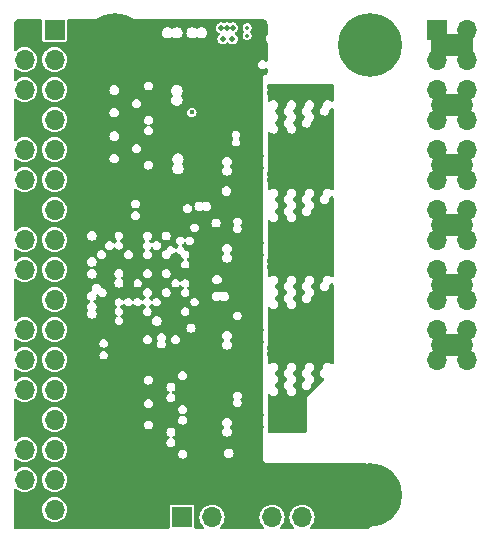
<source format=gbr>
%TF.GenerationSoftware,KiCad,Pcbnew,(7.0.0)*%
%TF.CreationDate,2023-11-18T15:32:53-05:00*%
%TF.ProjectId,ECE4760 Motor Driver,45434534-3736-4302-904d-6f746f722044,0*%
%TF.SameCoordinates,Original*%
%TF.FileFunction,Copper,L2,Inr*%
%TF.FilePolarity,Positive*%
%FSLAX46Y46*%
G04 Gerber Fmt 4.6, Leading zero omitted, Abs format (unit mm)*
G04 Created by KiCad (PCBNEW (7.0.0)) date 2023-11-18 15:32:53*
%MOMM*%
%LPD*%
G01*
G04 APERTURE LIST*
G04 Aperture macros list*
%AMRoundRect*
0 Rectangle with rounded corners*
0 $1 Rounding radius*
0 $2 $3 $4 $5 $6 $7 $8 $9 X,Y pos of 4 corners*
0 Add a 4 corners polygon primitive as box body*
4,1,4,$2,$3,$4,$5,$6,$7,$8,$9,$2,$3,0*
0 Add four circle primitives for the rounded corners*
1,1,$1+$1,$2,$3*
1,1,$1+$1,$4,$5*
1,1,$1+$1,$6,$7*
1,1,$1+$1,$8,$9*
0 Add four rect primitives between the rounded corners*
20,1,$1+$1,$2,$3,$4,$5,0*
20,1,$1+$1,$4,$5,$6,$7,0*
20,1,$1+$1,$6,$7,$8,$9,0*
20,1,$1+$1,$8,$9,$2,$3,0*%
G04 Aperture macros list end*
%TA.AperFunction,ComponentPad*%
%ADD10C,0.800000*%
%TD*%
%TA.AperFunction,ComponentPad*%
%ADD11C,5.400000*%
%TD*%
%TA.AperFunction,ComponentPad*%
%ADD12R,1.700000X1.700000*%
%TD*%
%TA.AperFunction,ComponentPad*%
%ADD13O,1.700000X1.700000*%
%TD*%
%TA.AperFunction,ComponentPad*%
%ADD14RoundRect,0.250000X-1.550000X0.650000X-1.550000X-0.650000X1.550000X-0.650000X1.550000X0.650000X0*%
%TD*%
%TA.AperFunction,ComponentPad*%
%ADD15O,3.600000X1.800000*%
%TD*%
%TA.AperFunction,ComponentPad*%
%ADD16C,0.350000*%
%TD*%
%TA.AperFunction,ComponentPad*%
%ADD17C,0.499999*%
%TD*%
%TA.AperFunction,ComponentPad*%
%ADD18C,0.300000*%
%TD*%
%TA.AperFunction,ViaPad*%
%ADD19C,0.400000*%
%TD*%
%TA.AperFunction,ViaPad*%
%ADD20C,0.350000*%
%TD*%
%TA.AperFunction,ViaPad*%
%ADD21C,0.600000*%
%TD*%
%TA.AperFunction,ViaPad*%
%ADD22C,0.450000*%
%TD*%
G04 APERTURE END LIST*
D10*
%TO.N,GND*%
%TO.C,H2*%
X83700000Y-43815000D03*
X84293109Y-42383109D03*
X84293109Y-45246891D03*
X85725000Y-41790000D03*
D11*
X85725000Y-43815000D03*
D10*
X85725000Y-45840000D03*
X87156891Y-42383109D03*
X87156891Y-45246891D03*
X87750000Y-43815000D03*
%TD*%
%TO.N,GND*%
%TO.C,H1*%
X105290000Y-43815000D03*
X105883109Y-42383109D03*
X105883109Y-45246891D03*
X107315000Y-41790000D03*
D11*
X107315000Y-43815000D03*
D10*
X107315000Y-45840000D03*
X108746891Y-42383109D03*
X108746891Y-45246891D03*
X109340000Y-43815000D03*
%TD*%
D12*
%TO.N,+5V*%
%TO.C,J1*%
X80644999Y-42544999D03*
D13*
%TO.N,GND*%
X78104999Y-42544999D03*
%TO.N,Lim_R_In*%
X80644999Y-45084999D03*
%TO.N,Lim_L_In*%
X78104999Y-45084999D03*
%TO.N,Lim_Aux_In*%
X80644999Y-47624999D03*
%TO.N,Lim_H_In*%
X78104999Y-47624999D03*
%TO.N,+5V*%
X80644999Y-50164999D03*
%TO.N,GND*%
X78104999Y-50164999D03*
%TO.N,Aux_Enc_B_In+*%
X80644999Y-52704999D03*
%TO.N,Aux_Enc_B_In-*%
X78104999Y-52704999D03*
%TO.N,Aux_Enc_A_In-*%
X80644999Y-55244999D03*
%TO.N,Aux_Enc_A_In+*%
X78104999Y-55244999D03*
%TO.N,+5V*%
X80644999Y-57784999D03*
%TO.N,GND*%
X78104999Y-57784999D03*
%TO.N,LED_1*%
X80644999Y-60324999D03*
%TO.N,LED_2*%
X78104999Y-60324999D03*
%TO.N,~{Fault_Enable}*%
X80644999Y-62864999D03*
%TO.N,~{Abort}*%
X78104999Y-62864999D03*
%TO.N,+3V3*%
X80644999Y-65404999D03*
%TO.N,GND*%
X78104999Y-65404999D03*
%TO.N,Enc_A_In-*%
X80644999Y-67944999D03*
%TO.N,Enc_A_In+*%
X78104999Y-67944999D03*
%TO.N,Enc_B_In-*%
X80644999Y-70484999D03*
%TO.N,Enc_B_In+*%
X78104999Y-70484999D03*
%TO.N,Enc_I_In-*%
X80644999Y-73024999D03*
%TO.N,Enc_I_In+*%
X78104999Y-73024999D03*
%TO.N,+5V*%
X80644999Y-75564999D03*
%TO.N,GND*%
X78104999Y-75564999D03*
%TO.N,Hall_C_In*%
X80644999Y-78104999D03*
%TO.N,Hall_B_In*%
X78104999Y-78104999D03*
%TO.N,Hall_I_In*%
X80644999Y-80644999D03*
%TO.N,Hall_A_In*%
X78104999Y-80644999D03*
%TO.N,+5V*%
X80644999Y-83184999D03*
%TO.N,GND*%
X78104999Y-83184999D03*
%TD*%
D14*
%TO.N,Vdrive*%
%TO.C,J2*%
X114300000Y-43815000D03*
D15*
%TO.N,GND*%
X114299999Y-48894999D03*
%TO.N,PH1*%
X114299999Y-53974999D03*
%TO.N,PH2*%
X114299999Y-59054999D03*
%TO.N,PH3*%
X114299999Y-64134999D03*
%TO.N,PH4*%
X114299999Y-69214999D03*
%TD*%
D16*
%TO.N,Vdrive*%
%TO.C,U7*%
X96950000Y-42370000D03*
X96950000Y-43050000D03*
D17*
%TO.N,+5V*%
X95750001Y-42370001D03*
X95250000Y-42370001D03*
X94750001Y-42370001D03*
X95710001Y-43319999D03*
X94890000Y-43319999D03*
D18*
%TO.N,GND*%
X98530000Y-44100000D03*
D16*
X97530000Y-44100000D03*
X96530000Y-44100000D03*
X95530000Y-44100000D03*
X94530000Y-44100000D03*
%TD*%
D10*
%TO.N,GND*%
%TO.C,H4*%
X83700000Y-81915000D03*
X84293109Y-80483109D03*
X84293109Y-83346891D03*
X85725000Y-79890000D03*
D11*
X85725000Y-81915000D03*
D10*
X85725000Y-83940000D03*
X87156891Y-80483109D03*
X87156891Y-83346891D03*
X87750000Y-81915000D03*
%TD*%
%TO.N,GND*%
%TO.C,H3*%
X105290000Y-81915000D03*
X105883109Y-80483109D03*
X105883109Y-83346891D03*
X107315000Y-79890000D03*
D11*
X107315000Y-81915000D03*
D10*
X107315000Y-83940000D03*
X108746891Y-80483109D03*
X108746891Y-83346891D03*
X109340000Y-81915000D03*
%TD*%
D12*
%TO.N,/SWDIO*%
%TO.C,J3*%
X91439999Y-83819999D03*
D13*
%TO.N,/SWCLK*%
X93979999Y-83819999D03*
%TO.N,GND*%
X96519999Y-83819999D03*
%TO.N,/UART_RX*%
X99059999Y-83819999D03*
%TO.N,/UART_TX*%
X101599999Y-83819999D03*
%TD*%
D12*
%TO.N,Vdrive*%
%TO.C,J101*%
X113029999Y-42544999D03*
D13*
X115569999Y-42544999D03*
X113029999Y-45084999D03*
X115569999Y-45084999D03*
%TO.N,GND*%
X113029999Y-47624999D03*
X115569999Y-47624999D03*
X113029999Y-50164999D03*
X115569999Y-50164999D03*
%TO.N,PH1*%
X113029999Y-52704999D03*
X115569999Y-52704999D03*
X113029999Y-55244999D03*
X115569999Y-55244999D03*
%TO.N,PH2*%
X113029999Y-57784999D03*
X115569999Y-57784999D03*
X113029999Y-60324999D03*
X115569999Y-60324999D03*
%TO.N,PH3*%
X113029999Y-62864999D03*
X115569999Y-62864999D03*
X113029999Y-65404999D03*
X115569999Y-65404999D03*
%TO.N,PH4*%
X113029999Y-67944999D03*
X115569999Y-67944999D03*
X113029999Y-70484999D03*
X115569999Y-70484999D03*
%TD*%
D19*
%TO.N,+5V*%
X92274500Y-49550000D03*
D20*
%TO.N,GND*%
X101473000Y-75184000D03*
D21*
X92400000Y-51500000D03*
D19*
X103378000Y-54737000D03*
X102362000Y-69977000D03*
D22*
X94488000Y-75819000D03*
D20*
X100965000Y-67818000D03*
D19*
X102362000Y-69469000D03*
D22*
X94488000Y-53721000D03*
D20*
X100457000Y-53086000D03*
D22*
X95400000Y-63700000D03*
D19*
X88500000Y-64000000D03*
X91500000Y-72780000D03*
D20*
X98933000Y-75946000D03*
X101473000Y-67818000D03*
D19*
X103378000Y-55245000D03*
X103378000Y-62611000D03*
X103378000Y-69977000D03*
X100838000Y-54737000D03*
D20*
X100711000Y-53467000D03*
D22*
X94417000Y-52959000D03*
D20*
X101219000Y-68199000D03*
D22*
X85050000Y-53450000D03*
D19*
X101854000Y-47371000D03*
D20*
X100203000Y-53467000D03*
D19*
X100838000Y-69977000D03*
D22*
X86350000Y-51550000D03*
D19*
X103886000Y-54737000D03*
D22*
X88500000Y-56700000D03*
D20*
X100965000Y-60452000D03*
D22*
X82800001Y-62200000D03*
D19*
X100838000Y-47371000D03*
D20*
X100457000Y-75184000D03*
X101473000Y-53848000D03*
D19*
X103886000Y-62611000D03*
D20*
X101473000Y-53086000D03*
D22*
X94488000Y-61087000D03*
D20*
X99695000Y-60833000D03*
D19*
X101854000Y-55245000D03*
X103886000Y-69977000D03*
D20*
X99441000Y-53848000D03*
X98933000Y-61214000D03*
X99949000Y-53848000D03*
X98933000Y-68580000D03*
D19*
X101854000Y-47879000D03*
D22*
X94488000Y-68453000D03*
X94488000Y-76581000D03*
D20*
X99441000Y-61214000D03*
D21*
X90700000Y-51500000D03*
D20*
X100965000Y-75946000D03*
X101473000Y-60452000D03*
X99441000Y-68580000D03*
X98236500Y-68974995D03*
D19*
X89300000Y-63200000D03*
X100838000Y-62103000D03*
X98806000Y-54737000D03*
D20*
X101219000Y-75565000D03*
X99949000Y-53086000D03*
D19*
X101854000Y-69977000D03*
D20*
X100457000Y-67818000D03*
X100203000Y-75565000D03*
D19*
X99314000Y-47879000D03*
D20*
X100965000Y-61214000D03*
X99441000Y-67818000D03*
D19*
X103378000Y-62103000D03*
D21*
X93100000Y-44300000D03*
D19*
X99314000Y-62103000D03*
D22*
X94488000Y-69215000D03*
D21*
X92000000Y-47700000D03*
D20*
X98933000Y-67818000D03*
X98232002Y-75184000D03*
D19*
X100330000Y-62103000D03*
D21*
X92000000Y-48500000D03*
D19*
X103886000Y-55245000D03*
D20*
X98933000Y-75184000D03*
D19*
X99314000Y-69469000D03*
D20*
X100457000Y-75946000D03*
D21*
X92400000Y-50500000D03*
D20*
X101219000Y-53467000D03*
D21*
X92300000Y-44300000D03*
D19*
X94389000Y-60325000D03*
D22*
X95000000Y-66300000D03*
D20*
X98236500Y-54242995D03*
D19*
X101854000Y-62611000D03*
X91500000Y-73720000D03*
X100330000Y-69469000D03*
X99314000Y-62611000D03*
D22*
X82800001Y-63200000D03*
X82800001Y-65100000D03*
D20*
X98232002Y-53213000D03*
D19*
X89281000Y-76708000D03*
D20*
X101219000Y-60833000D03*
D19*
X103886000Y-47371000D03*
X100838000Y-55245000D03*
X98806000Y-69469000D03*
X89700000Y-70100000D03*
D22*
X96000000Y-46800000D03*
D19*
X102362000Y-54737000D03*
D20*
X100711000Y-75565000D03*
D19*
X101854000Y-54737000D03*
X91500000Y-77520000D03*
D20*
X99949000Y-68580000D03*
D19*
X100330000Y-47879000D03*
D22*
X94417000Y-75057000D03*
D20*
X98933000Y-60452000D03*
X99695000Y-68199000D03*
X99441000Y-60452000D03*
D22*
X92900000Y-56500000D03*
D19*
X102362000Y-47879000D03*
D22*
X82800001Y-60000000D03*
X94488000Y-54483000D03*
X83800000Y-68200000D03*
X94488000Y-61849000D03*
D20*
X100457000Y-60452000D03*
D19*
X99314000Y-55245000D03*
D20*
X98236500Y-76213995D03*
D19*
X103886000Y-62103000D03*
D22*
X83800000Y-67500000D03*
D20*
X99187000Y-68199000D03*
D19*
X103886000Y-47879000D03*
X100330000Y-62611000D03*
X100838000Y-69469000D03*
X88500000Y-69800000D03*
D20*
X100711000Y-60833000D03*
D19*
X98806000Y-62611000D03*
X102362000Y-47371000D03*
D20*
X99187000Y-75565000D03*
X101727000Y-53467000D03*
D19*
X89300000Y-64800000D03*
D22*
X89200000Y-56700000D03*
D19*
X103378000Y-47371000D03*
X95100000Y-58900000D03*
X100838000Y-47879000D03*
X100838000Y-62611000D03*
D20*
X98232002Y-60579000D03*
D19*
X85300000Y-62400000D03*
D22*
X94400000Y-66300000D03*
D19*
X98806000Y-62103000D03*
D20*
X99441000Y-75946000D03*
X99949000Y-61214000D03*
D22*
X93500000Y-56500000D03*
D19*
X102362000Y-55245000D03*
X103378000Y-69469000D03*
X98806000Y-47879000D03*
D20*
X100203000Y-60833000D03*
X99949000Y-60452000D03*
X99949000Y-75184000D03*
D19*
X87500000Y-55400000D03*
X98806000Y-55245000D03*
D20*
X98232002Y-67945000D03*
D21*
X90700000Y-50500000D03*
D20*
X100457000Y-61214000D03*
X99949000Y-75946000D03*
D22*
X102870000Y-82550000D03*
D20*
X99441000Y-53086000D03*
D19*
X103886000Y-69469000D03*
X89300000Y-64000000D03*
D22*
X91900001Y-56699999D03*
D20*
X100965000Y-68580000D03*
D19*
X103378000Y-47879000D03*
X89700000Y-70700000D03*
X100330000Y-54737000D03*
X100330000Y-47371000D03*
D20*
X100965000Y-53848000D03*
D19*
X88600000Y-52600000D03*
X101854000Y-69469000D03*
D20*
X100457000Y-68580000D03*
D21*
X90200000Y-44300000D03*
D19*
X101854000Y-62103000D03*
D20*
X99695000Y-53467000D03*
D22*
X86350000Y-47650000D03*
D19*
X100330000Y-69977000D03*
D21*
X92100000Y-53500000D03*
D20*
X100203000Y-68199000D03*
X101727000Y-68199000D03*
D19*
X102362000Y-62611000D03*
D20*
X98933000Y-53086000D03*
X100965000Y-75184000D03*
X99441000Y-75184000D03*
D22*
X96000000Y-47400000D03*
D21*
X92100000Y-54300000D03*
D20*
X99949000Y-67818000D03*
X98236500Y-61608995D03*
D19*
X88600000Y-73200000D03*
D20*
X100711000Y-68199000D03*
X101473000Y-61214000D03*
X98933000Y-53848000D03*
D19*
X90900000Y-69800000D03*
D20*
X99187000Y-53467000D03*
D22*
X94417000Y-67691000D03*
D19*
X100330000Y-55245000D03*
X98806000Y-69977000D03*
D21*
X91000000Y-44300000D03*
D19*
X102362000Y-62103000D03*
D20*
X99187000Y-60833000D03*
X101727000Y-75565000D03*
D19*
X91500000Y-76599500D03*
D20*
X101473000Y-68580000D03*
D19*
X99314000Y-69977000D03*
X99314000Y-47371000D03*
D20*
X101727000Y-60833000D03*
X101473000Y-75946000D03*
D19*
X98806000Y-47371000D03*
D22*
X85050000Y-49550000D03*
D19*
X99314000Y-54737000D03*
D20*
X99695000Y-75565000D03*
X100965000Y-53086000D03*
D19*
X90100000Y-64000000D03*
X90100000Y-60800000D03*
D20*
X100457000Y-53848000D03*
D19*
X88600000Y-48800000D03*
%TD*%
%TA.AperFunction,Conductor*%
%TO.N,GND*%
G36*
X104205000Y-47133613D02*
G01*
X104250387Y-47179000D01*
X104267000Y-47241000D01*
X104267000Y-48531589D01*
X104253485Y-48587884D01*
X104215885Y-48631907D01*
X104162398Y-48654062D01*
X104104682Y-48649520D01*
X104055319Y-48619270D01*
X104006624Y-48570575D01*
X104006624Y-48570574D01*
X103999723Y-48563674D01*
X103991027Y-48559243D01*
X103894251Y-48509932D01*
X103894246Y-48509930D01*
X103885555Y-48505502D01*
X103875918Y-48503975D01*
X103875913Y-48503974D01*
X103768641Y-48486985D01*
X103759000Y-48485458D01*
X103749359Y-48486985D01*
X103642086Y-48503974D01*
X103642079Y-48503976D01*
X103632445Y-48505502D01*
X103623755Y-48509929D01*
X103623748Y-48509932D01*
X103526972Y-48559243D01*
X103526969Y-48559245D01*
X103518277Y-48563674D01*
X103511378Y-48570572D01*
X103511375Y-48570575D01*
X103434575Y-48647375D01*
X103434572Y-48647378D01*
X103427674Y-48654277D01*
X103423245Y-48662969D01*
X103423243Y-48662972D01*
X103373932Y-48759748D01*
X103373929Y-48759755D01*
X103369502Y-48768445D01*
X103367976Y-48778079D01*
X103367974Y-48778086D01*
X103351639Y-48881227D01*
X103349458Y-48895000D01*
X103354897Y-48929339D01*
X103352198Y-48980828D01*
X103328791Y-49026769D01*
X103288722Y-49059218D01*
X103272969Y-49067245D01*
X103264277Y-49071674D01*
X103257380Y-49078570D01*
X103257377Y-49078573D01*
X103180575Y-49155375D01*
X103180572Y-49155378D01*
X103173674Y-49162277D01*
X103169245Y-49170969D01*
X103169243Y-49170972D01*
X103119932Y-49267748D01*
X103119929Y-49267755D01*
X103115502Y-49276445D01*
X103113976Y-49286079D01*
X103113974Y-49286086D01*
X103100896Y-49368663D01*
X103095458Y-49403000D01*
X103096985Y-49412641D01*
X103113974Y-49519913D01*
X103113975Y-49519918D01*
X103115502Y-49529555D01*
X103119930Y-49538246D01*
X103119932Y-49538251D01*
X103138782Y-49575245D01*
X103173674Y-49643723D01*
X103264277Y-49734326D01*
X103320117Y-49762778D01*
X103369748Y-49788067D01*
X103369750Y-49788067D01*
X103378445Y-49792498D01*
X103505000Y-49812542D01*
X103631555Y-49792498D01*
X103745723Y-49734326D01*
X103836326Y-49643723D01*
X103894498Y-49529555D01*
X103914542Y-49403000D01*
X103909103Y-49368660D01*
X103911801Y-49317170D01*
X103935211Y-49271227D01*
X103975282Y-49238778D01*
X103999723Y-49226326D01*
X104055319Y-49170729D01*
X104104682Y-49140480D01*
X104162398Y-49135938D01*
X104215885Y-49158093D01*
X104253485Y-49202116D01*
X104267000Y-49258411D01*
X104267000Y-56024589D01*
X104253485Y-56080884D01*
X104215885Y-56124907D01*
X104162398Y-56147062D01*
X104104682Y-56142520D01*
X104055319Y-56112270D01*
X104006624Y-56063575D01*
X103999723Y-56056674D01*
X103991027Y-56052243D01*
X103894251Y-56002932D01*
X103894246Y-56002930D01*
X103885555Y-55998502D01*
X103875918Y-55996975D01*
X103875913Y-55996974D01*
X103768641Y-55979985D01*
X103759000Y-55978458D01*
X103749359Y-55979985D01*
X103642086Y-55996974D01*
X103642079Y-55996976D01*
X103632445Y-55998502D01*
X103623755Y-56002929D01*
X103623748Y-56002932D01*
X103526972Y-56052243D01*
X103526969Y-56052245D01*
X103518277Y-56056674D01*
X103511378Y-56063572D01*
X103511375Y-56063575D01*
X103434575Y-56140375D01*
X103434572Y-56140378D01*
X103427674Y-56147277D01*
X103423245Y-56155969D01*
X103423243Y-56155972D01*
X103373932Y-56252748D01*
X103373929Y-56252755D01*
X103369502Y-56261445D01*
X103367976Y-56271079D01*
X103367974Y-56271086D01*
X103351639Y-56374227D01*
X103349458Y-56388000D01*
X103354897Y-56422339D01*
X103352198Y-56473828D01*
X103328791Y-56519769D01*
X103288722Y-56552218D01*
X103272969Y-56560245D01*
X103264277Y-56564674D01*
X103257380Y-56571570D01*
X103257377Y-56571573D01*
X103180575Y-56648375D01*
X103180572Y-56648378D01*
X103173674Y-56655277D01*
X103169245Y-56663969D01*
X103169243Y-56663972D01*
X103119932Y-56760748D01*
X103119929Y-56760755D01*
X103115502Y-56769445D01*
X103113976Y-56779079D01*
X103113974Y-56779086D01*
X103100896Y-56861663D01*
X103095458Y-56896000D01*
X103096985Y-56905641D01*
X103113974Y-57012913D01*
X103113975Y-57012918D01*
X103115502Y-57022555D01*
X103119930Y-57031246D01*
X103119932Y-57031251D01*
X103138782Y-57068245D01*
X103173674Y-57136723D01*
X103264277Y-57227326D01*
X103320117Y-57255778D01*
X103369748Y-57281067D01*
X103369750Y-57281067D01*
X103378445Y-57285498D01*
X103505000Y-57305542D01*
X103631555Y-57285498D01*
X103745723Y-57227326D01*
X103836326Y-57136723D01*
X103894498Y-57022555D01*
X103914542Y-56896000D01*
X103909103Y-56861660D01*
X103911801Y-56810170D01*
X103935211Y-56764227D01*
X103975282Y-56731778D01*
X103999723Y-56719326D01*
X104055319Y-56663730D01*
X104104682Y-56633480D01*
X104162398Y-56628938D01*
X104215885Y-56651093D01*
X104253485Y-56695116D01*
X104267000Y-56751411D01*
X104267000Y-63390589D01*
X104253485Y-63446884D01*
X104215885Y-63490907D01*
X104162398Y-63513062D01*
X104104682Y-63508520D01*
X104055319Y-63478270D01*
X104006624Y-63429575D01*
X103999723Y-63422674D01*
X103991027Y-63418243D01*
X103894251Y-63368932D01*
X103894246Y-63368930D01*
X103885555Y-63364502D01*
X103875918Y-63362975D01*
X103875913Y-63362974D01*
X103768641Y-63345985D01*
X103759000Y-63344458D01*
X103749359Y-63345985D01*
X103642086Y-63362974D01*
X103642079Y-63362976D01*
X103632445Y-63364502D01*
X103623755Y-63368929D01*
X103623748Y-63368932D01*
X103526972Y-63418243D01*
X103526969Y-63418245D01*
X103518277Y-63422674D01*
X103511378Y-63429572D01*
X103511375Y-63429575D01*
X103434575Y-63506375D01*
X103434572Y-63506378D01*
X103427674Y-63513277D01*
X103423245Y-63521969D01*
X103423243Y-63521972D01*
X103373932Y-63618748D01*
X103373929Y-63618755D01*
X103369502Y-63627445D01*
X103367976Y-63637079D01*
X103367974Y-63637086D01*
X103351639Y-63740227D01*
X103349458Y-63754000D01*
X103354897Y-63788339D01*
X103352198Y-63839828D01*
X103328791Y-63885769D01*
X103288722Y-63918218D01*
X103272969Y-63926245D01*
X103264277Y-63930674D01*
X103257380Y-63937570D01*
X103257377Y-63937573D01*
X103180575Y-64014375D01*
X103180572Y-64014378D01*
X103173674Y-64021277D01*
X103169245Y-64029969D01*
X103169243Y-64029972D01*
X103119932Y-64126748D01*
X103119929Y-64126755D01*
X103115502Y-64135445D01*
X103113976Y-64145079D01*
X103113974Y-64145086D01*
X103100896Y-64227663D01*
X103095458Y-64262000D01*
X103096985Y-64271641D01*
X103113974Y-64378913D01*
X103113975Y-64378918D01*
X103115502Y-64388555D01*
X103119930Y-64397246D01*
X103119932Y-64397251D01*
X103138782Y-64434245D01*
X103173674Y-64502723D01*
X103264277Y-64593326D01*
X103320117Y-64621778D01*
X103369748Y-64647067D01*
X103369750Y-64647067D01*
X103378445Y-64651498D01*
X103505000Y-64671542D01*
X103631555Y-64651498D01*
X103745723Y-64593326D01*
X103836326Y-64502723D01*
X103894498Y-64388555D01*
X103914542Y-64262000D01*
X103909103Y-64227660D01*
X103911801Y-64176170D01*
X103935211Y-64130227D01*
X103975282Y-64097778D01*
X103999723Y-64085326D01*
X104055319Y-64029729D01*
X104104682Y-63999480D01*
X104162398Y-63994938D01*
X104215885Y-64017093D01*
X104253485Y-64061116D01*
X104267000Y-64117411D01*
X104267000Y-70756589D01*
X104253485Y-70812884D01*
X104215885Y-70856907D01*
X104162398Y-70879062D01*
X104104682Y-70874520D01*
X104055319Y-70844270D01*
X104006624Y-70795575D01*
X103999723Y-70788674D01*
X103991027Y-70784243D01*
X103894251Y-70734932D01*
X103894246Y-70734930D01*
X103885555Y-70730502D01*
X103875918Y-70728975D01*
X103875913Y-70728974D01*
X103768641Y-70711985D01*
X103759000Y-70710458D01*
X103749359Y-70711985D01*
X103642086Y-70728974D01*
X103642079Y-70728976D01*
X103632445Y-70730502D01*
X103623755Y-70734929D01*
X103623748Y-70734932D01*
X103526972Y-70784243D01*
X103526969Y-70784245D01*
X103518277Y-70788674D01*
X103511378Y-70795572D01*
X103511375Y-70795575D01*
X103434575Y-70872375D01*
X103434572Y-70872378D01*
X103427674Y-70879277D01*
X103423245Y-70887969D01*
X103423243Y-70887972D01*
X103373932Y-70984748D01*
X103373929Y-70984755D01*
X103369502Y-70993445D01*
X103367976Y-71003079D01*
X103367974Y-71003086D01*
X103351639Y-71106227D01*
X103349458Y-71120000D01*
X103354897Y-71154339D01*
X103352198Y-71205828D01*
X103328791Y-71251769D01*
X103288722Y-71284218D01*
X103272969Y-71292245D01*
X103264277Y-71296674D01*
X103257380Y-71303570D01*
X103257377Y-71303573D01*
X103180575Y-71380375D01*
X103180572Y-71380378D01*
X103173674Y-71387277D01*
X103169245Y-71395969D01*
X103169243Y-71395972D01*
X103119932Y-71492748D01*
X103119929Y-71492755D01*
X103115502Y-71501445D01*
X103113976Y-71511079D01*
X103113974Y-71511086D01*
X103100896Y-71593663D01*
X103095458Y-71628000D01*
X103096985Y-71637641D01*
X103113974Y-71744913D01*
X103113975Y-71744918D01*
X103115502Y-71754555D01*
X103119930Y-71763246D01*
X103119932Y-71763251D01*
X103138782Y-71800245D01*
X103173674Y-71868723D01*
X103264277Y-71959326D01*
X103378444Y-72017497D01*
X103378445Y-72017498D01*
X103378301Y-72017779D01*
X103424907Y-72047613D01*
X103454426Y-72102837D01*
X103453197Y-72165443D01*
X103421533Y-72219466D01*
X101989638Y-73651361D01*
X101989635Y-73651364D01*
X101981000Y-73660000D01*
X101981000Y-73672211D01*
X101981000Y-76584000D01*
X101964387Y-76646000D01*
X101919000Y-76691387D01*
X101857000Y-76708000D01*
X98803000Y-76708000D01*
X98741000Y-76691387D01*
X98695613Y-76646000D01*
X98679000Y-76584000D01*
X98679000Y-73515411D01*
X98692515Y-73459116D01*
X98730115Y-73415093D01*
X98783602Y-73392938D01*
X98841318Y-73397480D01*
X98890681Y-73427730D01*
X98946277Y-73483326D01*
X99002117Y-73511778D01*
X99051748Y-73537067D01*
X99051750Y-73537067D01*
X99060445Y-73541498D01*
X99187000Y-73561542D01*
X99313555Y-73541498D01*
X99427723Y-73483326D01*
X99518326Y-73392723D01*
X99576498Y-73278555D01*
X99596542Y-73152000D01*
X99576498Y-73025445D01*
X99518326Y-72911277D01*
X99427723Y-72820674D01*
X99403278Y-72808218D01*
X99363208Y-72775769D01*
X99339801Y-72729826D01*
X99337103Y-72678338D01*
X99342542Y-72644000D01*
X100047458Y-72644000D01*
X100048985Y-72653641D01*
X100065974Y-72760913D01*
X100065975Y-72760918D01*
X100067502Y-72770555D01*
X100071930Y-72779246D01*
X100071932Y-72779251D01*
X100090782Y-72816245D01*
X100125674Y-72884723D01*
X100216277Y-72975326D01*
X100224971Y-72979755D01*
X100224974Y-72979758D01*
X100240718Y-72987780D01*
X100280788Y-73020228D01*
X100304196Y-73066169D01*
X100306896Y-73117659D01*
X100302984Y-73142360D01*
X100302984Y-73142365D01*
X100301458Y-73152000D01*
X100302984Y-73161635D01*
X100302984Y-73161639D01*
X100319974Y-73268913D01*
X100319975Y-73268918D01*
X100321502Y-73278555D01*
X100325930Y-73287246D01*
X100325932Y-73287251D01*
X100375243Y-73384027D01*
X100379674Y-73392723D01*
X100470277Y-73483326D01*
X100526117Y-73511778D01*
X100575748Y-73537067D01*
X100575750Y-73537067D01*
X100584445Y-73541498D01*
X100711000Y-73561542D01*
X100837555Y-73541498D01*
X100951723Y-73483326D01*
X101042326Y-73392723D01*
X101100498Y-73278555D01*
X101120542Y-73152000D01*
X101100498Y-73025445D01*
X101042326Y-72911277D01*
X100951723Y-72820674D01*
X100927278Y-72808218D01*
X100887208Y-72775769D01*
X100863801Y-72729826D01*
X100861103Y-72678338D01*
X100866542Y-72644000D01*
X101571458Y-72644000D01*
X101572985Y-72653641D01*
X101589974Y-72760913D01*
X101589975Y-72760918D01*
X101591502Y-72770555D01*
X101595930Y-72779246D01*
X101595932Y-72779251D01*
X101614782Y-72816245D01*
X101649674Y-72884723D01*
X101740277Y-72975326D01*
X101796117Y-73003778D01*
X101845748Y-73029067D01*
X101845750Y-73029067D01*
X101854445Y-73033498D01*
X101981000Y-73053542D01*
X102107555Y-73033498D01*
X102221723Y-72975326D01*
X102312326Y-72884723D01*
X102370498Y-72770555D01*
X102390542Y-72644000D01*
X102385103Y-72609660D01*
X102387801Y-72558170D01*
X102411211Y-72512227D01*
X102451282Y-72479778D01*
X102475723Y-72467326D01*
X102566326Y-72376723D01*
X102624498Y-72262555D01*
X102644542Y-72136000D01*
X102624498Y-72009445D01*
X102566326Y-71895277D01*
X102475723Y-71804674D01*
X102451278Y-71792218D01*
X102411208Y-71759769D01*
X102387801Y-71713826D01*
X102385103Y-71662338D01*
X102390542Y-71628000D01*
X102385103Y-71593660D01*
X102387801Y-71542170D01*
X102411211Y-71496227D01*
X102451282Y-71463778D01*
X102475723Y-71451326D01*
X102566326Y-71360723D01*
X102624498Y-71246555D01*
X102644542Y-71120000D01*
X102624498Y-70993445D01*
X102566326Y-70879277D01*
X102475723Y-70788674D01*
X102467027Y-70784243D01*
X102370251Y-70734932D01*
X102370246Y-70734930D01*
X102361555Y-70730502D01*
X102351918Y-70728975D01*
X102351913Y-70728974D01*
X102244641Y-70711985D01*
X102235000Y-70710458D01*
X102225359Y-70711985D01*
X102118086Y-70728974D01*
X102118079Y-70728976D01*
X102108445Y-70730502D01*
X102099755Y-70734929D01*
X102099748Y-70734932D01*
X102002972Y-70784243D01*
X102002969Y-70784245D01*
X101994277Y-70788674D01*
X101987378Y-70795572D01*
X101987375Y-70795575D01*
X101910575Y-70872375D01*
X101910572Y-70872378D01*
X101903674Y-70879277D01*
X101899245Y-70887969D01*
X101899243Y-70887972D01*
X101849932Y-70984748D01*
X101849929Y-70984755D01*
X101845502Y-70993445D01*
X101843976Y-71003079D01*
X101843974Y-71003086D01*
X101827639Y-71106227D01*
X101825458Y-71120000D01*
X101830897Y-71154339D01*
X101828198Y-71205828D01*
X101804791Y-71251769D01*
X101764722Y-71284218D01*
X101748969Y-71292245D01*
X101740277Y-71296674D01*
X101733380Y-71303570D01*
X101733377Y-71303573D01*
X101656575Y-71380375D01*
X101656572Y-71380378D01*
X101649674Y-71387277D01*
X101645245Y-71395969D01*
X101645243Y-71395972D01*
X101595932Y-71492748D01*
X101595929Y-71492755D01*
X101591502Y-71501445D01*
X101589976Y-71511079D01*
X101589974Y-71511086D01*
X101576896Y-71593663D01*
X101571458Y-71628000D01*
X101572985Y-71637641D01*
X101589974Y-71744913D01*
X101589975Y-71744918D01*
X101591502Y-71754555D01*
X101595930Y-71763246D01*
X101595932Y-71763251D01*
X101614782Y-71800245D01*
X101649674Y-71868723D01*
X101740277Y-71959326D01*
X101748971Y-71963755D01*
X101748974Y-71963758D01*
X101764718Y-71971780D01*
X101804788Y-72004228D01*
X101828196Y-72050169D01*
X101830896Y-72101659D01*
X101826984Y-72126360D01*
X101826984Y-72126365D01*
X101825458Y-72136000D01*
X101826984Y-72145635D01*
X101830897Y-72170339D01*
X101828198Y-72221828D01*
X101804791Y-72267769D01*
X101764722Y-72300218D01*
X101748969Y-72308245D01*
X101740277Y-72312674D01*
X101733380Y-72319570D01*
X101733377Y-72319573D01*
X101656575Y-72396375D01*
X101656572Y-72396378D01*
X101649674Y-72403277D01*
X101645245Y-72411969D01*
X101645243Y-72411972D01*
X101595932Y-72508748D01*
X101595929Y-72508755D01*
X101591502Y-72517445D01*
X101589976Y-72527079D01*
X101589974Y-72527086D01*
X101576896Y-72609663D01*
X101571458Y-72644000D01*
X100866542Y-72644000D01*
X100861103Y-72609660D01*
X100863801Y-72558170D01*
X100887211Y-72512227D01*
X100927282Y-72479778D01*
X100951723Y-72467326D01*
X101042326Y-72376723D01*
X101100498Y-72262555D01*
X101120542Y-72136000D01*
X101100498Y-72009445D01*
X101042326Y-71895277D01*
X100951723Y-71804674D01*
X100927278Y-71792218D01*
X100887208Y-71759769D01*
X100863801Y-71713826D01*
X100861103Y-71662338D01*
X100866542Y-71628000D01*
X100861103Y-71593660D01*
X100863801Y-71542170D01*
X100887211Y-71496227D01*
X100927282Y-71463778D01*
X100951723Y-71451326D01*
X101042326Y-71360723D01*
X101100498Y-71246555D01*
X101120542Y-71120000D01*
X101100498Y-70993445D01*
X101042326Y-70879277D01*
X100951723Y-70788674D01*
X100943027Y-70784243D01*
X100846251Y-70734932D01*
X100846246Y-70734930D01*
X100837555Y-70730502D01*
X100827918Y-70728975D01*
X100827913Y-70728974D01*
X100720641Y-70711985D01*
X100711000Y-70710458D01*
X100701359Y-70711985D01*
X100594086Y-70728974D01*
X100594079Y-70728976D01*
X100584445Y-70730502D01*
X100575755Y-70734929D01*
X100575748Y-70734932D01*
X100478972Y-70784243D01*
X100478969Y-70784245D01*
X100470277Y-70788674D01*
X100463378Y-70795572D01*
X100463375Y-70795575D01*
X100386575Y-70872375D01*
X100386572Y-70872378D01*
X100379674Y-70879277D01*
X100375245Y-70887969D01*
X100375243Y-70887972D01*
X100325932Y-70984748D01*
X100325929Y-70984755D01*
X100321502Y-70993445D01*
X100319976Y-71003079D01*
X100319974Y-71003086D01*
X100303639Y-71106227D01*
X100301458Y-71120000D01*
X100306897Y-71154339D01*
X100304198Y-71205828D01*
X100280791Y-71251769D01*
X100240722Y-71284218D01*
X100224969Y-71292245D01*
X100216277Y-71296674D01*
X100209380Y-71303570D01*
X100209377Y-71303573D01*
X100132575Y-71380375D01*
X100132572Y-71380378D01*
X100125674Y-71387277D01*
X100121245Y-71395969D01*
X100121243Y-71395972D01*
X100071932Y-71492748D01*
X100071929Y-71492755D01*
X100067502Y-71501445D01*
X100065976Y-71511079D01*
X100065974Y-71511086D01*
X100052896Y-71593663D01*
X100047458Y-71628000D01*
X100048985Y-71637641D01*
X100065974Y-71744913D01*
X100065975Y-71744918D01*
X100067502Y-71754555D01*
X100071930Y-71763246D01*
X100071932Y-71763251D01*
X100090782Y-71800245D01*
X100125674Y-71868723D01*
X100216277Y-71959326D01*
X100224971Y-71963755D01*
X100224974Y-71963758D01*
X100240718Y-71971780D01*
X100280788Y-72004228D01*
X100304196Y-72050169D01*
X100306896Y-72101659D01*
X100302984Y-72126360D01*
X100302984Y-72126365D01*
X100301458Y-72136000D01*
X100302984Y-72145635D01*
X100306897Y-72170339D01*
X100304198Y-72221828D01*
X100280791Y-72267769D01*
X100240722Y-72300218D01*
X100224969Y-72308245D01*
X100216277Y-72312674D01*
X100209380Y-72319570D01*
X100209377Y-72319573D01*
X100132575Y-72396375D01*
X100132572Y-72396378D01*
X100125674Y-72403277D01*
X100121245Y-72411969D01*
X100121243Y-72411972D01*
X100071932Y-72508748D01*
X100071929Y-72508755D01*
X100067502Y-72517445D01*
X100065976Y-72527079D01*
X100065974Y-72527086D01*
X100052896Y-72609663D01*
X100047458Y-72644000D01*
X99342542Y-72644000D01*
X99337103Y-72609660D01*
X99339801Y-72558170D01*
X99363211Y-72512227D01*
X99403282Y-72479778D01*
X99427723Y-72467326D01*
X99518326Y-72376723D01*
X99576498Y-72262555D01*
X99596542Y-72136000D01*
X99576498Y-72009445D01*
X99518326Y-71895277D01*
X99427723Y-71804674D01*
X99403278Y-71792218D01*
X99363208Y-71759769D01*
X99339801Y-71713826D01*
X99337103Y-71662338D01*
X99342542Y-71628000D01*
X99337103Y-71593660D01*
X99339801Y-71542170D01*
X99363211Y-71496227D01*
X99403282Y-71463778D01*
X99427723Y-71451326D01*
X99518326Y-71360723D01*
X99576498Y-71246555D01*
X99596542Y-71120000D01*
X99576498Y-70993445D01*
X99518326Y-70879277D01*
X99427723Y-70788674D01*
X99419027Y-70784243D01*
X99322251Y-70734932D01*
X99322246Y-70734930D01*
X99313555Y-70730502D01*
X99303918Y-70728975D01*
X99303913Y-70728974D01*
X99196641Y-70711985D01*
X99187000Y-70710458D01*
X99177359Y-70711985D01*
X99070086Y-70728974D01*
X99070079Y-70728976D01*
X99060445Y-70730502D01*
X99051755Y-70734929D01*
X99051748Y-70734932D01*
X98954972Y-70784243D01*
X98954969Y-70784245D01*
X98946277Y-70788674D01*
X98939378Y-70795572D01*
X98939375Y-70795575D01*
X98890681Y-70844270D01*
X98841318Y-70874520D01*
X98783602Y-70879062D01*
X98730115Y-70856907D01*
X98692515Y-70812884D01*
X98679000Y-70756589D01*
X98679000Y-66149411D01*
X98692515Y-66093116D01*
X98730115Y-66049093D01*
X98783602Y-66026938D01*
X98841318Y-66031480D01*
X98890681Y-66061730D01*
X98946277Y-66117326D01*
X99002117Y-66145778D01*
X99051748Y-66171067D01*
X99051750Y-66171067D01*
X99060445Y-66175498D01*
X99187000Y-66195542D01*
X99313555Y-66175498D01*
X99427723Y-66117326D01*
X99518326Y-66026723D01*
X99576498Y-65912555D01*
X99596542Y-65786000D01*
X99576498Y-65659445D01*
X99518326Y-65545277D01*
X99427723Y-65454674D01*
X99403278Y-65442218D01*
X99363208Y-65409769D01*
X99339801Y-65363826D01*
X99337103Y-65312338D01*
X99342542Y-65278000D01*
X100047458Y-65278000D01*
X100048985Y-65287641D01*
X100065974Y-65394913D01*
X100065975Y-65394918D01*
X100067502Y-65404555D01*
X100071930Y-65413246D01*
X100071932Y-65413251D01*
X100090782Y-65450245D01*
X100125674Y-65518723D01*
X100216277Y-65609326D01*
X100224971Y-65613755D01*
X100224974Y-65613758D01*
X100240718Y-65621780D01*
X100280788Y-65654228D01*
X100304196Y-65700169D01*
X100306896Y-65751659D01*
X100302984Y-65776360D01*
X100302984Y-65776365D01*
X100301458Y-65786000D01*
X100302984Y-65795635D01*
X100302984Y-65795639D01*
X100319974Y-65902913D01*
X100319975Y-65902918D01*
X100321502Y-65912555D01*
X100325930Y-65921246D01*
X100325932Y-65921251D01*
X100375243Y-66018027D01*
X100379674Y-66026723D01*
X100470277Y-66117326D01*
X100526117Y-66145778D01*
X100575748Y-66171067D01*
X100575750Y-66171067D01*
X100584445Y-66175498D01*
X100711000Y-66195542D01*
X100837555Y-66175498D01*
X100951723Y-66117326D01*
X101042326Y-66026723D01*
X101100498Y-65912555D01*
X101120542Y-65786000D01*
X101100498Y-65659445D01*
X101042326Y-65545277D01*
X100951723Y-65454674D01*
X100927278Y-65442218D01*
X100887208Y-65409769D01*
X100863801Y-65363826D01*
X100861103Y-65312338D01*
X100866542Y-65278000D01*
X101571458Y-65278000D01*
X101572985Y-65287641D01*
X101589974Y-65394913D01*
X101589975Y-65394918D01*
X101591502Y-65404555D01*
X101595930Y-65413246D01*
X101595932Y-65413251D01*
X101614782Y-65450245D01*
X101649674Y-65518723D01*
X101740277Y-65609326D01*
X101796117Y-65637778D01*
X101845748Y-65663067D01*
X101845750Y-65663067D01*
X101854445Y-65667498D01*
X101981000Y-65687542D01*
X102107555Y-65667498D01*
X102221723Y-65609326D01*
X102312326Y-65518723D01*
X102370498Y-65404555D01*
X102390542Y-65278000D01*
X102385103Y-65243660D01*
X102387801Y-65192170D01*
X102411211Y-65146227D01*
X102451282Y-65113778D01*
X102475723Y-65101326D01*
X102566326Y-65010723D01*
X102624498Y-64896555D01*
X102644542Y-64770000D01*
X102624498Y-64643445D01*
X102566326Y-64529277D01*
X102475723Y-64438674D01*
X102451278Y-64426218D01*
X102411208Y-64393769D01*
X102387801Y-64347826D01*
X102385103Y-64296338D01*
X102390542Y-64262000D01*
X102385103Y-64227660D01*
X102387801Y-64176170D01*
X102411211Y-64130227D01*
X102451282Y-64097778D01*
X102475723Y-64085326D01*
X102566326Y-63994723D01*
X102624498Y-63880555D01*
X102644542Y-63754000D01*
X102624498Y-63627445D01*
X102566326Y-63513277D01*
X102475723Y-63422674D01*
X102467027Y-63418243D01*
X102370251Y-63368932D01*
X102370246Y-63368930D01*
X102361555Y-63364502D01*
X102351918Y-63362975D01*
X102351913Y-63362974D01*
X102244641Y-63345985D01*
X102235000Y-63344458D01*
X102225359Y-63345985D01*
X102118086Y-63362974D01*
X102118079Y-63362976D01*
X102108445Y-63364502D01*
X102099755Y-63368929D01*
X102099748Y-63368932D01*
X102002972Y-63418243D01*
X102002969Y-63418245D01*
X101994277Y-63422674D01*
X101987378Y-63429572D01*
X101987375Y-63429575D01*
X101910575Y-63506375D01*
X101910572Y-63506378D01*
X101903674Y-63513277D01*
X101899245Y-63521969D01*
X101899243Y-63521972D01*
X101849932Y-63618748D01*
X101849929Y-63618755D01*
X101845502Y-63627445D01*
X101843976Y-63637079D01*
X101843974Y-63637086D01*
X101827639Y-63740227D01*
X101825458Y-63754000D01*
X101830897Y-63788339D01*
X101828198Y-63839828D01*
X101804791Y-63885769D01*
X101764722Y-63918218D01*
X101748969Y-63926245D01*
X101740277Y-63930674D01*
X101733380Y-63937570D01*
X101733377Y-63937573D01*
X101656575Y-64014375D01*
X101656572Y-64014378D01*
X101649674Y-64021277D01*
X101645245Y-64029969D01*
X101645243Y-64029972D01*
X101595932Y-64126748D01*
X101595929Y-64126755D01*
X101591502Y-64135445D01*
X101589976Y-64145079D01*
X101589974Y-64145086D01*
X101576896Y-64227663D01*
X101571458Y-64262000D01*
X101572985Y-64271641D01*
X101589974Y-64378913D01*
X101589975Y-64378918D01*
X101591502Y-64388555D01*
X101595930Y-64397246D01*
X101595932Y-64397251D01*
X101614782Y-64434245D01*
X101649674Y-64502723D01*
X101740277Y-64593326D01*
X101748971Y-64597755D01*
X101748974Y-64597758D01*
X101764718Y-64605780D01*
X101804788Y-64638228D01*
X101828196Y-64684169D01*
X101830896Y-64735659D01*
X101826984Y-64760360D01*
X101826984Y-64760365D01*
X101825458Y-64770000D01*
X101826984Y-64779635D01*
X101830897Y-64804339D01*
X101828198Y-64855828D01*
X101804791Y-64901769D01*
X101764722Y-64934218D01*
X101748969Y-64942245D01*
X101740277Y-64946674D01*
X101733380Y-64953570D01*
X101733377Y-64953573D01*
X101656575Y-65030375D01*
X101656572Y-65030378D01*
X101649674Y-65037277D01*
X101645245Y-65045969D01*
X101645243Y-65045972D01*
X101595932Y-65142748D01*
X101595929Y-65142755D01*
X101591502Y-65151445D01*
X101589976Y-65161079D01*
X101589974Y-65161086D01*
X101576896Y-65243663D01*
X101571458Y-65278000D01*
X100866542Y-65278000D01*
X100861103Y-65243660D01*
X100863801Y-65192170D01*
X100887211Y-65146227D01*
X100927282Y-65113778D01*
X100951723Y-65101326D01*
X101042326Y-65010723D01*
X101100498Y-64896555D01*
X101120542Y-64770000D01*
X101100498Y-64643445D01*
X101042326Y-64529277D01*
X100951723Y-64438674D01*
X100927278Y-64426218D01*
X100887208Y-64393769D01*
X100863801Y-64347826D01*
X100861103Y-64296338D01*
X100866542Y-64262000D01*
X100861103Y-64227660D01*
X100863801Y-64176170D01*
X100887211Y-64130227D01*
X100927282Y-64097778D01*
X100951723Y-64085326D01*
X101042326Y-63994723D01*
X101100498Y-63880555D01*
X101120542Y-63754000D01*
X101100498Y-63627445D01*
X101042326Y-63513277D01*
X100951723Y-63422674D01*
X100943027Y-63418243D01*
X100846251Y-63368932D01*
X100846246Y-63368930D01*
X100837555Y-63364502D01*
X100827918Y-63362975D01*
X100827913Y-63362974D01*
X100720641Y-63345985D01*
X100711000Y-63344458D01*
X100701359Y-63345985D01*
X100594086Y-63362974D01*
X100594079Y-63362976D01*
X100584445Y-63364502D01*
X100575755Y-63368929D01*
X100575748Y-63368932D01*
X100478972Y-63418243D01*
X100478969Y-63418245D01*
X100470277Y-63422674D01*
X100463378Y-63429572D01*
X100463375Y-63429575D01*
X100386575Y-63506375D01*
X100386572Y-63506378D01*
X100379674Y-63513277D01*
X100375245Y-63521969D01*
X100375243Y-63521972D01*
X100325932Y-63618748D01*
X100325929Y-63618755D01*
X100321502Y-63627445D01*
X100319976Y-63637079D01*
X100319974Y-63637086D01*
X100303639Y-63740227D01*
X100301458Y-63754000D01*
X100306897Y-63788339D01*
X100304198Y-63839828D01*
X100280791Y-63885769D01*
X100240722Y-63918218D01*
X100224969Y-63926245D01*
X100216277Y-63930674D01*
X100209380Y-63937570D01*
X100209377Y-63937573D01*
X100132575Y-64014375D01*
X100132572Y-64014378D01*
X100125674Y-64021277D01*
X100121245Y-64029969D01*
X100121243Y-64029972D01*
X100071932Y-64126748D01*
X100071929Y-64126755D01*
X100067502Y-64135445D01*
X100065976Y-64145079D01*
X100065974Y-64145086D01*
X100052896Y-64227663D01*
X100047458Y-64262000D01*
X100048985Y-64271641D01*
X100065974Y-64378913D01*
X100065975Y-64378918D01*
X100067502Y-64388555D01*
X100071930Y-64397246D01*
X100071932Y-64397251D01*
X100090782Y-64434245D01*
X100125674Y-64502723D01*
X100216277Y-64593326D01*
X100224971Y-64597755D01*
X100224974Y-64597758D01*
X100240718Y-64605780D01*
X100280788Y-64638228D01*
X100304196Y-64684169D01*
X100306896Y-64735659D01*
X100302984Y-64760360D01*
X100302984Y-64760365D01*
X100301458Y-64770000D01*
X100302984Y-64779635D01*
X100306897Y-64804339D01*
X100304198Y-64855828D01*
X100280791Y-64901769D01*
X100240722Y-64934218D01*
X100224969Y-64942245D01*
X100216277Y-64946674D01*
X100209380Y-64953570D01*
X100209377Y-64953573D01*
X100132575Y-65030375D01*
X100132572Y-65030378D01*
X100125674Y-65037277D01*
X100121245Y-65045969D01*
X100121243Y-65045972D01*
X100071932Y-65142748D01*
X100071929Y-65142755D01*
X100067502Y-65151445D01*
X100065976Y-65161079D01*
X100065974Y-65161086D01*
X100052896Y-65243663D01*
X100047458Y-65278000D01*
X99342542Y-65278000D01*
X99337103Y-65243660D01*
X99339801Y-65192170D01*
X99363211Y-65146227D01*
X99403282Y-65113778D01*
X99427723Y-65101326D01*
X99518326Y-65010723D01*
X99576498Y-64896555D01*
X99596542Y-64770000D01*
X99576498Y-64643445D01*
X99518326Y-64529277D01*
X99427723Y-64438674D01*
X99403278Y-64426218D01*
X99363208Y-64393769D01*
X99339801Y-64347826D01*
X99337103Y-64296338D01*
X99342542Y-64262000D01*
X99337103Y-64227660D01*
X99339801Y-64176170D01*
X99363211Y-64130227D01*
X99403282Y-64097778D01*
X99427723Y-64085326D01*
X99518326Y-63994723D01*
X99576498Y-63880555D01*
X99596542Y-63754000D01*
X99576498Y-63627445D01*
X99518326Y-63513277D01*
X99427723Y-63422674D01*
X99419027Y-63418243D01*
X99322251Y-63368932D01*
X99322246Y-63368930D01*
X99313555Y-63364502D01*
X99303918Y-63362975D01*
X99303913Y-63362974D01*
X99196641Y-63345985D01*
X99187000Y-63344458D01*
X99177359Y-63345985D01*
X99070086Y-63362974D01*
X99070079Y-63362976D01*
X99060445Y-63364502D01*
X99051755Y-63368929D01*
X99051748Y-63368932D01*
X98954972Y-63418243D01*
X98954969Y-63418245D01*
X98946277Y-63422674D01*
X98939378Y-63429572D01*
X98939375Y-63429575D01*
X98890681Y-63478270D01*
X98841318Y-63508520D01*
X98783602Y-63513062D01*
X98730115Y-63490907D01*
X98692515Y-63446884D01*
X98679000Y-63390589D01*
X98679000Y-58783411D01*
X98692515Y-58727116D01*
X98730115Y-58683093D01*
X98783602Y-58660938D01*
X98841318Y-58665480D01*
X98890680Y-58695729D01*
X98946277Y-58751326D01*
X99002117Y-58779778D01*
X99051748Y-58805067D01*
X99051750Y-58805067D01*
X99060445Y-58809498D01*
X99187000Y-58829542D01*
X99313555Y-58809498D01*
X99427723Y-58751326D01*
X99518326Y-58660723D01*
X99576498Y-58546555D01*
X99596542Y-58420000D01*
X99576498Y-58293445D01*
X99518326Y-58179277D01*
X99427723Y-58088674D01*
X99403278Y-58076218D01*
X99363208Y-58043769D01*
X99339801Y-57997826D01*
X99337103Y-57946338D01*
X99342542Y-57912000D01*
X100047458Y-57912000D01*
X100048985Y-57921641D01*
X100065974Y-58028913D01*
X100065975Y-58028918D01*
X100067502Y-58038555D01*
X100071930Y-58047246D01*
X100071932Y-58047251D01*
X100090782Y-58084245D01*
X100125674Y-58152723D01*
X100216277Y-58243326D01*
X100224971Y-58247755D01*
X100224974Y-58247758D01*
X100240718Y-58255780D01*
X100280788Y-58288228D01*
X100304196Y-58334169D01*
X100306896Y-58385659D01*
X100302984Y-58410360D01*
X100302984Y-58410365D01*
X100301458Y-58420000D01*
X100302984Y-58429635D01*
X100302984Y-58429639D01*
X100319974Y-58536913D01*
X100319975Y-58536918D01*
X100321502Y-58546555D01*
X100325930Y-58555246D01*
X100325932Y-58555251D01*
X100375243Y-58652027D01*
X100379674Y-58660723D01*
X100470277Y-58751326D01*
X100526117Y-58779778D01*
X100575748Y-58805067D01*
X100575750Y-58805067D01*
X100584445Y-58809498D01*
X100711000Y-58829542D01*
X100837555Y-58809498D01*
X100951723Y-58751326D01*
X101042326Y-58660723D01*
X101100498Y-58546555D01*
X101120542Y-58420000D01*
X101100498Y-58293445D01*
X101042326Y-58179277D01*
X100951723Y-58088674D01*
X100927278Y-58076218D01*
X100887208Y-58043769D01*
X100863801Y-57997826D01*
X100861103Y-57946338D01*
X100866542Y-57912000D01*
X101571458Y-57912000D01*
X101572985Y-57921641D01*
X101589974Y-58028913D01*
X101589975Y-58028918D01*
X101591502Y-58038555D01*
X101595930Y-58047246D01*
X101595932Y-58047251D01*
X101614782Y-58084245D01*
X101649674Y-58152723D01*
X101740277Y-58243326D01*
X101796117Y-58271778D01*
X101845748Y-58297067D01*
X101845750Y-58297067D01*
X101854445Y-58301498D01*
X101981000Y-58321542D01*
X102107555Y-58301498D01*
X102221723Y-58243326D01*
X102312326Y-58152723D01*
X102370498Y-58038555D01*
X102390542Y-57912000D01*
X102385103Y-57877660D01*
X102387801Y-57826170D01*
X102411211Y-57780227D01*
X102451282Y-57747778D01*
X102475723Y-57735326D01*
X102566326Y-57644723D01*
X102624498Y-57530555D01*
X102644542Y-57404000D01*
X102624498Y-57277445D01*
X102566326Y-57163277D01*
X102475723Y-57072674D01*
X102451278Y-57060218D01*
X102411208Y-57027769D01*
X102387801Y-56981826D01*
X102385103Y-56930338D01*
X102390542Y-56896000D01*
X102385103Y-56861660D01*
X102387801Y-56810170D01*
X102411211Y-56764227D01*
X102451282Y-56731778D01*
X102475723Y-56719326D01*
X102566326Y-56628723D01*
X102624498Y-56514555D01*
X102644542Y-56388000D01*
X102624498Y-56261445D01*
X102566326Y-56147277D01*
X102475723Y-56056674D01*
X102467027Y-56052243D01*
X102370251Y-56002932D01*
X102370246Y-56002930D01*
X102361555Y-55998502D01*
X102351918Y-55996975D01*
X102351913Y-55996974D01*
X102244641Y-55979985D01*
X102235000Y-55978458D01*
X102225359Y-55979985D01*
X102118086Y-55996974D01*
X102118079Y-55996976D01*
X102108445Y-55998502D01*
X102099755Y-56002929D01*
X102099748Y-56002932D01*
X102002972Y-56052243D01*
X102002969Y-56052245D01*
X101994277Y-56056674D01*
X101987378Y-56063572D01*
X101987375Y-56063575D01*
X101910575Y-56140375D01*
X101910572Y-56140378D01*
X101903674Y-56147277D01*
X101899245Y-56155969D01*
X101899243Y-56155972D01*
X101849932Y-56252748D01*
X101849929Y-56252755D01*
X101845502Y-56261445D01*
X101843976Y-56271079D01*
X101843974Y-56271086D01*
X101827639Y-56374227D01*
X101825458Y-56388000D01*
X101830897Y-56422339D01*
X101828198Y-56473828D01*
X101804791Y-56519769D01*
X101764722Y-56552218D01*
X101748969Y-56560245D01*
X101740277Y-56564674D01*
X101733380Y-56571570D01*
X101733377Y-56571573D01*
X101656575Y-56648375D01*
X101656572Y-56648378D01*
X101649674Y-56655277D01*
X101645245Y-56663969D01*
X101645243Y-56663972D01*
X101595932Y-56760748D01*
X101595929Y-56760755D01*
X101591502Y-56769445D01*
X101589976Y-56779079D01*
X101589974Y-56779086D01*
X101576896Y-56861663D01*
X101571458Y-56896000D01*
X101572985Y-56905641D01*
X101589974Y-57012913D01*
X101589975Y-57012918D01*
X101591502Y-57022555D01*
X101595930Y-57031246D01*
X101595932Y-57031251D01*
X101614782Y-57068245D01*
X101649674Y-57136723D01*
X101740277Y-57227326D01*
X101748971Y-57231755D01*
X101748974Y-57231758D01*
X101764718Y-57239780D01*
X101804788Y-57272228D01*
X101828196Y-57318169D01*
X101830896Y-57369659D01*
X101826984Y-57394360D01*
X101826984Y-57394365D01*
X101825458Y-57404000D01*
X101826984Y-57413635D01*
X101830897Y-57438339D01*
X101828198Y-57489828D01*
X101804791Y-57535769D01*
X101764722Y-57568218D01*
X101748969Y-57576245D01*
X101740277Y-57580674D01*
X101733380Y-57587570D01*
X101733377Y-57587573D01*
X101656575Y-57664375D01*
X101656572Y-57664378D01*
X101649674Y-57671277D01*
X101645245Y-57679969D01*
X101645243Y-57679972D01*
X101595932Y-57776748D01*
X101595929Y-57776755D01*
X101591502Y-57785445D01*
X101589976Y-57795079D01*
X101589974Y-57795086D01*
X101576896Y-57877663D01*
X101571458Y-57912000D01*
X100866542Y-57912000D01*
X100861103Y-57877660D01*
X100863801Y-57826170D01*
X100887211Y-57780227D01*
X100927282Y-57747778D01*
X100951723Y-57735326D01*
X101042326Y-57644723D01*
X101100498Y-57530555D01*
X101120542Y-57404000D01*
X101100498Y-57277445D01*
X101042326Y-57163277D01*
X100951723Y-57072674D01*
X100927278Y-57060218D01*
X100887208Y-57027769D01*
X100863801Y-56981826D01*
X100861103Y-56930338D01*
X100866542Y-56896000D01*
X100861103Y-56861660D01*
X100863801Y-56810170D01*
X100887211Y-56764227D01*
X100927282Y-56731778D01*
X100951723Y-56719326D01*
X101042326Y-56628723D01*
X101100498Y-56514555D01*
X101120542Y-56388000D01*
X101100498Y-56261445D01*
X101042326Y-56147277D01*
X100951723Y-56056674D01*
X100943027Y-56052243D01*
X100846251Y-56002932D01*
X100846246Y-56002930D01*
X100837555Y-55998502D01*
X100827918Y-55996975D01*
X100827913Y-55996974D01*
X100720641Y-55979985D01*
X100711000Y-55978458D01*
X100701359Y-55979985D01*
X100594086Y-55996974D01*
X100594079Y-55996976D01*
X100584445Y-55998502D01*
X100575755Y-56002929D01*
X100575748Y-56002932D01*
X100478972Y-56052243D01*
X100478969Y-56052245D01*
X100470277Y-56056674D01*
X100463378Y-56063572D01*
X100463375Y-56063575D01*
X100386575Y-56140375D01*
X100386572Y-56140378D01*
X100379674Y-56147277D01*
X100375245Y-56155969D01*
X100375243Y-56155972D01*
X100325932Y-56252748D01*
X100325929Y-56252755D01*
X100321502Y-56261445D01*
X100319976Y-56271079D01*
X100319974Y-56271086D01*
X100303639Y-56374227D01*
X100301458Y-56388000D01*
X100306897Y-56422339D01*
X100304198Y-56473828D01*
X100280791Y-56519769D01*
X100240722Y-56552218D01*
X100224969Y-56560245D01*
X100216277Y-56564674D01*
X100209380Y-56571570D01*
X100209377Y-56571573D01*
X100132575Y-56648375D01*
X100132572Y-56648378D01*
X100125674Y-56655277D01*
X100121245Y-56663969D01*
X100121243Y-56663972D01*
X100071932Y-56760748D01*
X100071929Y-56760755D01*
X100067502Y-56769445D01*
X100065976Y-56779079D01*
X100065974Y-56779086D01*
X100052896Y-56861663D01*
X100047458Y-56896000D01*
X100048985Y-56905641D01*
X100065974Y-57012913D01*
X100065975Y-57012918D01*
X100067502Y-57022555D01*
X100071930Y-57031246D01*
X100071932Y-57031251D01*
X100090782Y-57068245D01*
X100125674Y-57136723D01*
X100216277Y-57227326D01*
X100224971Y-57231755D01*
X100224974Y-57231758D01*
X100240718Y-57239780D01*
X100280788Y-57272228D01*
X100304196Y-57318169D01*
X100306896Y-57369659D01*
X100302984Y-57394360D01*
X100302984Y-57394365D01*
X100301458Y-57404000D01*
X100302984Y-57413635D01*
X100306897Y-57438339D01*
X100304198Y-57489828D01*
X100280791Y-57535769D01*
X100240722Y-57568218D01*
X100224969Y-57576245D01*
X100216277Y-57580674D01*
X100209380Y-57587570D01*
X100209377Y-57587573D01*
X100132575Y-57664375D01*
X100132572Y-57664378D01*
X100125674Y-57671277D01*
X100121245Y-57679969D01*
X100121243Y-57679972D01*
X100071932Y-57776748D01*
X100071929Y-57776755D01*
X100067502Y-57785445D01*
X100065976Y-57795079D01*
X100065974Y-57795086D01*
X100052896Y-57877663D01*
X100047458Y-57912000D01*
X99342542Y-57912000D01*
X99337103Y-57877660D01*
X99339801Y-57826170D01*
X99363211Y-57780227D01*
X99403282Y-57747778D01*
X99427723Y-57735326D01*
X99518326Y-57644723D01*
X99576498Y-57530555D01*
X99596542Y-57404000D01*
X99576498Y-57277445D01*
X99518326Y-57163277D01*
X99427723Y-57072674D01*
X99403278Y-57060218D01*
X99363208Y-57027769D01*
X99339801Y-56981826D01*
X99337103Y-56930338D01*
X99342542Y-56896000D01*
X99337103Y-56861660D01*
X99339801Y-56810170D01*
X99363211Y-56764227D01*
X99403282Y-56731778D01*
X99427723Y-56719326D01*
X99518326Y-56628723D01*
X99576498Y-56514555D01*
X99596542Y-56388000D01*
X99576498Y-56261445D01*
X99518326Y-56147277D01*
X99427723Y-56056674D01*
X99419027Y-56052243D01*
X99322251Y-56002932D01*
X99322246Y-56002930D01*
X99313555Y-55998502D01*
X99303918Y-55996975D01*
X99303913Y-55996974D01*
X99196641Y-55979985D01*
X99187000Y-55978458D01*
X99177359Y-55979985D01*
X99070086Y-55996974D01*
X99070079Y-55996976D01*
X99060445Y-55998502D01*
X99051755Y-56002929D01*
X99051748Y-56002932D01*
X98954972Y-56052243D01*
X98954969Y-56052245D01*
X98946277Y-56056674D01*
X98939378Y-56063572D01*
X98939375Y-56063575D01*
X98890681Y-56112270D01*
X98841318Y-56142520D01*
X98783602Y-56147062D01*
X98730115Y-56124907D01*
X98692515Y-56080884D01*
X98679000Y-56024589D01*
X98679000Y-51290411D01*
X98692515Y-51234116D01*
X98730115Y-51190093D01*
X98783602Y-51167938D01*
X98841318Y-51172480D01*
X98890681Y-51202730D01*
X98946277Y-51258326D01*
X99002117Y-51286778D01*
X99051748Y-51312067D01*
X99051750Y-51312067D01*
X99060445Y-51316498D01*
X99187000Y-51336542D01*
X99313555Y-51316498D01*
X99427723Y-51258326D01*
X99518326Y-51167723D01*
X99576498Y-51053555D01*
X99596542Y-50927000D01*
X99576498Y-50800445D01*
X99518326Y-50686277D01*
X99427723Y-50595674D01*
X99403278Y-50583218D01*
X99363208Y-50550769D01*
X99339801Y-50504826D01*
X99337103Y-50453338D01*
X99342542Y-50419000D01*
X100047458Y-50419000D01*
X100048985Y-50428641D01*
X100065974Y-50535913D01*
X100065975Y-50535918D01*
X100067502Y-50545555D01*
X100071930Y-50554246D01*
X100071932Y-50554251D01*
X100090782Y-50591245D01*
X100125674Y-50659723D01*
X100216277Y-50750326D01*
X100224971Y-50754755D01*
X100224974Y-50754758D01*
X100240718Y-50762780D01*
X100280788Y-50795228D01*
X100304196Y-50841169D01*
X100306896Y-50892659D01*
X100302984Y-50917360D01*
X100302984Y-50917365D01*
X100301458Y-50927000D01*
X100302984Y-50936635D01*
X100302984Y-50936639D01*
X100319974Y-51043913D01*
X100319975Y-51043918D01*
X100321502Y-51053555D01*
X100325930Y-51062246D01*
X100325932Y-51062251D01*
X100375243Y-51159027D01*
X100379674Y-51167723D01*
X100470277Y-51258326D01*
X100526117Y-51286778D01*
X100575748Y-51312067D01*
X100575750Y-51312067D01*
X100584445Y-51316498D01*
X100711000Y-51336542D01*
X100837555Y-51316498D01*
X100951723Y-51258326D01*
X101042326Y-51167723D01*
X101100498Y-51053555D01*
X101120542Y-50927000D01*
X101100498Y-50800445D01*
X101042326Y-50686277D01*
X100951723Y-50595674D01*
X100927278Y-50583218D01*
X100887208Y-50550769D01*
X100863801Y-50504826D01*
X100861103Y-50453338D01*
X100866542Y-50419000D01*
X101571458Y-50419000D01*
X101572985Y-50428641D01*
X101589974Y-50535913D01*
X101589975Y-50535918D01*
X101591502Y-50545555D01*
X101595930Y-50554246D01*
X101595932Y-50554251D01*
X101614782Y-50591245D01*
X101649674Y-50659723D01*
X101740277Y-50750326D01*
X101796117Y-50778778D01*
X101845748Y-50804067D01*
X101845750Y-50804067D01*
X101854445Y-50808498D01*
X101981000Y-50828542D01*
X102107555Y-50808498D01*
X102221723Y-50750326D01*
X102312326Y-50659723D01*
X102370498Y-50545555D01*
X102390542Y-50419000D01*
X102385103Y-50384660D01*
X102387801Y-50333170D01*
X102411211Y-50287227D01*
X102451282Y-50254778D01*
X102475723Y-50242326D01*
X102566326Y-50151723D01*
X102624498Y-50037555D01*
X102644542Y-49911000D01*
X102624498Y-49784445D01*
X102566326Y-49670277D01*
X102475723Y-49579674D01*
X102451278Y-49567218D01*
X102411208Y-49534769D01*
X102387801Y-49488826D01*
X102385103Y-49437338D01*
X102390542Y-49403000D01*
X102385103Y-49368660D01*
X102387801Y-49317170D01*
X102411211Y-49271227D01*
X102451282Y-49238778D01*
X102475723Y-49226326D01*
X102566326Y-49135723D01*
X102624498Y-49021555D01*
X102644542Y-48895000D01*
X102624498Y-48768445D01*
X102566326Y-48654277D01*
X102475723Y-48563674D01*
X102467027Y-48559243D01*
X102370251Y-48509932D01*
X102370246Y-48509930D01*
X102361555Y-48505502D01*
X102351918Y-48503975D01*
X102351913Y-48503974D01*
X102244641Y-48486985D01*
X102235000Y-48485458D01*
X102225359Y-48486985D01*
X102118086Y-48503974D01*
X102118079Y-48503976D01*
X102108445Y-48505502D01*
X102099755Y-48509929D01*
X102099748Y-48509932D01*
X102002972Y-48559243D01*
X102002969Y-48559245D01*
X101994277Y-48563674D01*
X101987378Y-48570572D01*
X101987375Y-48570575D01*
X101910575Y-48647375D01*
X101910572Y-48647378D01*
X101903674Y-48654277D01*
X101899245Y-48662969D01*
X101899243Y-48662972D01*
X101849932Y-48759748D01*
X101849929Y-48759755D01*
X101845502Y-48768445D01*
X101843976Y-48778079D01*
X101843974Y-48778086D01*
X101827639Y-48881227D01*
X101825458Y-48895000D01*
X101830897Y-48929339D01*
X101828198Y-48980828D01*
X101804791Y-49026769D01*
X101764722Y-49059218D01*
X101748969Y-49067245D01*
X101740277Y-49071674D01*
X101733380Y-49078570D01*
X101733377Y-49078573D01*
X101656575Y-49155375D01*
X101656572Y-49155378D01*
X101649674Y-49162277D01*
X101645245Y-49170969D01*
X101645243Y-49170972D01*
X101595932Y-49267748D01*
X101595929Y-49267755D01*
X101591502Y-49276445D01*
X101589976Y-49286079D01*
X101589974Y-49286086D01*
X101576896Y-49368663D01*
X101571458Y-49403000D01*
X101572985Y-49412641D01*
X101589974Y-49519913D01*
X101589975Y-49519918D01*
X101591502Y-49529555D01*
X101595930Y-49538246D01*
X101595932Y-49538251D01*
X101614782Y-49575245D01*
X101649674Y-49643723D01*
X101740277Y-49734326D01*
X101748971Y-49738755D01*
X101748974Y-49738758D01*
X101764718Y-49746780D01*
X101804788Y-49779228D01*
X101828196Y-49825169D01*
X101830896Y-49876659D01*
X101826984Y-49901360D01*
X101826984Y-49901365D01*
X101825458Y-49911000D01*
X101826984Y-49920635D01*
X101830897Y-49945339D01*
X101828198Y-49996828D01*
X101804791Y-50042769D01*
X101764722Y-50075218D01*
X101748969Y-50083245D01*
X101740277Y-50087674D01*
X101733380Y-50094570D01*
X101733377Y-50094573D01*
X101656575Y-50171375D01*
X101656572Y-50171378D01*
X101649674Y-50178277D01*
X101645245Y-50186969D01*
X101645243Y-50186972D01*
X101595932Y-50283748D01*
X101595929Y-50283755D01*
X101591502Y-50292445D01*
X101589976Y-50302079D01*
X101589974Y-50302086D01*
X101576896Y-50384663D01*
X101571458Y-50419000D01*
X100866542Y-50419000D01*
X100861103Y-50384660D01*
X100863801Y-50333170D01*
X100887211Y-50287227D01*
X100927282Y-50254778D01*
X100951723Y-50242326D01*
X101042326Y-50151723D01*
X101100498Y-50037555D01*
X101120542Y-49911000D01*
X101100498Y-49784445D01*
X101042326Y-49670277D01*
X100951723Y-49579674D01*
X100927278Y-49567218D01*
X100887208Y-49534769D01*
X100863801Y-49488826D01*
X100861103Y-49437338D01*
X100866542Y-49403000D01*
X100861103Y-49368660D01*
X100863801Y-49317170D01*
X100887211Y-49271227D01*
X100927282Y-49238778D01*
X100951723Y-49226326D01*
X101042326Y-49135723D01*
X101100498Y-49021555D01*
X101120542Y-48895000D01*
X101100498Y-48768445D01*
X101042326Y-48654277D01*
X100951723Y-48563674D01*
X100943027Y-48559243D01*
X100846251Y-48509932D01*
X100846246Y-48509930D01*
X100837555Y-48505502D01*
X100827918Y-48503975D01*
X100827913Y-48503974D01*
X100720641Y-48486985D01*
X100711000Y-48485458D01*
X100701359Y-48486985D01*
X100594086Y-48503974D01*
X100594079Y-48503976D01*
X100584445Y-48505502D01*
X100575755Y-48509929D01*
X100575748Y-48509932D01*
X100478972Y-48559243D01*
X100478969Y-48559245D01*
X100470277Y-48563674D01*
X100463378Y-48570572D01*
X100463375Y-48570575D01*
X100386575Y-48647375D01*
X100386572Y-48647378D01*
X100379674Y-48654277D01*
X100375245Y-48662969D01*
X100375243Y-48662972D01*
X100325932Y-48759748D01*
X100325929Y-48759755D01*
X100321502Y-48768445D01*
X100319976Y-48778079D01*
X100319974Y-48778086D01*
X100303639Y-48881227D01*
X100301458Y-48895000D01*
X100306897Y-48929339D01*
X100304198Y-48980828D01*
X100280791Y-49026769D01*
X100240722Y-49059218D01*
X100224969Y-49067245D01*
X100216277Y-49071674D01*
X100209380Y-49078570D01*
X100209377Y-49078573D01*
X100132575Y-49155375D01*
X100132572Y-49155378D01*
X100125674Y-49162277D01*
X100121245Y-49170969D01*
X100121243Y-49170972D01*
X100071932Y-49267748D01*
X100071929Y-49267755D01*
X100067502Y-49276445D01*
X100065976Y-49286079D01*
X100065974Y-49286086D01*
X100052896Y-49368663D01*
X100047458Y-49403000D01*
X100048985Y-49412641D01*
X100065974Y-49519913D01*
X100065975Y-49519918D01*
X100067502Y-49529555D01*
X100071930Y-49538246D01*
X100071932Y-49538251D01*
X100090782Y-49575245D01*
X100125674Y-49643723D01*
X100216277Y-49734326D01*
X100224971Y-49738755D01*
X100224974Y-49738758D01*
X100240718Y-49746780D01*
X100280788Y-49779228D01*
X100304196Y-49825169D01*
X100306896Y-49876659D01*
X100302984Y-49901360D01*
X100302984Y-49901365D01*
X100301458Y-49911000D01*
X100302984Y-49920635D01*
X100306897Y-49945339D01*
X100304198Y-49996828D01*
X100280791Y-50042769D01*
X100240722Y-50075218D01*
X100224969Y-50083245D01*
X100216277Y-50087674D01*
X100209380Y-50094570D01*
X100209377Y-50094573D01*
X100132575Y-50171375D01*
X100132572Y-50171378D01*
X100125674Y-50178277D01*
X100121245Y-50186969D01*
X100121243Y-50186972D01*
X100071932Y-50283748D01*
X100071929Y-50283755D01*
X100067502Y-50292445D01*
X100065976Y-50302079D01*
X100065974Y-50302086D01*
X100052896Y-50384663D01*
X100047458Y-50419000D01*
X99342542Y-50419000D01*
X99337103Y-50384660D01*
X99339801Y-50333170D01*
X99363211Y-50287227D01*
X99403282Y-50254778D01*
X99427723Y-50242326D01*
X99518326Y-50151723D01*
X99576498Y-50037555D01*
X99596542Y-49911000D01*
X99576498Y-49784445D01*
X99518326Y-49670277D01*
X99427723Y-49579674D01*
X99403278Y-49567218D01*
X99363208Y-49534769D01*
X99339801Y-49488826D01*
X99337103Y-49437338D01*
X99342542Y-49403000D01*
X99337103Y-49368660D01*
X99339801Y-49317170D01*
X99363211Y-49271227D01*
X99403282Y-49238778D01*
X99427723Y-49226326D01*
X99518326Y-49135723D01*
X99576498Y-49021555D01*
X99596542Y-48895000D01*
X99576498Y-48768445D01*
X99518326Y-48654277D01*
X99427723Y-48563674D01*
X99419027Y-48559243D01*
X99322251Y-48509932D01*
X99322246Y-48509930D01*
X99313555Y-48505502D01*
X99303918Y-48503975D01*
X99303913Y-48503974D01*
X99196641Y-48486985D01*
X99187000Y-48485458D01*
X99177359Y-48486985D01*
X99070086Y-48503974D01*
X99070079Y-48503976D01*
X99060445Y-48505502D01*
X99051755Y-48509929D01*
X99051748Y-48509932D01*
X98954972Y-48559243D01*
X98954969Y-48559245D01*
X98946277Y-48563674D01*
X98939378Y-48570572D01*
X98939375Y-48570575D01*
X98890681Y-48619270D01*
X98841318Y-48649520D01*
X98783602Y-48654062D01*
X98730115Y-48631907D01*
X98692515Y-48587884D01*
X98679000Y-48531589D01*
X98679000Y-47241000D01*
X98695613Y-47179000D01*
X98741000Y-47133613D01*
X98803000Y-47117000D01*
X104143000Y-47117000D01*
X104205000Y-47133613D01*
G37*
%TD.AperFunction*%
%TD*%
%TA.AperFunction,Conductor*%
%TO.N,GND*%
G36*
X79541000Y-41669478D02*
G01*
X79577822Y-41706300D01*
X79591300Y-41756600D01*
X79591300Y-43415064D01*
X79592263Y-43419907D01*
X79592264Y-43419913D01*
X79601185Y-43464762D01*
X79601186Y-43464766D01*
X79603119Y-43474480D01*
X79648140Y-43541860D01*
X79715520Y-43586881D01*
X79774936Y-43598700D01*
X81510118Y-43598700D01*
X81515064Y-43598700D01*
X81574480Y-43586881D01*
X81641860Y-43541860D01*
X81686881Y-43474480D01*
X81698700Y-43415064D01*
X81698700Y-42800000D01*
X89715569Y-42800000D01*
X89735192Y-42936480D01*
X89738179Y-42943022D01*
X89738180Y-42943023D01*
X89770489Y-43013771D01*
X89792471Y-43061903D01*
X89797178Y-43067336D01*
X89797180Y-43067338D01*
X89878054Y-43160673D01*
X89878056Y-43160675D01*
X89882765Y-43166109D01*
X89998760Y-43240654D01*
X90131058Y-43279500D01*
X90261747Y-43279500D01*
X90268942Y-43279500D01*
X90401240Y-43240654D01*
X90517235Y-43166109D01*
X90521948Y-43160670D01*
X90523971Y-43158336D01*
X90526571Y-43156665D01*
X90527387Y-43155958D01*
X90527488Y-43156075D01*
X90571657Y-43127689D01*
X90628343Y-43127689D01*
X90672511Y-43156075D01*
X90672613Y-43155958D01*
X90673428Y-43156665D01*
X90676029Y-43158336D01*
X90678051Y-43160670D01*
X90678055Y-43160673D01*
X90682765Y-43166109D01*
X90798760Y-43240654D01*
X90931058Y-43279500D01*
X91061747Y-43279500D01*
X91068942Y-43279500D01*
X91201240Y-43240654D01*
X91317235Y-43166109D01*
X91407529Y-43061903D01*
X91464808Y-42936480D01*
X91484431Y-42800000D01*
X91815569Y-42800000D01*
X91835192Y-42936480D01*
X91838179Y-42943022D01*
X91838180Y-42943023D01*
X91870489Y-43013771D01*
X91892471Y-43061903D01*
X91897178Y-43067336D01*
X91897180Y-43067338D01*
X91978054Y-43160673D01*
X91978056Y-43160675D01*
X91982765Y-43166109D01*
X92098760Y-43240654D01*
X92231058Y-43279500D01*
X92361747Y-43279500D01*
X92368942Y-43279500D01*
X92501240Y-43240654D01*
X92617235Y-43166109D01*
X92621948Y-43160670D01*
X92623971Y-43158336D01*
X92626571Y-43156665D01*
X92627387Y-43155958D01*
X92627488Y-43156075D01*
X92671657Y-43127689D01*
X92728343Y-43127689D01*
X92772511Y-43156075D01*
X92772613Y-43155958D01*
X92773428Y-43156665D01*
X92776029Y-43158336D01*
X92778051Y-43160670D01*
X92778055Y-43160673D01*
X92782765Y-43166109D01*
X92898760Y-43240654D01*
X93031058Y-43279500D01*
X93161747Y-43279500D01*
X93168942Y-43279500D01*
X93301240Y-43240654D01*
X93417235Y-43166109D01*
X93507529Y-43061903D01*
X93564808Y-42936480D01*
X93584431Y-42800000D01*
X93564808Y-42663520D01*
X93507529Y-42538097D01*
X93479440Y-42505680D01*
X93421945Y-42439326D01*
X93421942Y-42439323D01*
X93417235Y-42433891D01*
X93411182Y-42430001D01*
X93411181Y-42430000D01*
X93317820Y-42370001D01*
X94291637Y-42370001D01*
X94310204Y-42499137D01*
X94313191Y-42505679D01*
X94313192Y-42505680D01*
X94330984Y-42544640D01*
X94364401Y-42617811D01*
X94369108Y-42623244D01*
X94369110Y-42623246D01*
X94445123Y-42710970D01*
X94449836Y-42716409D01*
X94559590Y-42786944D01*
X94568335Y-42789511D01*
X94569951Y-42790550D01*
X94573038Y-42791960D01*
X94572835Y-42792403D01*
X94616020Y-42820154D01*
X94639570Y-42871714D01*
X94631507Y-42927821D01*
X94600315Y-42963824D01*
X94601325Y-42964990D01*
X94595887Y-42969701D01*
X94589835Y-42973591D01*
X94585125Y-42979025D01*
X94585122Y-42979029D01*
X94509109Y-43066753D01*
X94509105Y-43066758D01*
X94504400Y-43072189D01*
X94501414Y-43078727D01*
X94501411Y-43078732D01*
X94453191Y-43184319D01*
X94453189Y-43184322D01*
X94450203Y-43190863D01*
X94431636Y-43319999D01*
X94432660Y-43327121D01*
X94446001Y-43419913D01*
X94450203Y-43449135D01*
X94453190Y-43455677D01*
X94453191Y-43455678D01*
X94487791Y-43531442D01*
X94504400Y-43567809D01*
X94509107Y-43573242D01*
X94509109Y-43573244D01*
X94556029Y-43627393D01*
X94589835Y-43666407D01*
X94699589Y-43736942D01*
X94824768Y-43773698D01*
X94948037Y-43773698D01*
X94955232Y-43773698D01*
X95080411Y-43736942D01*
X95190165Y-43666407D01*
X95223971Y-43627392D01*
X95271657Y-43596745D01*
X95328342Y-43596745D01*
X95376029Y-43627392D01*
X95405120Y-43660966D01*
X95405125Y-43660970D01*
X95409836Y-43666407D01*
X95519590Y-43736942D01*
X95644769Y-43773698D01*
X95768038Y-43773698D01*
X95775233Y-43773698D01*
X95900412Y-43736942D01*
X96010166Y-43666407D01*
X96095601Y-43567809D01*
X96149798Y-43449135D01*
X96168365Y-43319999D01*
X96149798Y-43190863D01*
X96095601Y-43072189D01*
X96076374Y-43050000D01*
X96566579Y-43050000D01*
X96567818Y-43057823D01*
X96584105Y-43160659D01*
X96584106Y-43160662D01*
X96585345Y-43168484D01*
X96588938Y-43175536D01*
X96588940Y-43175541D01*
X96636212Y-43268316D01*
X96639806Y-43275369D01*
X96724631Y-43360194D01*
X96731683Y-43363787D01*
X96824458Y-43411059D01*
X96824459Y-43411059D01*
X96831516Y-43414655D01*
X96950000Y-43433421D01*
X97068484Y-43414655D01*
X97175369Y-43360194D01*
X97260194Y-43275369D01*
X97314655Y-43168484D01*
X97333421Y-43050000D01*
X97314655Y-42931516D01*
X97306631Y-42915769D01*
X97263787Y-42831683D01*
X97260194Y-42824631D01*
X97216697Y-42781134D01*
X97190661Y-42736037D01*
X97190661Y-42683963D01*
X97216698Y-42638865D01*
X97232317Y-42623246D01*
X97260194Y-42595369D01*
X97314655Y-42488484D01*
X97333421Y-42370000D01*
X97314655Y-42251516D01*
X97298851Y-42220500D01*
X97263787Y-42151683D01*
X97260194Y-42144631D01*
X97175369Y-42059806D01*
X97168317Y-42056212D01*
X97168316Y-42056212D01*
X97075541Y-42008940D01*
X97075536Y-42008938D01*
X97068484Y-42005345D01*
X97060662Y-42004106D01*
X97060659Y-42004105D01*
X96957823Y-41987818D01*
X96950000Y-41986579D01*
X96942177Y-41987818D01*
X96839340Y-42004105D01*
X96839335Y-42004106D01*
X96831516Y-42005345D01*
X96824464Y-42008937D01*
X96824458Y-42008940D01*
X96731683Y-42056212D01*
X96731679Y-42056214D01*
X96724631Y-42059806D01*
X96719036Y-42065400D01*
X96719033Y-42065403D01*
X96645403Y-42139033D01*
X96645400Y-42139036D01*
X96639806Y-42144631D01*
X96636214Y-42151679D01*
X96636212Y-42151683D01*
X96588940Y-42244458D01*
X96588937Y-42244464D01*
X96585345Y-42251516D01*
X96584106Y-42259335D01*
X96584105Y-42259340D01*
X96574419Y-42320500D01*
X96566579Y-42370000D01*
X96567818Y-42377823D01*
X96584105Y-42480659D01*
X96584106Y-42480662D01*
X96585345Y-42488484D01*
X96588938Y-42495536D01*
X96588940Y-42495541D01*
X96606196Y-42529407D01*
X96639806Y-42595369D01*
X96645403Y-42600966D01*
X96683302Y-42638865D01*
X96709339Y-42683963D01*
X96709339Y-42736037D01*
X96683302Y-42781135D01*
X96645403Y-42819033D01*
X96645400Y-42819036D01*
X96639806Y-42824631D01*
X96636214Y-42831679D01*
X96636212Y-42831683D01*
X96588940Y-42924458D01*
X96588937Y-42924464D01*
X96585345Y-42931516D01*
X96584106Y-42939335D01*
X96584105Y-42939340D01*
X96572317Y-43013771D01*
X96566579Y-43050000D01*
X96076374Y-43050000D01*
X96010166Y-42973591D01*
X96004115Y-42969702D01*
X96004109Y-42969697D01*
X95961762Y-42942483D01*
X95927855Y-42906065D01*
X95915550Y-42857853D01*
X95927856Y-42809640D01*
X95961762Y-42773223D01*
X96000001Y-42748648D01*
X96050166Y-42716409D01*
X96135601Y-42617811D01*
X96189798Y-42499137D01*
X96208365Y-42370001D01*
X96189798Y-42240865D01*
X96135601Y-42122191D01*
X96050166Y-42023593D01*
X96019842Y-42004105D01*
X95946462Y-41956946D01*
X95946461Y-41956945D01*
X95940412Y-41953058D01*
X95933505Y-41951030D01*
X95822136Y-41918329D01*
X95815233Y-41916302D01*
X95684769Y-41916302D01*
X95677866Y-41918328D01*
X95677865Y-41918329D01*
X95566495Y-41951030D01*
X95566491Y-41951031D01*
X95559590Y-41953058D01*
X95553535Y-41956948D01*
X95546993Y-41959937D01*
X95546444Y-41958735D01*
X95499991Y-41972370D01*
X95453559Y-41958733D01*
X95453010Y-41959937D01*
X95446461Y-41956946D01*
X95440411Y-41953058D01*
X95433504Y-41951030D01*
X95322135Y-41918329D01*
X95315232Y-41916302D01*
X95184768Y-41916302D01*
X95177865Y-41918328D01*
X95177864Y-41918329D01*
X95066494Y-41951030D01*
X95066490Y-41951031D01*
X95059589Y-41953058D01*
X95053534Y-41956948D01*
X95046992Y-41959937D01*
X95046443Y-41958736D01*
X94999991Y-41972369D01*
X94953560Y-41958734D01*
X94953011Y-41959937D01*
X94946462Y-41956946D01*
X94940412Y-41953058D01*
X94933505Y-41951030D01*
X94822136Y-41918329D01*
X94815233Y-41916302D01*
X94684769Y-41916302D01*
X94677866Y-41918328D01*
X94677865Y-41918329D01*
X94566492Y-41951031D01*
X94566489Y-41951032D01*
X94559590Y-41953058D01*
X94553543Y-41956944D01*
X94553539Y-41956946D01*
X94455889Y-42019702D01*
X94455884Y-42019705D01*
X94449836Y-42023593D01*
X94445126Y-42029027D01*
X94445123Y-42029031D01*
X94369110Y-42116755D01*
X94369106Y-42116760D01*
X94364401Y-42122191D01*
X94361415Y-42128729D01*
X94361412Y-42128734D01*
X94313192Y-42234321D01*
X94313190Y-42234324D01*
X94310204Y-42240865D01*
X94309180Y-42247984D01*
X94309180Y-42247986D01*
X94307548Y-42259340D01*
X94291637Y-42370001D01*
X93317820Y-42370001D01*
X93307295Y-42363237D01*
X93307293Y-42363236D01*
X93301240Y-42359346D01*
X93294335Y-42357318D01*
X93294334Y-42357318D01*
X93175845Y-42322527D01*
X93168942Y-42320500D01*
X93031058Y-42320500D01*
X93024155Y-42322526D01*
X93024154Y-42322527D01*
X92905665Y-42357318D01*
X92905661Y-42357319D01*
X92898760Y-42359346D01*
X92892709Y-42363234D01*
X92892704Y-42363237D01*
X92788822Y-42429998D01*
X92788820Y-42429999D01*
X92782765Y-42433891D01*
X92778056Y-42439326D01*
X92778049Y-42439332D01*
X92776025Y-42441669D01*
X92773425Y-42443339D01*
X92772616Y-42444041D01*
X92772515Y-42443924D01*
X92728340Y-42472312D01*
X92671660Y-42472312D01*
X92627484Y-42443924D01*
X92627384Y-42444041D01*
X92626574Y-42443339D01*
X92623975Y-42441669D01*
X92621950Y-42439332D01*
X92621948Y-42439330D01*
X92617235Y-42433891D01*
X92501240Y-42359346D01*
X92494335Y-42357318D01*
X92494334Y-42357318D01*
X92375845Y-42322527D01*
X92368942Y-42320500D01*
X92231058Y-42320500D01*
X92224155Y-42322526D01*
X92224154Y-42322527D01*
X92105665Y-42357318D01*
X92105661Y-42357319D01*
X92098760Y-42359346D01*
X92092709Y-42363234D01*
X92092704Y-42363237D01*
X91988818Y-42430000D01*
X91988813Y-42430003D01*
X91982765Y-42433891D01*
X91978060Y-42439320D01*
X91978054Y-42439326D01*
X91897180Y-42532661D01*
X91897176Y-42532666D01*
X91892471Y-42538097D01*
X91889485Y-42544635D01*
X91889482Y-42544640D01*
X91838180Y-42656976D01*
X91838178Y-42656979D01*
X91835192Y-42663520D01*
X91834168Y-42670640D01*
X91834168Y-42670641D01*
X91824224Y-42739806D01*
X91815569Y-42800000D01*
X91484431Y-42800000D01*
X91464808Y-42663520D01*
X91407529Y-42538097D01*
X91379440Y-42505680D01*
X91321945Y-42439326D01*
X91321942Y-42439323D01*
X91317235Y-42433891D01*
X91311182Y-42430001D01*
X91311181Y-42430000D01*
X91207295Y-42363237D01*
X91207293Y-42363236D01*
X91201240Y-42359346D01*
X91194335Y-42357318D01*
X91194334Y-42357318D01*
X91075845Y-42322527D01*
X91068942Y-42320500D01*
X90931058Y-42320500D01*
X90924155Y-42322526D01*
X90924154Y-42322527D01*
X90805665Y-42357318D01*
X90805661Y-42357319D01*
X90798760Y-42359346D01*
X90792709Y-42363234D01*
X90792704Y-42363237D01*
X90688822Y-42429998D01*
X90688820Y-42429999D01*
X90682765Y-42433891D01*
X90678056Y-42439326D01*
X90678049Y-42439332D01*
X90676025Y-42441669D01*
X90673425Y-42443339D01*
X90672616Y-42444041D01*
X90672515Y-42443924D01*
X90628340Y-42472312D01*
X90571660Y-42472312D01*
X90527484Y-42443924D01*
X90527384Y-42444041D01*
X90526574Y-42443339D01*
X90523975Y-42441669D01*
X90521950Y-42439332D01*
X90521948Y-42439330D01*
X90517235Y-42433891D01*
X90401240Y-42359346D01*
X90394335Y-42357318D01*
X90394334Y-42357318D01*
X90275845Y-42322527D01*
X90268942Y-42320500D01*
X90131058Y-42320500D01*
X90124155Y-42322526D01*
X90124154Y-42322527D01*
X90005665Y-42357318D01*
X90005661Y-42357319D01*
X89998760Y-42359346D01*
X89992709Y-42363234D01*
X89992704Y-42363237D01*
X89888818Y-42430000D01*
X89888813Y-42430003D01*
X89882765Y-42433891D01*
X89878060Y-42439320D01*
X89878054Y-42439326D01*
X89797180Y-42532661D01*
X89797176Y-42532666D01*
X89792471Y-42538097D01*
X89789485Y-42544635D01*
X89789482Y-42544640D01*
X89738180Y-42656976D01*
X89738178Y-42656979D01*
X89735192Y-42663520D01*
X89734168Y-42670640D01*
X89734168Y-42670641D01*
X89724224Y-42739806D01*
X89715569Y-42800000D01*
X81698700Y-42800000D01*
X81698700Y-41756600D01*
X81712178Y-41706300D01*
X81749000Y-41669478D01*
X81799300Y-41656000D01*
X98290086Y-41656000D01*
X98305810Y-41657236D01*
X98400001Y-41672155D01*
X98429930Y-41681880D01*
X98507749Y-41721531D01*
X98533212Y-41740031D01*
X98594968Y-41801787D01*
X98613468Y-41827250D01*
X98653119Y-41905069D01*
X98662845Y-41935003D01*
X98677761Y-42029176D01*
X98679000Y-42044914D01*
X98679000Y-42942636D01*
X98671342Y-42981134D01*
X98649535Y-43013771D01*
X98594748Y-43068557D01*
X98594745Y-43068560D01*
X98589151Y-43074155D01*
X98585559Y-43081203D01*
X98585557Y-43081207D01*
X98538168Y-43174212D01*
X98538165Y-43174218D01*
X98534575Y-43181266D01*
X98533337Y-43189081D01*
X98533336Y-43189085D01*
X98520787Y-43268316D01*
X98515769Y-43300000D01*
X98517008Y-43307823D01*
X98518936Y-43319999D01*
X98534575Y-43418734D01*
X98538166Y-43425783D01*
X98538168Y-43425787D01*
X98585557Y-43518792D01*
X98589151Y-43525845D01*
X98594748Y-43531442D01*
X98649535Y-43586229D01*
X98671342Y-43618866D01*
X98679000Y-43657364D01*
X98679000Y-45139436D01*
X98662046Y-45195326D01*
X98616898Y-45232378D01*
X98558774Y-45238103D01*
X98507265Y-45210571D01*
X98491442Y-45194748D01*
X98491442Y-45194747D01*
X98485845Y-45189151D01*
X98478793Y-45185558D01*
X98478792Y-45185557D01*
X98385787Y-45138168D01*
X98385783Y-45138166D01*
X98378734Y-45134575D01*
X98370916Y-45133336D01*
X98370914Y-45133336D01*
X98267823Y-45117008D01*
X98260000Y-45115769D01*
X98252177Y-45117008D01*
X98149085Y-45133336D01*
X98149081Y-45133337D01*
X98141266Y-45134575D01*
X98134218Y-45138165D01*
X98134212Y-45138168D01*
X98041207Y-45185557D01*
X98041203Y-45185559D01*
X98034155Y-45189151D01*
X98028560Y-45194745D01*
X98028557Y-45194748D01*
X97954748Y-45268557D01*
X97954745Y-45268560D01*
X97949151Y-45274155D01*
X97945559Y-45281203D01*
X97945557Y-45281207D01*
X97898168Y-45374212D01*
X97898165Y-45374218D01*
X97894575Y-45381266D01*
X97893337Y-45389081D01*
X97893336Y-45389085D01*
X97878073Y-45485452D01*
X97875769Y-45500000D01*
X97894575Y-45618734D01*
X97898166Y-45625783D01*
X97898168Y-45625787D01*
X97924291Y-45677055D01*
X97949151Y-45725845D01*
X98034155Y-45810849D01*
X98041207Y-45814442D01*
X98131725Y-45860564D01*
X98141266Y-45865425D01*
X98260000Y-45884231D01*
X98378734Y-45865425D01*
X98485845Y-45810849D01*
X98507265Y-45789429D01*
X98558774Y-45761897D01*
X98616898Y-45767622D01*
X98662046Y-45804674D01*
X98679000Y-45860564D01*
X98679000Y-46151257D01*
X98675572Y-46177291D01*
X98664989Y-46216788D01*
X98660454Y-46233714D01*
X98634417Y-46278810D01*
X98602810Y-46310417D01*
X98557713Y-46336454D01*
X98511195Y-46348918D01*
X98488500Y-46355000D01*
X98406042Y-46377094D01*
X98406040Y-46377094D01*
X98393250Y-46380522D01*
X98383887Y-46389884D01*
X98383885Y-46389886D01*
X98332886Y-46440885D01*
X98332884Y-46440887D01*
X98323522Y-46450250D01*
X98320094Y-46463040D01*
X98320094Y-46463042D01*
X98299706Y-46539131D01*
X98299705Y-46539135D01*
X98298000Y-46545500D01*
X98298000Y-78867000D01*
X98298618Y-78870904D01*
X98298619Y-78870912D01*
X98315407Y-78976910D01*
X98315408Y-78976914D01*
X98316647Y-78984735D01*
X98320240Y-78991787D01*
X98320242Y-78991792D01*
X98365631Y-79080871D01*
X98370765Y-79090946D01*
X98455054Y-79175235D01*
X98462107Y-79178828D01*
X98462106Y-79178828D01*
X98554207Y-79225757D01*
X98554208Y-79225757D01*
X98561265Y-79229353D01*
X98679000Y-79248000D01*
X106926086Y-79248000D01*
X106941810Y-79249236D01*
X107036001Y-79264155D01*
X107065930Y-79273880D01*
X107143749Y-79313531D01*
X107169212Y-79332031D01*
X107230968Y-79393787D01*
X107249468Y-79419250D01*
X107289119Y-79497069D01*
X107298845Y-79527003D01*
X107313761Y-79621176D01*
X107315000Y-79636914D01*
X107315000Y-84688900D01*
X107301522Y-84739200D01*
X107264700Y-84776022D01*
X107214400Y-84789500D01*
X102360775Y-84789500D01*
X102302849Y-84771149D01*
X102266056Y-84722791D01*
X102263819Y-84662069D01*
X102296955Y-84611135D01*
X102348683Y-84568683D01*
X102480358Y-84408237D01*
X102578202Y-84225184D01*
X102638453Y-84026561D01*
X102658798Y-83820000D01*
X102638453Y-83613439D01*
X102578202Y-83414816D01*
X102480358Y-83231763D01*
X102348683Y-83071317D01*
X102188237Y-82939642D01*
X102183883Y-82937314D01*
X102183879Y-82937312D01*
X102009543Y-82844128D01*
X102005184Y-82841798D01*
X102000457Y-82840364D01*
X102000452Y-82840362D01*
X101811289Y-82782981D01*
X101811287Y-82782980D01*
X101806561Y-82781547D01*
X101600000Y-82761202D01*
X101595086Y-82761686D01*
X101398352Y-82781063D01*
X101398351Y-82781063D01*
X101393439Y-82781547D01*
X101388714Y-82782980D01*
X101388710Y-82782981D01*
X101199547Y-82840362D01*
X101199539Y-82840365D01*
X101194816Y-82841798D01*
X101190459Y-82844126D01*
X101190456Y-82844128D01*
X101016120Y-82937312D01*
X101016111Y-82937317D01*
X101011763Y-82939642D01*
X101007945Y-82942775D01*
X101007944Y-82942776D01*
X100855137Y-83068181D01*
X100855131Y-83068186D01*
X100851317Y-83071317D01*
X100848186Y-83075131D01*
X100848181Y-83075137D01*
X100722776Y-83227944D01*
X100719642Y-83231763D01*
X100717317Y-83236111D01*
X100717312Y-83236120D01*
X100624128Y-83410456D01*
X100621798Y-83414816D01*
X100620365Y-83419539D01*
X100620362Y-83419547D01*
X100562981Y-83608710D01*
X100562980Y-83608714D01*
X100561547Y-83613439D01*
X100541202Y-83820000D01*
X100561547Y-84026561D01*
X100562980Y-84031287D01*
X100562981Y-84031289D01*
X100620362Y-84220452D01*
X100620364Y-84220457D01*
X100621798Y-84225184D01*
X100624128Y-84229543D01*
X100717312Y-84403879D01*
X100717314Y-84403883D01*
X100719642Y-84408237D01*
X100851317Y-84568683D01*
X100855136Y-84571817D01*
X100903045Y-84611135D01*
X100936181Y-84662069D01*
X100933944Y-84722791D01*
X100897151Y-84771149D01*
X100839225Y-84789500D01*
X99820775Y-84789500D01*
X99762849Y-84771149D01*
X99726056Y-84722791D01*
X99723819Y-84662069D01*
X99756955Y-84611135D01*
X99808683Y-84568683D01*
X99940358Y-84408237D01*
X100038202Y-84225184D01*
X100098453Y-84026561D01*
X100118798Y-83820000D01*
X100098453Y-83613439D01*
X100038202Y-83414816D01*
X99940358Y-83231763D01*
X99808683Y-83071317D01*
X99648237Y-82939642D01*
X99643883Y-82937314D01*
X99643879Y-82937312D01*
X99469543Y-82844128D01*
X99465184Y-82841798D01*
X99460457Y-82840364D01*
X99460452Y-82840362D01*
X99271289Y-82782981D01*
X99271287Y-82782980D01*
X99266561Y-82781547D01*
X99060000Y-82761202D01*
X99055086Y-82761686D01*
X98858352Y-82781063D01*
X98858351Y-82781063D01*
X98853439Y-82781547D01*
X98848714Y-82782980D01*
X98848710Y-82782981D01*
X98659547Y-82840362D01*
X98659539Y-82840365D01*
X98654816Y-82841798D01*
X98650459Y-82844126D01*
X98650456Y-82844128D01*
X98476120Y-82937312D01*
X98476111Y-82937317D01*
X98471763Y-82939642D01*
X98467945Y-82942775D01*
X98467944Y-82942776D01*
X98315137Y-83068181D01*
X98315131Y-83068186D01*
X98311317Y-83071317D01*
X98308186Y-83075131D01*
X98308181Y-83075137D01*
X98182776Y-83227944D01*
X98179642Y-83231763D01*
X98177317Y-83236111D01*
X98177312Y-83236120D01*
X98084128Y-83410456D01*
X98081798Y-83414816D01*
X98080365Y-83419539D01*
X98080362Y-83419547D01*
X98022981Y-83608710D01*
X98022980Y-83608714D01*
X98021547Y-83613439D01*
X98001202Y-83820000D01*
X98021547Y-84026561D01*
X98022980Y-84031287D01*
X98022981Y-84031289D01*
X98080362Y-84220452D01*
X98080364Y-84220457D01*
X98081798Y-84225184D01*
X98084128Y-84229543D01*
X98177312Y-84403879D01*
X98177314Y-84403883D01*
X98179642Y-84408237D01*
X98311317Y-84568683D01*
X98315136Y-84571817D01*
X98363045Y-84611135D01*
X98396181Y-84662069D01*
X98393944Y-84722791D01*
X98357151Y-84771149D01*
X98299225Y-84789500D01*
X94740775Y-84789500D01*
X94682849Y-84771149D01*
X94646056Y-84722791D01*
X94643819Y-84662069D01*
X94676955Y-84611135D01*
X94728683Y-84568683D01*
X94860358Y-84408237D01*
X94958202Y-84225184D01*
X95018453Y-84026561D01*
X95038798Y-83820000D01*
X95018453Y-83613439D01*
X94958202Y-83414816D01*
X94860358Y-83231763D01*
X94728683Y-83071317D01*
X94568237Y-82939642D01*
X94563883Y-82937314D01*
X94563879Y-82937312D01*
X94389543Y-82844128D01*
X94385184Y-82841798D01*
X94380457Y-82840364D01*
X94380452Y-82840362D01*
X94191289Y-82782981D01*
X94191287Y-82782980D01*
X94186561Y-82781547D01*
X93980000Y-82761202D01*
X93975086Y-82761686D01*
X93778352Y-82781063D01*
X93778351Y-82781063D01*
X93773439Y-82781547D01*
X93768714Y-82782980D01*
X93768710Y-82782981D01*
X93579547Y-82840362D01*
X93579539Y-82840365D01*
X93574816Y-82841798D01*
X93570459Y-82844126D01*
X93570456Y-82844128D01*
X93396120Y-82937312D01*
X93396111Y-82937317D01*
X93391763Y-82939642D01*
X93387945Y-82942775D01*
X93387944Y-82942776D01*
X93235137Y-83068181D01*
X93235131Y-83068186D01*
X93231317Y-83071317D01*
X93228186Y-83075131D01*
X93228181Y-83075137D01*
X93102776Y-83227944D01*
X93099642Y-83231763D01*
X93097317Y-83236111D01*
X93097312Y-83236120D01*
X93004128Y-83410456D01*
X93001798Y-83414816D01*
X93000365Y-83419539D01*
X93000362Y-83419547D01*
X92942981Y-83608710D01*
X92942980Y-83608714D01*
X92941547Y-83613439D01*
X92921202Y-83820000D01*
X92941547Y-84026561D01*
X92942980Y-84031287D01*
X92942981Y-84031289D01*
X93000362Y-84220452D01*
X93000364Y-84220457D01*
X93001798Y-84225184D01*
X93004128Y-84229543D01*
X93097312Y-84403879D01*
X93097314Y-84403883D01*
X93099642Y-84408237D01*
X93231317Y-84568683D01*
X93235136Y-84571817D01*
X93283045Y-84611135D01*
X93316181Y-84662069D01*
X93313944Y-84722791D01*
X93277151Y-84771149D01*
X93219225Y-84789500D01*
X92594300Y-84789500D01*
X92544000Y-84776022D01*
X92507178Y-84739200D01*
X92493700Y-84688900D01*
X92493700Y-82954882D01*
X92493700Y-82949936D01*
X92481881Y-82890520D01*
X92436860Y-82823140D01*
X92369480Y-82778119D01*
X92359766Y-82776186D01*
X92359762Y-82776185D01*
X92314913Y-82767264D01*
X92314907Y-82767263D01*
X92310064Y-82766300D01*
X90569936Y-82766300D01*
X90565093Y-82767263D01*
X90565086Y-82767264D01*
X90520237Y-82776185D01*
X90520231Y-82776187D01*
X90510520Y-82778119D01*
X90502282Y-82783622D01*
X90502280Y-82783624D01*
X90451379Y-82817634D01*
X90451376Y-82817636D01*
X90443140Y-82823140D01*
X90437636Y-82831376D01*
X90437634Y-82831379D01*
X90403624Y-82882280D01*
X90403622Y-82882282D01*
X90398119Y-82890520D01*
X90396187Y-82900231D01*
X90396185Y-82900237D01*
X90387264Y-82945086D01*
X90387263Y-82945093D01*
X90386300Y-82949936D01*
X90386300Y-82954882D01*
X90386300Y-84688900D01*
X90372822Y-84739200D01*
X90336000Y-84776022D01*
X90285700Y-84789500D01*
X77316600Y-84789500D01*
X77266300Y-84776022D01*
X77229478Y-84739200D01*
X77216000Y-84688900D01*
X77216000Y-83185000D01*
X79586202Y-83185000D01*
X79606547Y-83391561D01*
X79607980Y-83396287D01*
X79607981Y-83396289D01*
X79665362Y-83585452D01*
X79665364Y-83585457D01*
X79666798Y-83590184D01*
X79669128Y-83594543D01*
X79762312Y-83768879D01*
X79762314Y-83768883D01*
X79764642Y-83773237D01*
X79896317Y-83933683D01*
X80056763Y-84065358D01*
X80239816Y-84163202D01*
X80438439Y-84223453D01*
X80645000Y-84243798D01*
X80851561Y-84223453D01*
X81050184Y-84163202D01*
X81233237Y-84065358D01*
X81393683Y-83933683D01*
X81525358Y-83773237D01*
X81623202Y-83590184D01*
X81683453Y-83391561D01*
X81703798Y-83185000D01*
X81683453Y-82978439D01*
X81623202Y-82779816D01*
X81525358Y-82596763D01*
X81393683Y-82436317D01*
X81233237Y-82304642D01*
X81228883Y-82302314D01*
X81228879Y-82302312D01*
X81054543Y-82209128D01*
X81050184Y-82206798D01*
X81045457Y-82205364D01*
X81045452Y-82205362D01*
X80856289Y-82147981D01*
X80856287Y-82147980D01*
X80851561Y-82146547D01*
X80645000Y-82126202D01*
X80640086Y-82126686D01*
X80443352Y-82146063D01*
X80443351Y-82146063D01*
X80438439Y-82146547D01*
X80433714Y-82147980D01*
X80433710Y-82147981D01*
X80244547Y-82205362D01*
X80244539Y-82205365D01*
X80239816Y-82206798D01*
X80235459Y-82209126D01*
X80235456Y-82209128D01*
X80061120Y-82302312D01*
X80061111Y-82302317D01*
X80056763Y-82304642D01*
X80052945Y-82307775D01*
X80052944Y-82307776D01*
X79900137Y-82433181D01*
X79900131Y-82433186D01*
X79896317Y-82436317D01*
X79893186Y-82440131D01*
X79893181Y-82440137D01*
X79767776Y-82592944D01*
X79764642Y-82596763D01*
X79762317Y-82601111D01*
X79762312Y-82601120D01*
X79674022Y-82766300D01*
X79666798Y-82779816D01*
X79665365Y-82784539D01*
X79665362Y-82784547D01*
X79607981Y-82973710D01*
X79607980Y-82973714D01*
X79606547Y-82978439D01*
X79586202Y-83185000D01*
X77216000Y-83185000D01*
X77216000Y-81491229D01*
X77231608Y-81437408D01*
X77273588Y-81400288D01*
X77328915Y-81391386D01*
X77380420Y-81413464D01*
X77516763Y-81525358D01*
X77699816Y-81623202D01*
X77898439Y-81683453D01*
X78105000Y-81703798D01*
X78311561Y-81683453D01*
X78510184Y-81623202D01*
X78693237Y-81525358D01*
X78853683Y-81393683D01*
X78985358Y-81233237D01*
X79083202Y-81050184D01*
X79143453Y-80851561D01*
X79163798Y-80645000D01*
X79586202Y-80645000D01*
X79606547Y-80851561D01*
X79607980Y-80856287D01*
X79607981Y-80856289D01*
X79665362Y-81045452D01*
X79665364Y-81045457D01*
X79666798Y-81050184D01*
X79669128Y-81054543D01*
X79762312Y-81228879D01*
X79762314Y-81228883D01*
X79764642Y-81233237D01*
X79896317Y-81393683D01*
X80056763Y-81525358D01*
X80239816Y-81623202D01*
X80438439Y-81683453D01*
X80645000Y-81703798D01*
X80851561Y-81683453D01*
X81050184Y-81623202D01*
X81233237Y-81525358D01*
X81393683Y-81393683D01*
X81525358Y-81233237D01*
X81623202Y-81050184D01*
X81683453Y-80851561D01*
X81703798Y-80645000D01*
X81683453Y-80438439D01*
X81623202Y-80239816D01*
X81525358Y-80056763D01*
X81393683Y-79896317D01*
X81233237Y-79764642D01*
X81228883Y-79762314D01*
X81228879Y-79762312D01*
X81054543Y-79669128D01*
X81050184Y-79666798D01*
X81045457Y-79665364D01*
X81045452Y-79665362D01*
X80856289Y-79607981D01*
X80856287Y-79607980D01*
X80851561Y-79606547D01*
X80645000Y-79586202D01*
X80640086Y-79586686D01*
X80443352Y-79606063D01*
X80443351Y-79606063D01*
X80438439Y-79606547D01*
X80433714Y-79607980D01*
X80433710Y-79607981D01*
X80244547Y-79665362D01*
X80244539Y-79665365D01*
X80239816Y-79666798D01*
X80235459Y-79669126D01*
X80235456Y-79669128D01*
X80061120Y-79762312D01*
X80061111Y-79762317D01*
X80056763Y-79764642D01*
X80052945Y-79767775D01*
X80052944Y-79767776D01*
X79900137Y-79893181D01*
X79900131Y-79893186D01*
X79896317Y-79896317D01*
X79893186Y-79900131D01*
X79893181Y-79900137D01*
X79767776Y-80052944D01*
X79764642Y-80056763D01*
X79762317Y-80061111D01*
X79762312Y-80061120D01*
X79669128Y-80235456D01*
X79666798Y-80239816D01*
X79665365Y-80244539D01*
X79665362Y-80244547D01*
X79607981Y-80433710D01*
X79607980Y-80433714D01*
X79606547Y-80438439D01*
X79586202Y-80645000D01*
X79163798Y-80645000D01*
X79143453Y-80438439D01*
X79083202Y-80239816D01*
X78985358Y-80056763D01*
X78853683Y-79896317D01*
X78693237Y-79764642D01*
X78688883Y-79762314D01*
X78688879Y-79762312D01*
X78514543Y-79669128D01*
X78510184Y-79666798D01*
X78505457Y-79665364D01*
X78505452Y-79665362D01*
X78316289Y-79607981D01*
X78316287Y-79607980D01*
X78311561Y-79606547D01*
X78105000Y-79586202D01*
X78100086Y-79586686D01*
X77903352Y-79606063D01*
X77903351Y-79606063D01*
X77898439Y-79606547D01*
X77893714Y-79607980D01*
X77893710Y-79607981D01*
X77704547Y-79665362D01*
X77704539Y-79665365D01*
X77699816Y-79666798D01*
X77695459Y-79669126D01*
X77695456Y-79669128D01*
X77521120Y-79762312D01*
X77521111Y-79762317D01*
X77516763Y-79764642D01*
X77512945Y-79767775D01*
X77512944Y-79767776D01*
X77380420Y-79876536D01*
X77328915Y-79898614D01*
X77273588Y-79889712D01*
X77231608Y-79852592D01*
X77216000Y-79798771D01*
X77216000Y-78951229D01*
X77231608Y-78897408D01*
X77273588Y-78860288D01*
X77328915Y-78851386D01*
X77380420Y-78873464D01*
X77516763Y-78985358D01*
X77699816Y-79083202D01*
X77898439Y-79143453D01*
X78105000Y-79163798D01*
X78311561Y-79143453D01*
X78510184Y-79083202D01*
X78693237Y-78985358D01*
X78853683Y-78853683D01*
X78985358Y-78693237D01*
X79083202Y-78510184D01*
X79143453Y-78311561D01*
X79163798Y-78105000D01*
X79586202Y-78105000D01*
X79606547Y-78311561D01*
X79607980Y-78316287D01*
X79607981Y-78316289D01*
X79665362Y-78505452D01*
X79665364Y-78505457D01*
X79666798Y-78510184D01*
X79677992Y-78531126D01*
X79762312Y-78688879D01*
X79762314Y-78688883D01*
X79764642Y-78693237D01*
X79896317Y-78853683D01*
X80056763Y-78985358D01*
X80239816Y-79083202D01*
X80438439Y-79143453D01*
X80645000Y-79163798D01*
X80851561Y-79143453D01*
X81050184Y-79083202D01*
X81233237Y-78985358D01*
X81393683Y-78853683D01*
X81525358Y-78693237D01*
X81623202Y-78510184D01*
X81632358Y-78480000D01*
X91115769Y-78480000D01*
X91134575Y-78598734D01*
X91138166Y-78605783D01*
X91138168Y-78605787D01*
X91158821Y-78646320D01*
X91189151Y-78705845D01*
X91274155Y-78790849D01*
X91381266Y-78845425D01*
X91500000Y-78864231D01*
X91618734Y-78845425D01*
X91725845Y-78790849D01*
X91810849Y-78705845D01*
X91865425Y-78598734D01*
X91884231Y-78480000D01*
X91871560Y-78400000D01*
X94990458Y-78400000D01*
X94991697Y-78407823D01*
X95009262Y-78518730D01*
X95009263Y-78518733D01*
X95010502Y-78526555D01*
X95014095Y-78533607D01*
X95014097Y-78533612D01*
X95050873Y-78605787D01*
X95068674Y-78640723D01*
X95159277Y-78731326D01*
X95166329Y-78734919D01*
X95266387Y-78785902D01*
X95266388Y-78785902D01*
X95273445Y-78789498D01*
X95400000Y-78809542D01*
X95526555Y-78789498D01*
X95640723Y-78731326D01*
X95731326Y-78640723D01*
X95789498Y-78526555D01*
X95809542Y-78400000D01*
X95789498Y-78273445D01*
X95783262Y-78261207D01*
X95734919Y-78166329D01*
X95731326Y-78159277D01*
X95640723Y-78068674D01*
X95633671Y-78065080D01*
X95633670Y-78065080D01*
X95533612Y-78014097D01*
X95533607Y-78014095D01*
X95526555Y-78010502D01*
X95518733Y-78009263D01*
X95518730Y-78009262D01*
X95407823Y-77991697D01*
X95400000Y-77990458D01*
X95392177Y-77991697D01*
X95281269Y-78009262D01*
X95281264Y-78009263D01*
X95273445Y-78010502D01*
X95266393Y-78014094D01*
X95266387Y-78014097D01*
X95166329Y-78065080D01*
X95166325Y-78065082D01*
X95159277Y-78068674D01*
X95153682Y-78074268D01*
X95153679Y-78074271D01*
X95074271Y-78153679D01*
X95074268Y-78153682D01*
X95068674Y-78159277D01*
X95065082Y-78166325D01*
X95065080Y-78166329D01*
X95014097Y-78266387D01*
X95014094Y-78266393D01*
X95010502Y-78273445D01*
X95009263Y-78281264D01*
X95009262Y-78281269D01*
X95005243Y-78306647D01*
X94990458Y-78400000D01*
X91871560Y-78400000D01*
X91865425Y-78361266D01*
X91810849Y-78254155D01*
X91725845Y-78169151D01*
X91718793Y-78165558D01*
X91718792Y-78165557D01*
X91625787Y-78118168D01*
X91625783Y-78118166D01*
X91618734Y-78114575D01*
X91610916Y-78113336D01*
X91610914Y-78113336D01*
X91507823Y-78097008D01*
X91500000Y-78095769D01*
X91492177Y-78097008D01*
X91389085Y-78113336D01*
X91389081Y-78113337D01*
X91381266Y-78114575D01*
X91374218Y-78118165D01*
X91374212Y-78118168D01*
X91281207Y-78165557D01*
X91281203Y-78165559D01*
X91274155Y-78169151D01*
X91268560Y-78174745D01*
X91268557Y-78174748D01*
X91194748Y-78248557D01*
X91194745Y-78248560D01*
X91189151Y-78254155D01*
X91185559Y-78261203D01*
X91185557Y-78261207D01*
X91138168Y-78354212D01*
X91138165Y-78354218D01*
X91134575Y-78361266D01*
X91133337Y-78369081D01*
X91133336Y-78369085D01*
X91129679Y-78392177D01*
X91115769Y-78480000D01*
X81632358Y-78480000D01*
X81683453Y-78311561D01*
X81703798Y-78105000D01*
X81683453Y-77898439D01*
X81623202Y-77699816D01*
X81525358Y-77516763D01*
X81503394Y-77490000D01*
X90115769Y-77490000D01*
X90117008Y-77497823D01*
X90130249Y-77581425D01*
X90134575Y-77608734D01*
X90138166Y-77615783D01*
X90138168Y-77615787D01*
X90183394Y-77704547D01*
X90189151Y-77715845D01*
X90274155Y-77800849D01*
X90381266Y-77855425D01*
X90500000Y-77874231D01*
X90618734Y-77855425D01*
X90725845Y-77800849D01*
X90810849Y-77715845D01*
X90865425Y-77608734D01*
X90884231Y-77490000D01*
X90865425Y-77371266D01*
X90859754Y-77360137D01*
X90814442Y-77271207D01*
X90810849Y-77264155D01*
X90725845Y-77179151D01*
X90718793Y-77175558D01*
X90718792Y-77175557D01*
X90648290Y-77139634D01*
X90608186Y-77102562D01*
X90593362Y-77049998D01*
X90608187Y-76997435D01*
X90648288Y-76960366D01*
X90725845Y-76920849D01*
X90810849Y-76835845D01*
X90865425Y-76728734D01*
X90884231Y-76610000D01*
X90879638Y-76581000D01*
X94840458Y-76581000D01*
X94841697Y-76588823D01*
X94859262Y-76699730D01*
X94859263Y-76699733D01*
X94860502Y-76707555D01*
X94864095Y-76714607D01*
X94864097Y-76714612D01*
X94915080Y-76814670D01*
X94918674Y-76821723D01*
X95009277Y-76912326D01*
X95016329Y-76915919D01*
X95116387Y-76966902D01*
X95116388Y-76966902D01*
X95123445Y-76970498D01*
X95250000Y-76990542D01*
X95376555Y-76970498D01*
X95490723Y-76912326D01*
X95581326Y-76821723D01*
X95639498Y-76707555D01*
X95659542Y-76581000D01*
X95639498Y-76454445D01*
X95581326Y-76340277D01*
X95512184Y-76271135D01*
X95486147Y-76226037D01*
X95486147Y-76173963D01*
X95512184Y-76128865D01*
X95530135Y-76110914D01*
X95581326Y-76059723D01*
X95639498Y-75945555D01*
X95659542Y-75819000D01*
X95639498Y-75692445D01*
X95581326Y-75578277D01*
X95490723Y-75487674D01*
X95483671Y-75484080D01*
X95483670Y-75484080D01*
X95383612Y-75433097D01*
X95383607Y-75433095D01*
X95376555Y-75429502D01*
X95368733Y-75428263D01*
X95368730Y-75428262D01*
X95257823Y-75410697D01*
X95250000Y-75409458D01*
X95242177Y-75410697D01*
X95131269Y-75428262D01*
X95131264Y-75428263D01*
X95123445Y-75429502D01*
X95116393Y-75433094D01*
X95116387Y-75433097D01*
X95016329Y-75484080D01*
X95016325Y-75484082D01*
X95009277Y-75487674D01*
X95003682Y-75493268D01*
X95003679Y-75493271D01*
X94924271Y-75572679D01*
X94924268Y-75572682D01*
X94918674Y-75578277D01*
X94915082Y-75585325D01*
X94915080Y-75585329D01*
X94864097Y-75685387D01*
X94864094Y-75685393D01*
X94860502Y-75692445D01*
X94859263Y-75700264D01*
X94859262Y-75700269D01*
X94841697Y-75811177D01*
X94840458Y-75819000D01*
X94841697Y-75826823D01*
X94859262Y-75937730D01*
X94859263Y-75937733D01*
X94860502Y-75945555D01*
X94864095Y-75952607D01*
X94864097Y-75952612D01*
X94880463Y-75984731D01*
X94918674Y-76059723D01*
X94924270Y-76065319D01*
X94924271Y-76065320D01*
X94987816Y-76128865D01*
X95013853Y-76173963D01*
X95013853Y-76226037D01*
X94987816Y-76271135D01*
X94924271Y-76334679D01*
X94924268Y-76334682D01*
X94918674Y-76340277D01*
X94915082Y-76347325D01*
X94915080Y-76347329D01*
X94864097Y-76447387D01*
X94864094Y-76447393D01*
X94860502Y-76454445D01*
X94859263Y-76462264D01*
X94859262Y-76462269D01*
X94846217Y-76544637D01*
X94840458Y-76581000D01*
X90879638Y-76581000D01*
X90865425Y-76491266D01*
X90810849Y-76384155D01*
X90725845Y-76299151D01*
X90718793Y-76295558D01*
X90718792Y-76295557D01*
X90625787Y-76248168D01*
X90625783Y-76248166D01*
X90618734Y-76244575D01*
X90610916Y-76243336D01*
X90610914Y-76243336D01*
X90507823Y-76227008D01*
X90500000Y-76225769D01*
X90492177Y-76227008D01*
X90389085Y-76243336D01*
X90389081Y-76243337D01*
X90381266Y-76244575D01*
X90374218Y-76248165D01*
X90374212Y-76248168D01*
X90281207Y-76295557D01*
X90281203Y-76295559D01*
X90274155Y-76299151D01*
X90268560Y-76304745D01*
X90268557Y-76304748D01*
X90194748Y-76378557D01*
X90194745Y-76378560D01*
X90189151Y-76384155D01*
X90185559Y-76391203D01*
X90185557Y-76391207D01*
X90138168Y-76484212D01*
X90138165Y-76484218D01*
X90134575Y-76491266D01*
X90133337Y-76499081D01*
X90133336Y-76499085D01*
X90121601Y-76573177D01*
X90115769Y-76610000D01*
X90117008Y-76617823D01*
X90131220Y-76707555D01*
X90134575Y-76728734D01*
X90138166Y-76735783D01*
X90138168Y-76735787D01*
X90184807Y-76827320D01*
X90189151Y-76835845D01*
X90274155Y-76920849D01*
X90351711Y-76960366D01*
X90391812Y-76997435D01*
X90406637Y-77049998D01*
X90391813Y-77102561D01*
X90351710Y-77139634D01*
X90281205Y-77175558D01*
X90281201Y-77175560D01*
X90274155Y-77179151D01*
X90268560Y-77184745D01*
X90268557Y-77184748D01*
X90194748Y-77258557D01*
X90194745Y-77258560D01*
X90189151Y-77264155D01*
X90185559Y-77271203D01*
X90185557Y-77271207D01*
X90138168Y-77364212D01*
X90138165Y-77364218D01*
X90134575Y-77371266D01*
X90133337Y-77379081D01*
X90133336Y-77379085D01*
X90123396Y-77441845D01*
X90115769Y-77490000D01*
X81503394Y-77490000D01*
X81393683Y-77356317D01*
X81233237Y-77224642D01*
X81228883Y-77222314D01*
X81228879Y-77222312D01*
X81054543Y-77129128D01*
X81050184Y-77126798D01*
X81045457Y-77125364D01*
X81045452Y-77125362D01*
X80856289Y-77067981D01*
X80856287Y-77067980D01*
X80851561Y-77066547D01*
X80645000Y-77046202D01*
X80640086Y-77046686D01*
X80443352Y-77066063D01*
X80443351Y-77066063D01*
X80438439Y-77066547D01*
X80433714Y-77067980D01*
X80433710Y-77067981D01*
X80244547Y-77125362D01*
X80244539Y-77125365D01*
X80239816Y-77126798D01*
X80235459Y-77129126D01*
X80235456Y-77129128D01*
X80061120Y-77222312D01*
X80061111Y-77222317D01*
X80056763Y-77224642D01*
X80052945Y-77227775D01*
X80052944Y-77227776D01*
X79900137Y-77353181D01*
X79900131Y-77353186D01*
X79896317Y-77356317D01*
X79893186Y-77360131D01*
X79893181Y-77360137D01*
X79767776Y-77512944D01*
X79764642Y-77516763D01*
X79762317Y-77521111D01*
X79762312Y-77521120D01*
X79715482Y-77608734D01*
X79666798Y-77699816D01*
X79665365Y-77704539D01*
X79665362Y-77704547D01*
X79607981Y-77893710D01*
X79607980Y-77893714D01*
X79606547Y-77898439D01*
X79586202Y-78105000D01*
X79163798Y-78105000D01*
X79143453Y-77898439D01*
X79083202Y-77699816D01*
X78985358Y-77516763D01*
X78853683Y-77356317D01*
X78693237Y-77224642D01*
X78688883Y-77222314D01*
X78688879Y-77222312D01*
X78514543Y-77129128D01*
X78510184Y-77126798D01*
X78505457Y-77125364D01*
X78505452Y-77125362D01*
X78316289Y-77067981D01*
X78316287Y-77067980D01*
X78311561Y-77066547D01*
X78105000Y-77046202D01*
X78100086Y-77046686D01*
X77903352Y-77066063D01*
X77903351Y-77066063D01*
X77898439Y-77066547D01*
X77893714Y-77067980D01*
X77893710Y-77067981D01*
X77704547Y-77125362D01*
X77704539Y-77125365D01*
X77699816Y-77126798D01*
X77695459Y-77129126D01*
X77695456Y-77129128D01*
X77521120Y-77222312D01*
X77521111Y-77222317D01*
X77516763Y-77224642D01*
X77512945Y-77227775D01*
X77512944Y-77227776D01*
X77380420Y-77336536D01*
X77328915Y-77358614D01*
X77273588Y-77349712D01*
X77231608Y-77312592D01*
X77216000Y-77258771D01*
X77216000Y-75565000D01*
X79586202Y-75565000D01*
X79606547Y-75771561D01*
X79607980Y-75776287D01*
X79607981Y-75776289D01*
X79665362Y-75965452D01*
X79665364Y-75965457D01*
X79666798Y-75970184D01*
X79669128Y-75974543D01*
X79762312Y-76148879D01*
X79762314Y-76148883D01*
X79764642Y-76153237D01*
X79896317Y-76313683D01*
X80056763Y-76445358D01*
X80061119Y-76447686D01*
X80061120Y-76447687D01*
X80088401Y-76462269D01*
X80239816Y-76543202D01*
X80438439Y-76603453D01*
X80645000Y-76623798D01*
X80851561Y-76603453D01*
X81050184Y-76543202D01*
X81233237Y-76445358D01*
X81393683Y-76313683D01*
X81525358Y-76153237D01*
X81607265Y-76000000D01*
X88215769Y-76000000D01*
X88234575Y-76118734D01*
X88238166Y-76125783D01*
X88238168Y-76125787D01*
X88275982Y-76200000D01*
X88289151Y-76225845D01*
X88374155Y-76310849D01*
X88481266Y-76365425D01*
X88600000Y-76384231D01*
X88718734Y-76365425D01*
X88825845Y-76310849D01*
X88910849Y-76225845D01*
X88965425Y-76118734D01*
X88984231Y-76000000D01*
X88965425Y-75881266D01*
X88910849Y-75774155D01*
X88825845Y-75689151D01*
X88818793Y-75685558D01*
X88818792Y-75685557D01*
X88725787Y-75638168D01*
X88725783Y-75638166D01*
X88718734Y-75634575D01*
X88710916Y-75633336D01*
X88710914Y-75633336D01*
X88607823Y-75617008D01*
X88600000Y-75615769D01*
X88592177Y-75617008D01*
X88489085Y-75633336D01*
X88489081Y-75633337D01*
X88481266Y-75634575D01*
X88474218Y-75638165D01*
X88474212Y-75638168D01*
X88381207Y-75685557D01*
X88381203Y-75685559D01*
X88374155Y-75689151D01*
X88368560Y-75694745D01*
X88368557Y-75694748D01*
X88294748Y-75768557D01*
X88294745Y-75768560D01*
X88289151Y-75774155D01*
X88285559Y-75781203D01*
X88285557Y-75781207D01*
X88238168Y-75874212D01*
X88238165Y-75874218D01*
X88234575Y-75881266D01*
X88233337Y-75889081D01*
X88233336Y-75889085D01*
X88221735Y-75962331D01*
X88215769Y-76000000D01*
X81607265Y-76000000D01*
X81623202Y-75970184D01*
X81683453Y-75771561D01*
X81700301Y-75600500D01*
X91115769Y-75600500D01*
X91117008Y-75608323D01*
X91130696Y-75694748D01*
X91134575Y-75719234D01*
X91138166Y-75726283D01*
X91138168Y-75726287D01*
X91185557Y-75819292D01*
X91189151Y-75826345D01*
X91274155Y-75911349D01*
X91381266Y-75965925D01*
X91500000Y-75984731D01*
X91618734Y-75965925D01*
X91725845Y-75911349D01*
X91810849Y-75826345D01*
X91865425Y-75719234D01*
X91884231Y-75600500D01*
X91865425Y-75481766D01*
X91810849Y-75374655D01*
X91725845Y-75289651D01*
X91718793Y-75286058D01*
X91718792Y-75286057D01*
X91625791Y-75238670D01*
X91625787Y-75238668D01*
X91618734Y-75235075D01*
X91615095Y-75234498D01*
X91575098Y-75209116D01*
X91550993Y-75165268D01*
X91550993Y-75115232D01*
X91575098Y-75071384D01*
X91615095Y-75046001D01*
X91618734Y-75045425D01*
X91725845Y-74990849D01*
X91810849Y-74905845D01*
X91865425Y-74798734D01*
X91884231Y-74680000D01*
X91865425Y-74561266D01*
X91810849Y-74454155D01*
X91725845Y-74369151D01*
X91718793Y-74365558D01*
X91718792Y-74365557D01*
X91625787Y-74318168D01*
X91625783Y-74318166D01*
X91618734Y-74314575D01*
X91610916Y-74313336D01*
X91610914Y-74313336D01*
X91507823Y-74297008D01*
X91500000Y-74295769D01*
X91492177Y-74297008D01*
X91389085Y-74313336D01*
X91389081Y-74313337D01*
X91381266Y-74314575D01*
X91374218Y-74318165D01*
X91374212Y-74318168D01*
X91281207Y-74365557D01*
X91281203Y-74365559D01*
X91274155Y-74369151D01*
X91268560Y-74374745D01*
X91268557Y-74374748D01*
X91194748Y-74448557D01*
X91194745Y-74448560D01*
X91189151Y-74454155D01*
X91185559Y-74461203D01*
X91185557Y-74461207D01*
X91138168Y-74554212D01*
X91138165Y-74554218D01*
X91134575Y-74561266D01*
X91133337Y-74569081D01*
X91133336Y-74569085D01*
X91130758Y-74585362D01*
X91115769Y-74680000D01*
X91134575Y-74798734D01*
X91138166Y-74805783D01*
X91138168Y-74805787D01*
X91145480Y-74820137D01*
X91189151Y-74905845D01*
X91274155Y-74990849D01*
X91381266Y-75045425D01*
X91384538Y-75045943D01*
X91432954Y-75081119D01*
X91452167Y-75140250D01*
X91432954Y-75199381D01*
X91384538Y-75234556D01*
X91381266Y-75235075D01*
X91374216Y-75238666D01*
X91374213Y-75238668D01*
X91281207Y-75286057D01*
X91281203Y-75286059D01*
X91274155Y-75289651D01*
X91268560Y-75295245D01*
X91268557Y-75295248D01*
X91194748Y-75369057D01*
X91194745Y-75369060D01*
X91189151Y-75374655D01*
X91185559Y-75381703D01*
X91185557Y-75381707D01*
X91138168Y-75474712D01*
X91138165Y-75474718D01*
X91134575Y-75481766D01*
X91133337Y-75489581D01*
X91133336Y-75489585D01*
X91119289Y-75578277D01*
X91115769Y-75600500D01*
X81700301Y-75600500D01*
X81703798Y-75565000D01*
X81683453Y-75358439D01*
X81623202Y-75159816D01*
X81525358Y-74976763D01*
X81393683Y-74816317D01*
X81233237Y-74684642D01*
X81228883Y-74682314D01*
X81228879Y-74682312D01*
X81054543Y-74589128D01*
X81050184Y-74586798D01*
X81045457Y-74585364D01*
X81045452Y-74585362D01*
X80856289Y-74527981D01*
X80856287Y-74527980D01*
X80851561Y-74526547D01*
X80645000Y-74506202D01*
X80640086Y-74506686D01*
X80443352Y-74526063D01*
X80443351Y-74526063D01*
X80438439Y-74526547D01*
X80433714Y-74527980D01*
X80433710Y-74527981D01*
X80244547Y-74585362D01*
X80244539Y-74585365D01*
X80239816Y-74586798D01*
X80235459Y-74589126D01*
X80235456Y-74589128D01*
X80061120Y-74682312D01*
X80061111Y-74682317D01*
X80056763Y-74684642D01*
X80052945Y-74687775D01*
X80052944Y-74687776D01*
X79900137Y-74813181D01*
X79900131Y-74813186D01*
X79896317Y-74816317D01*
X79893186Y-74820131D01*
X79893181Y-74820137D01*
X79767776Y-74972944D01*
X79764642Y-74976763D01*
X79762317Y-74981111D01*
X79762312Y-74981120D01*
X79677256Y-75140250D01*
X79666798Y-75159816D01*
X79665365Y-75164539D01*
X79665362Y-75164547D01*
X79607981Y-75353710D01*
X79607980Y-75353714D01*
X79606547Y-75358439D01*
X79586202Y-75565000D01*
X77216000Y-75565000D01*
X77216000Y-74200000D01*
X88215769Y-74200000D01*
X88217008Y-74207823D01*
X88230937Y-74295769D01*
X88234575Y-74318734D01*
X88238166Y-74325783D01*
X88238168Y-74325787D01*
X88275561Y-74399174D01*
X88289151Y-74425845D01*
X88374155Y-74510849D01*
X88381207Y-74514442D01*
X88473103Y-74561266D01*
X88481266Y-74565425D01*
X88600000Y-74584231D01*
X88718734Y-74565425D01*
X88825845Y-74510849D01*
X88910849Y-74425845D01*
X88965425Y-74318734D01*
X88984231Y-74200000D01*
X88970673Y-74114401D01*
X95762628Y-74114401D01*
X95780195Y-74225313D01*
X95783789Y-74232368D01*
X95783790Y-74232369D01*
X95825675Y-74314575D01*
X95831175Y-74325368D01*
X95910580Y-74404773D01*
X96010635Y-74455753D01*
X96121547Y-74473320D01*
X96232459Y-74455753D01*
X96332514Y-74404773D01*
X96411919Y-74325368D01*
X96462899Y-74225313D01*
X96480466Y-74114401D01*
X96462899Y-74003489D01*
X96411919Y-73903434D01*
X96406319Y-73897834D01*
X96401774Y-73891578D01*
X96383799Y-73848183D01*
X96387485Y-73801358D01*
X96412026Y-73761312D01*
X96429372Y-73743967D01*
X96480352Y-73643912D01*
X96497919Y-73533000D01*
X96480352Y-73422088D01*
X96429372Y-73322033D01*
X96349967Y-73242628D01*
X96342911Y-73239033D01*
X96342910Y-73239032D01*
X96256968Y-73195243D01*
X96256967Y-73195242D01*
X96249912Y-73191648D01*
X96242090Y-73190409D01*
X96146823Y-73175320D01*
X96139000Y-73174081D01*
X96131177Y-73175320D01*
X96035909Y-73190409D01*
X96035907Y-73190409D01*
X96028088Y-73191648D01*
X96021034Y-73195241D01*
X96021031Y-73195243D01*
X95935089Y-73239032D01*
X95935085Y-73239034D01*
X95928033Y-73242628D01*
X95922437Y-73248223D01*
X95922434Y-73248226D01*
X95854226Y-73316434D01*
X95854223Y-73316437D01*
X95848628Y-73322033D01*
X95845034Y-73329085D01*
X95845032Y-73329089D01*
X95801243Y-73415031D01*
X95801241Y-73415034D01*
X95797648Y-73422088D01*
X95796409Y-73429907D01*
X95796409Y-73429909D01*
X95795675Y-73434543D01*
X95780081Y-73533000D01*
X95797648Y-73643912D01*
X95848628Y-73743967D01*
X95854227Y-73749566D01*
X95858773Y-73755823D01*
X95876746Y-73799215D01*
X95873062Y-73846039D01*
X95848522Y-73886086D01*
X95836774Y-73897834D01*
X95836771Y-73897837D01*
X95831175Y-73903434D01*
X95827581Y-73910486D01*
X95827579Y-73910490D01*
X95783790Y-73996432D01*
X95783788Y-73996435D01*
X95780195Y-74003489D01*
X95778956Y-74011308D01*
X95778956Y-74011310D01*
X95766638Y-74089085D01*
X95762628Y-74114401D01*
X88970673Y-74114401D01*
X88965425Y-74081266D01*
X88957984Y-74066663D01*
X88925649Y-74003202D01*
X88910849Y-73974155D01*
X88825845Y-73889151D01*
X88818793Y-73885558D01*
X88818792Y-73885557D01*
X88725787Y-73838168D01*
X88725783Y-73838166D01*
X88718734Y-73834575D01*
X88710916Y-73833336D01*
X88710914Y-73833336D01*
X88607823Y-73817008D01*
X88600000Y-73815769D01*
X88592177Y-73817008D01*
X88489085Y-73833336D01*
X88489081Y-73833337D01*
X88481266Y-73834575D01*
X88474218Y-73838165D01*
X88474212Y-73838168D01*
X88381207Y-73885557D01*
X88381203Y-73885559D01*
X88374155Y-73889151D01*
X88368560Y-73894745D01*
X88368557Y-73894748D01*
X88294748Y-73968557D01*
X88294745Y-73968560D01*
X88289151Y-73974155D01*
X88285559Y-73981203D01*
X88285557Y-73981207D01*
X88238168Y-74074212D01*
X88238165Y-74074218D01*
X88234575Y-74081266D01*
X88233337Y-74089081D01*
X88233336Y-74089085D01*
X88217008Y-74192177D01*
X88215769Y-74200000D01*
X77216000Y-74200000D01*
X77216000Y-73871229D01*
X77231608Y-73817408D01*
X77273588Y-73780288D01*
X77328915Y-73771386D01*
X77380420Y-73793464D01*
X77516763Y-73905358D01*
X77699816Y-74003202D01*
X77898439Y-74063453D01*
X78105000Y-74083798D01*
X78311561Y-74063453D01*
X78510184Y-74003202D01*
X78693237Y-73905358D01*
X78853683Y-73773683D01*
X78985358Y-73613237D01*
X79083202Y-73430184D01*
X79143453Y-73231561D01*
X79163798Y-73025000D01*
X79586202Y-73025000D01*
X79606547Y-73231561D01*
X79607980Y-73236287D01*
X79607981Y-73236289D01*
X79665362Y-73425452D01*
X79665364Y-73425457D01*
X79666798Y-73430184D01*
X79669128Y-73434543D01*
X79762312Y-73608879D01*
X79762314Y-73608883D01*
X79764642Y-73613237D01*
X79896317Y-73773683D01*
X80056763Y-73905358D01*
X80239816Y-74003202D01*
X80438439Y-74063453D01*
X80645000Y-74083798D01*
X80851561Y-74063453D01*
X81050184Y-74003202D01*
X81233237Y-73905358D01*
X81393683Y-73773683D01*
X81454153Y-73700000D01*
X90115769Y-73700000D01*
X90117008Y-73707823D01*
X90131822Y-73801358D01*
X90134575Y-73818734D01*
X90138166Y-73825783D01*
X90138168Y-73825787D01*
X90181327Y-73910490D01*
X90189151Y-73925845D01*
X90274155Y-74010849D01*
X90381266Y-74065425D01*
X90500000Y-74084231D01*
X90618734Y-74065425D01*
X90725845Y-74010849D01*
X90810849Y-73925845D01*
X90865425Y-73818734D01*
X90884231Y-73700000D01*
X90865425Y-73581266D01*
X90810849Y-73474155D01*
X90725845Y-73389151D01*
X90718793Y-73385558D01*
X90718792Y-73385557D01*
X90628664Y-73339634D01*
X90588560Y-73302562D01*
X90573736Y-73249998D01*
X90588561Y-73197435D01*
X90628660Y-73160367D01*
X90725845Y-73110849D01*
X90810849Y-73025845D01*
X90865425Y-72918734D01*
X90884231Y-72800000D01*
X90865425Y-72681266D01*
X90810849Y-72574155D01*
X90725845Y-72489151D01*
X90718793Y-72485558D01*
X90718792Y-72485557D01*
X90625787Y-72438168D01*
X90625783Y-72438166D01*
X90618734Y-72434575D01*
X90610916Y-72433336D01*
X90610914Y-72433336D01*
X90507823Y-72417008D01*
X90500000Y-72415769D01*
X90492177Y-72417008D01*
X90389085Y-72433336D01*
X90389081Y-72433337D01*
X90381266Y-72434575D01*
X90374218Y-72438165D01*
X90374212Y-72438168D01*
X90281207Y-72485557D01*
X90281203Y-72485559D01*
X90274155Y-72489151D01*
X90268560Y-72494745D01*
X90268557Y-72494748D01*
X90194748Y-72568557D01*
X90194745Y-72568560D01*
X90189151Y-72574155D01*
X90185559Y-72581203D01*
X90185557Y-72581207D01*
X90138168Y-72674212D01*
X90138165Y-72674218D01*
X90134575Y-72681266D01*
X90133337Y-72689081D01*
X90133336Y-72689085D01*
X90120945Y-72767319D01*
X90115769Y-72800000D01*
X90117008Y-72807823D01*
X90119043Y-72820674D01*
X90134575Y-72918734D01*
X90138166Y-72925783D01*
X90138168Y-72925787D01*
X90163410Y-72975326D01*
X90189151Y-73025845D01*
X90274155Y-73110849D01*
X90371337Y-73160366D01*
X90411438Y-73197435D01*
X90426263Y-73249998D01*
X90411439Y-73302562D01*
X90371335Y-73339634D01*
X90281208Y-73385557D01*
X90281206Y-73385558D01*
X90274155Y-73389151D01*
X90268560Y-73394745D01*
X90268557Y-73394748D01*
X90194748Y-73468557D01*
X90194745Y-73468560D01*
X90189151Y-73474155D01*
X90185559Y-73481203D01*
X90185557Y-73481207D01*
X90138168Y-73574212D01*
X90138165Y-73574218D01*
X90134575Y-73581266D01*
X90133337Y-73589081D01*
X90133336Y-73589085D01*
X90123535Y-73650968D01*
X90115769Y-73700000D01*
X81454153Y-73700000D01*
X81525358Y-73613237D01*
X81623202Y-73430184D01*
X81683453Y-73231561D01*
X81703798Y-73025000D01*
X81683453Y-72818439D01*
X81623202Y-72619816D01*
X81525358Y-72436763D01*
X81393683Y-72276317D01*
X81300691Y-72200000D01*
X88215769Y-72200000D01*
X88217008Y-72207823D01*
X88228461Y-72280137D01*
X88234575Y-72318734D01*
X88238166Y-72325783D01*
X88238168Y-72325787D01*
X88264122Y-72376723D01*
X88289151Y-72425845D01*
X88374155Y-72510849D01*
X88481266Y-72565425D01*
X88600000Y-72584231D01*
X88718734Y-72565425D01*
X88825845Y-72510849D01*
X88910849Y-72425845D01*
X88965425Y-72318734D01*
X88984231Y-72200000D01*
X88981922Y-72185425D01*
X88973278Y-72130849D01*
X88965425Y-72081266D01*
X88910849Y-71974155D01*
X88825845Y-71889151D01*
X88818793Y-71885558D01*
X88818792Y-71885557D01*
X88725787Y-71838168D01*
X88725783Y-71838166D01*
X88718734Y-71834575D01*
X88710916Y-71833336D01*
X88710914Y-71833336D01*
X88626714Y-71820000D01*
X91115769Y-71820000D01*
X91117008Y-71827823D01*
X91126721Y-71889151D01*
X91134575Y-71938734D01*
X91138166Y-71945783D01*
X91138168Y-71945787D01*
X91174707Y-72017498D01*
X91189151Y-72045845D01*
X91274155Y-72130849D01*
X91301225Y-72144642D01*
X91368206Y-72178771D01*
X91381266Y-72185425D01*
X91500000Y-72204231D01*
X91618734Y-72185425D01*
X91725845Y-72130849D01*
X91810849Y-72045845D01*
X91865425Y-71938734D01*
X91881353Y-71838168D01*
X91882992Y-71827823D01*
X91884231Y-71820000D01*
X91865425Y-71701266D01*
X91810849Y-71594155D01*
X91725845Y-71509151D01*
X91718793Y-71505558D01*
X91718792Y-71505557D01*
X91625787Y-71458168D01*
X91625783Y-71458166D01*
X91618734Y-71454575D01*
X91610916Y-71453336D01*
X91610914Y-71453336D01*
X91507823Y-71437008D01*
X91500000Y-71435769D01*
X91492177Y-71437008D01*
X91389085Y-71453336D01*
X91389081Y-71453337D01*
X91381266Y-71454575D01*
X91374218Y-71458165D01*
X91374212Y-71458168D01*
X91281207Y-71505557D01*
X91281203Y-71505559D01*
X91274155Y-71509151D01*
X91268560Y-71514745D01*
X91268557Y-71514748D01*
X91194748Y-71588557D01*
X91194745Y-71588560D01*
X91189151Y-71594155D01*
X91185559Y-71601203D01*
X91185557Y-71601207D01*
X91138168Y-71694212D01*
X91138165Y-71694218D01*
X91134575Y-71701266D01*
X91133337Y-71709081D01*
X91133336Y-71709085D01*
X91118196Y-71804674D01*
X91115769Y-71820000D01*
X88626714Y-71820000D01*
X88607823Y-71817008D01*
X88600000Y-71815769D01*
X88592177Y-71817008D01*
X88489085Y-71833336D01*
X88489081Y-71833337D01*
X88481266Y-71834575D01*
X88474218Y-71838165D01*
X88474212Y-71838168D01*
X88381207Y-71885557D01*
X88381203Y-71885559D01*
X88374155Y-71889151D01*
X88368560Y-71894745D01*
X88368557Y-71894748D01*
X88294748Y-71968557D01*
X88294745Y-71968560D01*
X88289151Y-71974155D01*
X88285559Y-71981203D01*
X88285557Y-71981207D01*
X88238168Y-72074212D01*
X88238165Y-72074218D01*
X88234575Y-72081266D01*
X88233337Y-72089081D01*
X88233336Y-72089085D01*
X88217881Y-72186663D01*
X88215769Y-72200000D01*
X81300691Y-72200000D01*
X81233237Y-72144642D01*
X81228883Y-72142314D01*
X81228879Y-72142312D01*
X81054543Y-72049128D01*
X81050184Y-72046798D01*
X81045457Y-72045364D01*
X81045452Y-72045362D01*
X80856289Y-71987981D01*
X80856287Y-71987980D01*
X80851561Y-71986547D01*
X80645000Y-71966202D01*
X80640086Y-71966686D01*
X80443352Y-71986063D01*
X80443351Y-71986063D01*
X80438439Y-71986547D01*
X80433714Y-71987980D01*
X80433710Y-71987981D01*
X80244547Y-72045362D01*
X80244539Y-72045365D01*
X80239816Y-72046798D01*
X80235459Y-72049126D01*
X80235456Y-72049128D01*
X80061120Y-72142312D01*
X80061111Y-72142317D01*
X80056763Y-72144642D01*
X80052945Y-72147775D01*
X80052944Y-72147776D01*
X79900137Y-72273181D01*
X79900131Y-72273186D01*
X79896317Y-72276317D01*
X79893186Y-72280131D01*
X79893181Y-72280137D01*
X79779390Y-72418792D01*
X79764642Y-72436763D01*
X79762317Y-72441111D01*
X79762312Y-72441120D01*
X79669128Y-72615456D01*
X79666798Y-72619816D01*
X79665365Y-72624539D01*
X79665362Y-72624547D01*
X79607981Y-72813710D01*
X79607980Y-72813714D01*
X79606547Y-72818439D01*
X79586202Y-73025000D01*
X79163798Y-73025000D01*
X79143453Y-72818439D01*
X79083202Y-72619816D01*
X78985358Y-72436763D01*
X78853683Y-72276317D01*
X78693237Y-72144642D01*
X78688883Y-72142314D01*
X78688879Y-72142312D01*
X78514543Y-72049128D01*
X78510184Y-72046798D01*
X78505457Y-72045364D01*
X78505452Y-72045362D01*
X78316289Y-71987981D01*
X78316287Y-71987980D01*
X78311561Y-71986547D01*
X78105000Y-71966202D01*
X78100086Y-71966686D01*
X77903352Y-71986063D01*
X77903351Y-71986063D01*
X77898439Y-71986547D01*
X77893714Y-71987980D01*
X77893710Y-71987981D01*
X77704547Y-72045362D01*
X77704539Y-72045365D01*
X77699816Y-72046798D01*
X77695459Y-72049126D01*
X77695456Y-72049128D01*
X77521120Y-72142312D01*
X77521111Y-72142317D01*
X77516763Y-72144642D01*
X77512945Y-72147775D01*
X77512944Y-72147776D01*
X77380420Y-72256536D01*
X77328915Y-72278614D01*
X77273588Y-72269712D01*
X77231608Y-72232592D01*
X77216000Y-72178771D01*
X77216000Y-71331229D01*
X77231608Y-71277408D01*
X77273588Y-71240288D01*
X77328915Y-71231386D01*
X77380420Y-71253464D01*
X77516763Y-71365358D01*
X77699816Y-71463202D01*
X77898439Y-71523453D01*
X78105000Y-71543798D01*
X78311561Y-71523453D01*
X78510184Y-71463202D01*
X78693237Y-71365358D01*
X78853683Y-71233683D01*
X78985358Y-71073237D01*
X79083202Y-70890184D01*
X79143453Y-70691561D01*
X79163798Y-70485000D01*
X79586202Y-70485000D01*
X79606547Y-70691561D01*
X79607980Y-70696287D01*
X79607981Y-70696289D01*
X79665362Y-70885452D01*
X79665364Y-70885457D01*
X79666798Y-70890184D01*
X79669128Y-70894543D01*
X79762312Y-71068879D01*
X79762314Y-71068883D01*
X79764642Y-71073237D01*
X79896317Y-71233683D01*
X80056763Y-71365358D01*
X80239816Y-71463202D01*
X80438439Y-71523453D01*
X80645000Y-71543798D01*
X80851561Y-71523453D01*
X81050184Y-71463202D01*
X81233237Y-71365358D01*
X81393683Y-71233683D01*
X81525358Y-71073237D01*
X81623202Y-70890184D01*
X81683453Y-70691561D01*
X81703798Y-70485000D01*
X81683453Y-70278439D01*
X81629325Y-70100000D01*
X84441081Y-70100000D01*
X84458648Y-70210912D01*
X84462242Y-70217967D01*
X84462243Y-70217968D01*
X84495557Y-70283352D01*
X84509628Y-70310967D01*
X84589033Y-70390372D01*
X84689088Y-70441352D01*
X84800000Y-70458919D01*
X84910912Y-70441352D01*
X85010967Y-70390372D01*
X85090372Y-70310967D01*
X85141352Y-70210912D01*
X85158919Y-70100000D01*
X85141352Y-69989088D01*
X85090372Y-69889033D01*
X85010967Y-69809628D01*
X85003911Y-69806033D01*
X85003910Y-69806032D01*
X84917968Y-69762243D01*
X84917967Y-69762242D01*
X84910912Y-69758648D01*
X84903090Y-69757409D01*
X84807823Y-69742320D01*
X84800000Y-69741081D01*
X84792177Y-69742320D01*
X84696909Y-69757409D01*
X84696907Y-69757409D01*
X84689088Y-69758648D01*
X84682034Y-69762241D01*
X84682031Y-69762243D01*
X84596089Y-69806032D01*
X84596085Y-69806034D01*
X84589033Y-69809628D01*
X84583437Y-69815223D01*
X84583434Y-69815226D01*
X84515226Y-69883434D01*
X84515223Y-69883437D01*
X84509628Y-69889033D01*
X84506034Y-69896085D01*
X84506032Y-69896089D01*
X84462243Y-69982031D01*
X84462241Y-69982034D01*
X84458648Y-69989088D01*
X84457409Y-69996907D01*
X84457409Y-69996909D01*
X84442320Y-70092177D01*
X84441081Y-70100000D01*
X81629325Y-70100000D01*
X81623202Y-70079816D01*
X81525358Y-69896763D01*
X81393683Y-69736317D01*
X81233237Y-69604642D01*
X81228883Y-69602314D01*
X81228879Y-69602312D01*
X81054543Y-69509128D01*
X81050184Y-69506798D01*
X81045457Y-69505364D01*
X81045452Y-69505362D01*
X80856289Y-69447981D01*
X80856287Y-69447980D01*
X80851561Y-69446547D01*
X80645000Y-69426202D01*
X80640086Y-69426686D01*
X80443352Y-69446063D01*
X80443351Y-69446063D01*
X80438439Y-69446547D01*
X80433714Y-69447980D01*
X80433710Y-69447981D01*
X80244547Y-69505362D01*
X80244539Y-69505365D01*
X80239816Y-69506798D01*
X80235459Y-69509126D01*
X80235456Y-69509128D01*
X80061120Y-69602312D01*
X80061111Y-69602317D01*
X80056763Y-69604642D01*
X80052945Y-69607775D01*
X80052944Y-69607776D01*
X79900137Y-69733181D01*
X79900131Y-69733186D01*
X79896317Y-69736317D01*
X79893186Y-69740131D01*
X79893181Y-69740137D01*
X79775581Y-69883434D01*
X79764642Y-69896763D01*
X79762317Y-69901111D01*
X79762312Y-69901120D01*
X79669128Y-70075456D01*
X79666798Y-70079816D01*
X79665365Y-70084539D01*
X79665362Y-70084547D01*
X79607981Y-70273710D01*
X79607980Y-70273714D01*
X79606547Y-70278439D01*
X79586202Y-70485000D01*
X79163798Y-70485000D01*
X79143453Y-70278439D01*
X79083202Y-70079816D01*
X78985358Y-69896763D01*
X78853683Y-69736317D01*
X78693237Y-69604642D01*
X78688883Y-69602314D01*
X78688879Y-69602312D01*
X78514543Y-69509128D01*
X78510184Y-69506798D01*
X78505457Y-69505364D01*
X78505452Y-69505362D01*
X78316289Y-69447981D01*
X78316287Y-69447980D01*
X78311561Y-69446547D01*
X78105000Y-69426202D01*
X78100086Y-69426686D01*
X77903352Y-69446063D01*
X77903351Y-69446063D01*
X77898439Y-69446547D01*
X77893714Y-69447980D01*
X77893710Y-69447981D01*
X77704547Y-69505362D01*
X77704539Y-69505365D01*
X77699816Y-69506798D01*
X77695459Y-69509126D01*
X77695456Y-69509128D01*
X77521120Y-69602312D01*
X77521111Y-69602317D01*
X77516763Y-69604642D01*
X77512945Y-69607775D01*
X77512944Y-69607776D01*
X77380420Y-69716536D01*
X77328915Y-69738614D01*
X77273588Y-69729712D01*
X77231608Y-69692592D01*
X77216000Y-69638771D01*
X77216000Y-69100000D01*
X84441081Y-69100000D01*
X84442320Y-69107823D01*
X84451639Y-69166663D01*
X84458648Y-69210912D01*
X84509628Y-69310967D01*
X84589033Y-69390372D01*
X84689088Y-69441352D01*
X84800000Y-69458919D01*
X84910912Y-69441352D01*
X85010967Y-69390372D01*
X85090372Y-69310967D01*
X85141352Y-69210912D01*
X85158919Y-69100000D01*
X85141352Y-68989088D01*
X85090372Y-68889033D01*
X85010967Y-68809628D01*
X85003911Y-68806033D01*
X85003910Y-68806032D01*
X84992071Y-68800000D01*
X88115769Y-68800000D01*
X88117008Y-68807823D01*
X88129870Y-68889033D01*
X88134575Y-68918734D01*
X88138166Y-68925783D01*
X88138168Y-68925787D01*
X88177917Y-69003798D01*
X88189151Y-69025845D01*
X88274155Y-69110849D01*
X88381266Y-69165425D01*
X88500000Y-69184231D01*
X88618734Y-69165425D01*
X88649007Y-69150000D01*
X89315769Y-69150000D01*
X89317008Y-69157823D01*
X89325416Y-69210912D01*
X89334575Y-69268734D01*
X89338166Y-69275783D01*
X89338168Y-69275787D01*
X89358946Y-69316565D01*
X89389151Y-69375845D01*
X89474155Y-69460849D01*
X89481207Y-69464442D01*
X89564334Y-69506798D01*
X89581266Y-69515425D01*
X89700000Y-69534231D01*
X89818734Y-69515425D01*
X89925845Y-69460849D01*
X90010849Y-69375845D01*
X90065425Y-69268734D01*
X90073936Y-69215000D01*
X94840458Y-69215000D01*
X94841697Y-69222823D01*
X94859262Y-69333730D01*
X94859263Y-69333733D01*
X94860502Y-69341555D01*
X94864095Y-69348607D01*
X94864097Y-69348612D01*
X94914729Y-69447981D01*
X94918674Y-69455723D01*
X95009277Y-69546326D01*
X95016329Y-69549919D01*
X95116387Y-69600902D01*
X95116388Y-69600902D01*
X95123445Y-69604498D01*
X95250000Y-69624542D01*
X95376555Y-69604498D01*
X95490723Y-69546326D01*
X95581326Y-69455723D01*
X95639498Y-69341555D01*
X95659542Y-69215000D01*
X95639498Y-69088445D01*
X95581326Y-68974277D01*
X95512184Y-68905135D01*
X95486147Y-68860037D01*
X95486147Y-68807963D01*
X95512184Y-68762865D01*
X95537641Y-68737408D01*
X95581326Y-68693723D01*
X95639498Y-68579555D01*
X95659542Y-68453000D01*
X95639498Y-68326445D01*
X95623347Y-68294748D01*
X95584919Y-68219329D01*
X95581326Y-68212277D01*
X95490723Y-68121674D01*
X95483671Y-68118080D01*
X95483670Y-68118080D01*
X95383612Y-68067097D01*
X95383607Y-68067095D01*
X95376555Y-68063502D01*
X95368733Y-68062263D01*
X95368730Y-68062262D01*
X95257823Y-68044697D01*
X95250000Y-68043458D01*
X95242177Y-68044697D01*
X95131269Y-68062262D01*
X95131264Y-68062263D01*
X95123445Y-68063502D01*
X95116393Y-68067094D01*
X95116387Y-68067097D01*
X95016329Y-68118080D01*
X95016325Y-68118082D01*
X95009277Y-68121674D01*
X95003682Y-68127268D01*
X95003679Y-68127271D01*
X94924271Y-68206679D01*
X94924268Y-68206682D01*
X94918674Y-68212277D01*
X94915082Y-68219325D01*
X94915080Y-68219329D01*
X94864097Y-68319387D01*
X94864094Y-68319393D01*
X94860502Y-68326445D01*
X94859263Y-68334264D01*
X94859262Y-68334269D01*
X94846158Y-68417008D01*
X94840458Y-68453000D01*
X94841697Y-68460823D01*
X94859262Y-68571730D01*
X94859263Y-68571733D01*
X94860502Y-68579555D01*
X94864095Y-68586607D01*
X94864097Y-68586612D01*
X94914649Y-68685824D01*
X94918674Y-68693723D01*
X94924271Y-68699320D01*
X94987816Y-68762865D01*
X95013853Y-68807963D01*
X95013853Y-68860037D01*
X94987816Y-68905135D01*
X94924271Y-68968679D01*
X94924268Y-68968682D01*
X94918674Y-68974277D01*
X94915082Y-68981325D01*
X94915080Y-68981329D01*
X94864097Y-69081387D01*
X94864094Y-69081393D01*
X94860502Y-69088445D01*
X94859263Y-69096264D01*
X94859262Y-69096269D01*
X94845527Y-69182992D01*
X94840458Y-69215000D01*
X90073936Y-69215000D01*
X90084231Y-69150000D01*
X90065425Y-69031266D01*
X90040338Y-68982031D01*
X90010849Y-68924155D01*
X90011889Y-68923624D01*
X89999552Y-68895919D01*
X89999552Y-68854081D01*
X90011889Y-68826375D01*
X90010849Y-68825845D01*
X90011097Y-68825358D01*
X90024018Y-68800000D01*
X90515769Y-68800000D01*
X90517008Y-68807823D01*
X90529870Y-68889033D01*
X90534575Y-68918734D01*
X90538166Y-68925783D01*
X90538168Y-68925787D01*
X90577917Y-69003798D01*
X90589151Y-69025845D01*
X90674155Y-69110849D01*
X90781266Y-69165425D01*
X90900000Y-69184231D01*
X91018734Y-69165425D01*
X91125845Y-69110849D01*
X91210849Y-69025845D01*
X91265425Y-68918734D01*
X91284231Y-68800000D01*
X91265425Y-68681266D01*
X91210849Y-68574155D01*
X91125845Y-68489151D01*
X91118793Y-68485558D01*
X91118792Y-68485557D01*
X91025787Y-68438168D01*
X91025783Y-68438166D01*
X91018734Y-68434575D01*
X91010916Y-68433336D01*
X91010914Y-68433336D01*
X90907823Y-68417008D01*
X90900000Y-68415769D01*
X90892177Y-68417008D01*
X90789085Y-68433336D01*
X90789081Y-68433337D01*
X90781266Y-68434575D01*
X90774218Y-68438165D01*
X90774212Y-68438168D01*
X90681207Y-68485557D01*
X90681203Y-68485559D01*
X90674155Y-68489151D01*
X90668560Y-68494745D01*
X90668557Y-68494748D01*
X90594748Y-68568557D01*
X90594745Y-68568560D01*
X90589151Y-68574155D01*
X90585559Y-68581203D01*
X90585557Y-68581207D01*
X90538168Y-68674212D01*
X90538165Y-68674218D01*
X90534575Y-68681266D01*
X90533337Y-68689081D01*
X90533336Y-68689085D01*
X90517158Y-68791229D01*
X90515769Y-68800000D01*
X90024018Y-68800000D01*
X90065425Y-68718734D01*
X90084231Y-68600000D01*
X90065425Y-68481266D01*
X90010849Y-68374155D01*
X89925845Y-68289151D01*
X89918793Y-68285558D01*
X89918792Y-68285557D01*
X89825787Y-68238168D01*
X89825783Y-68238166D01*
X89818734Y-68234575D01*
X89810916Y-68233336D01*
X89810914Y-68233336D01*
X89707823Y-68217008D01*
X89700000Y-68215769D01*
X89692177Y-68217008D01*
X89589085Y-68233336D01*
X89589081Y-68233337D01*
X89581266Y-68234575D01*
X89574218Y-68238165D01*
X89574212Y-68238168D01*
X89481207Y-68285557D01*
X89481203Y-68285559D01*
X89474155Y-68289151D01*
X89468560Y-68294745D01*
X89468557Y-68294748D01*
X89394748Y-68368557D01*
X89394745Y-68368560D01*
X89389151Y-68374155D01*
X89385559Y-68381203D01*
X89385557Y-68381207D01*
X89338168Y-68474212D01*
X89338165Y-68474218D01*
X89334575Y-68481266D01*
X89333337Y-68489081D01*
X89333336Y-68489085D01*
X89317889Y-68586612D01*
X89315769Y-68600000D01*
X89317008Y-68607823D01*
X89331103Y-68696818D01*
X89334575Y-68718734D01*
X89338166Y-68725783D01*
X89338168Y-68725787D01*
X89389151Y-68825845D01*
X89387028Y-68826926D01*
X89402646Y-68875000D01*
X89387028Y-68923073D01*
X89389151Y-68924155D01*
X89338168Y-69024212D01*
X89338165Y-69024218D01*
X89334575Y-69031266D01*
X89333337Y-69039081D01*
X89333336Y-69039085D01*
X89322449Y-69107823D01*
X89315769Y-69150000D01*
X88649007Y-69150000D01*
X88725845Y-69110849D01*
X88810849Y-69025845D01*
X88865425Y-68918734D01*
X88884231Y-68800000D01*
X88865425Y-68681266D01*
X88810849Y-68574155D01*
X88725845Y-68489151D01*
X88718793Y-68485558D01*
X88718792Y-68485557D01*
X88625787Y-68438168D01*
X88625783Y-68438166D01*
X88618734Y-68434575D01*
X88610916Y-68433336D01*
X88610914Y-68433336D01*
X88507823Y-68417008D01*
X88500000Y-68415769D01*
X88492177Y-68417008D01*
X88389085Y-68433336D01*
X88389081Y-68433337D01*
X88381266Y-68434575D01*
X88374218Y-68438165D01*
X88374212Y-68438168D01*
X88281207Y-68485557D01*
X88281203Y-68485559D01*
X88274155Y-68489151D01*
X88268560Y-68494745D01*
X88268557Y-68494748D01*
X88194748Y-68568557D01*
X88194745Y-68568560D01*
X88189151Y-68574155D01*
X88185559Y-68581203D01*
X88185557Y-68581207D01*
X88138168Y-68674212D01*
X88138165Y-68674218D01*
X88134575Y-68681266D01*
X88133337Y-68689081D01*
X88133336Y-68689085D01*
X88117158Y-68791229D01*
X88115769Y-68800000D01*
X84992071Y-68800000D01*
X84917968Y-68762243D01*
X84917967Y-68762242D01*
X84910912Y-68758648D01*
X84903090Y-68757409D01*
X84807823Y-68742320D01*
X84800000Y-68741081D01*
X84792177Y-68742320D01*
X84696909Y-68757409D01*
X84696907Y-68757409D01*
X84689088Y-68758648D01*
X84682034Y-68762241D01*
X84682031Y-68762243D01*
X84596089Y-68806032D01*
X84596085Y-68806034D01*
X84589033Y-68809628D01*
X84583437Y-68815223D01*
X84583434Y-68815226D01*
X84515226Y-68883434D01*
X84515223Y-68883437D01*
X84509628Y-68889033D01*
X84506034Y-68896085D01*
X84506032Y-68896089D01*
X84462243Y-68982031D01*
X84462241Y-68982034D01*
X84458648Y-68989088D01*
X84457409Y-68996907D01*
X84457409Y-68996909D01*
X84450729Y-69039085D01*
X84441081Y-69100000D01*
X77216000Y-69100000D01*
X77216000Y-68791229D01*
X77231608Y-68737408D01*
X77273588Y-68700288D01*
X77328915Y-68691386D01*
X77380420Y-68713464D01*
X77516763Y-68825358D01*
X77699816Y-68923202D01*
X77898439Y-68983453D01*
X78105000Y-69003798D01*
X78311561Y-68983453D01*
X78510184Y-68923202D01*
X78693237Y-68825358D01*
X78853683Y-68693683D01*
X78985358Y-68533237D01*
X79083202Y-68350184D01*
X79143453Y-68151561D01*
X79163798Y-67945000D01*
X79586202Y-67945000D01*
X79606547Y-68151561D01*
X79607980Y-68156287D01*
X79607981Y-68156289D01*
X79665362Y-68345452D01*
X79665364Y-68345457D01*
X79666798Y-68350184D01*
X79669128Y-68354543D01*
X79762312Y-68528879D01*
X79762314Y-68528883D01*
X79764642Y-68533237D01*
X79865936Y-68656663D01*
X79892543Y-68689085D01*
X79896317Y-68693683D01*
X80056763Y-68825358D01*
X80239816Y-68923202D01*
X80438439Y-68983453D01*
X80645000Y-69003798D01*
X80851561Y-68983453D01*
X81050184Y-68923202D01*
X81233237Y-68825358D01*
X81393683Y-68693683D01*
X81525358Y-68533237D01*
X81623202Y-68350184D01*
X81683453Y-68151561D01*
X81703798Y-67945000D01*
X81689516Y-67800000D01*
X91815769Y-67800000D01*
X91834575Y-67918734D01*
X91838166Y-67925783D01*
X91838168Y-67925787D01*
X91885557Y-68018792D01*
X91889151Y-68025845D01*
X91974155Y-68110849D01*
X91981207Y-68114442D01*
X92063335Y-68156289D01*
X92081266Y-68165425D01*
X92200000Y-68184231D01*
X92318734Y-68165425D01*
X92425845Y-68110849D01*
X92510849Y-68025845D01*
X92565425Y-67918734D01*
X92584231Y-67800000D01*
X92565425Y-67681266D01*
X92510849Y-67574155D01*
X92425845Y-67489151D01*
X92418793Y-67485558D01*
X92418792Y-67485557D01*
X92325787Y-67438168D01*
X92325783Y-67438166D01*
X92318734Y-67434575D01*
X92310916Y-67433336D01*
X92310914Y-67433336D01*
X92207823Y-67417008D01*
X92200000Y-67415769D01*
X92192177Y-67417008D01*
X92089085Y-67433336D01*
X92089081Y-67433337D01*
X92081266Y-67434575D01*
X92074218Y-67438165D01*
X92074212Y-67438168D01*
X91981207Y-67485557D01*
X91981203Y-67485559D01*
X91974155Y-67489151D01*
X91968560Y-67494745D01*
X91968557Y-67494748D01*
X91894748Y-67568557D01*
X91894745Y-67568560D01*
X91889151Y-67574155D01*
X91885559Y-67581203D01*
X91885557Y-67581207D01*
X91838168Y-67674212D01*
X91838165Y-67674218D01*
X91834575Y-67681266D01*
X91833337Y-67689081D01*
X91833336Y-67689085D01*
X91824741Y-67743352D01*
X91815769Y-67800000D01*
X81689516Y-67800000D01*
X81683453Y-67738439D01*
X81623202Y-67539816D01*
X81525358Y-67356763D01*
X81396706Y-67200000D01*
X85741081Y-67200000D01*
X85758648Y-67310912D01*
X85809628Y-67410967D01*
X85889033Y-67490372D01*
X85989088Y-67541352D01*
X86100000Y-67558919D01*
X86210912Y-67541352D01*
X86310967Y-67490372D01*
X86390372Y-67410967D01*
X86441352Y-67310912D01*
X86458919Y-67200000D01*
X88890458Y-67200000D01*
X88891697Y-67207823D01*
X88909262Y-67318730D01*
X88909263Y-67318733D01*
X88910502Y-67326555D01*
X88914095Y-67333607D01*
X88914097Y-67333612D01*
X88964910Y-67433336D01*
X88968674Y-67440723D01*
X89059277Y-67531326D01*
X89110215Y-67557280D01*
X89166387Y-67585902D01*
X89166388Y-67585902D01*
X89173445Y-67589498D01*
X89300000Y-67609542D01*
X89426555Y-67589498D01*
X89540723Y-67531326D01*
X89631326Y-67440723D01*
X89689498Y-67326555D01*
X89709542Y-67200000D01*
X89689498Y-67073445D01*
X89683825Y-67062312D01*
X89647356Y-66990737D01*
X89631326Y-66959277D01*
X89540723Y-66868674D01*
X89533671Y-66865080D01*
X89533670Y-66865080D01*
X89433612Y-66814097D01*
X89433607Y-66814095D01*
X89426555Y-66810502D01*
X89418733Y-66809263D01*
X89418730Y-66809262D01*
X89307823Y-66791697D01*
X89300000Y-66790458D01*
X89292177Y-66791697D01*
X89181269Y-66809262D01*
X89181264Y-66809263D01*
X89173445Y-66810502D01*
X89166393Y-66814094D01*
X89166387Y-66814097D01*
X89066329Y-66865080D01*
X89066325Y-66865082D01*
X89059277Y-66868674D01*
X89053682Y-66874268D01*
X89053679Y-66874271D01*
X88974271Y-66953679D01*
X88974268Y-66953682D01*
X88968674Y-66959277D01*
X88965082Y-66966325D01*
X88965080Y-66966329D01*
X88914097Y-67066387D01*
X88914094Y-67066393D01*
X88910502Y-67073445D01*
X88909263Y-67081264D01*
X88909262Y-67081269D01*
X88894174Y-67176536D01*
X88890458Y-67200000D01*
X86458919Y-67200000D01*
X86441352Y-67089088D01*
X86390372Y-66989033D01*
X86310967Y-66909628D01*
X86271725Y-66889633D01*
X86231624Y-66852564D01*
X86216799Y-66800000D01*
X86231624Y-66747436D01*
X86271725Y-66710366D01*
X86310967Y-66690372D01*
X86390372Y-66610967D01*
X86441352Y-66510912D01*
X86458919Y-66400000D01*
X86441352Y-66289088D01*
X86390372Y-66189033D01*
X86310967Y-66109628D01*
X86271725Y-66089633D01*
X86231624Y-66052564D01*
X86216799Y-66000000D01*
X86231624Y-65947436D01*
X86271725Y-65910366D01*
X86310967Y-65890372D01*
X86390372Y-65810967D01*
X86410366Y-65771725D01*
X86447436Y-65731624D01*
X86500000Y-65716799D01*
X86552564Y-65731624D01*
X86589633Y-65771725D01*
X86609628Y-65810967D01*
X86689033Y-65890372D01*
X86789088Y-65941352D01*
X86900000Y-65958919D01*
X87010912Y-65941352D01*
X87110967Y-65890372D01*
X87190372Y-65810967D01*
X87210366Y-65771725D01*
X87247436Y-65731624D01*
X87300000Y-65716799D01*
X87352564Y-65731624D01*
X87389633Y-65771725D01*
X87409628Y-65810967D01*
X87489033Y-65890372D01*
X87589088Y-65941352D01*
X87700000Y-65958919D01*
X87810912Y-65941352D01*
X87910967Y-65890372D01*
X87990372Y-65810967D01*
X88010366Y-65771725D01*
X88047436Y-65731624D01*
X88100000Y-65716799D01*
X88152564Y-65731624D01*
X88189633Y-65771725D01*
X88209628Y-65810967D01*
X88289033Y-65890372D01*
X88328270Y-65910364D01*
X88328272Y-65910365D01*
X88368376Y-65947437D01*
X88383200Y-66000000D01*
X88368376Y-66052563D01*
X88328272Y-66089634D01*
X88289033Y-66109628D01*
X88283437Y-66115223D01*
X88283434Y-66115226D01*
X88215226Y-66183434D01*
X88215223Y-66183437D01*
X88209628Y-66189033D01*
X88206034Y-66196085D01*
X88206032Y-66196089D01*
X88162243Y-66282031D01*
X88162241Y-66282034D01*
X88158648Y-66289088D01*
X88157409Y-66296907D01*
X88157409Y-66296909D01*
X88144111Y-66380871D01*
X88141081Y-66400000D01*
X88158648Y-66510912D01*
X88162242Y-66517967D01*
X88162243Y-66517968D01*
X88175756Y-66544490D01*
X88209628Y-66610967D01*
X88289033Y-66690372D01*
X88389088Y-66741352D01*
X88500000Y-66758919D01*
X88610912Y-66741352D01*
X88710967Y-66690372D01*
X88790372Y-66610967D01*
X88841352Y-66510912D01*
X88858919Y-66400000D01*
X91341081Y-66400000D01*
X91358648Y-66510912D01*
X91362242Y-66517967D01*
X91362243Y-66517968D01*
X91375756Y-66544490D01*
X91409628Y-66610967D01*
X91489033Y-66690372D01*
X91589088Y-66741352D01*
X91700000Y-66758919D01*
X91766407Y-66748401D01*
X95762628Y-66748401D01*
X95763867Y-66756224D01*
X95777250Y-66840723D01*
X95780195Y-66859313D01*
X95783789Y-66866368D01*
X95783790Y-66866369D01*
X95818717Y-66934919D01*
X95831175Y-66959368D01*
X95910580Y-67038773D01*
X96010635Y-67089753D01*
X96121547Y-67107320D01*
X96232459Y-67089753D01*
X96332514Y-67038773D01*
X96411919Y-66959368D01*
X96462899Y-66859313D01*
X96480466Y-66748401D01*
X96462899Y-66637489D01*
X96411919Y-66537434D01*
X96332514Y-66458029D01*
X96325458Y-66454434D01*
X96325457Y-66454433D01*
X96239515Y-66410644D01*
X96239514Y-66410643D01*
X96232459Y-66407049D01*
X96224637Y-66405810D01*
X96129370Y-66390721D01*
X96121547Y-66389482D01*
X96113724Y-66390721D01*
X96018456Y-66405810D01*
X96018454Y-66405810D01*
X96010635Y-66407049D01*
X96003581Y-66410642D01*
X96003578Y-66410644D01*
X95917636Y-66454433D01*
X95917632Y-66454435D01*
X95910580Y-66458029D01*
X95904984Y-66463624D01*
X95904981Y-66463627D01*
X95836773Y-66531835D01*
X95836770Y-66531838D01*
X95831175Y-66537434D01*
X95827581Y-66544486D01*
X95827579Y-66544490D01*
X95783790Y-66630432D01*
X95783788Y-66630435D01*
X95780195Y-66637489D01*
X95778956Y-66645308D01*
X95778956Y-66645310D01*
X95768652Y-66710365D01*
X95762628Y-66748401D01*
X91766407Y-66748401D01*
X91810912Y-66741352D01*
X91910967Y-66690372D01*
X91990372Y-66610967D01*
X92041352Y-66510912D01*
X92058919Y-66400000D01*
X92041352Y-66289088D01*
X91990372Y-66189033D01*
X91910967Y-66109628D01*
X91903911Y-66106033D01*
X91903910Y-66106032D01*
X91817968Y-66062243D01*
X91817967Y-66062242D01*
X91810912Y-66058648D01*
X91803090Y-66057409D01*
X91707823Y-66042320D01*
X91700000Y-66041081D01*
X91692177Y-66042320D01*
X91596909Y-66057409D01*
X91596907Y-66057409D01*
X91589088Y-66058648D01*
X91582034Y-66062241D01*
X91582031Y-66062243D01*
X91496089Y-66106032D01*
X91496085Y-66106034D01*
X91489033Y-66109628D01*
X91483437Y-66115223D01*
X91483434Y-66115226D01*
X91415226Y-66183434D01*
X91415223Y-66183437D01*
X91409628Y-66189033D01*
X91406034Y-66196085D01*
X91406032Y-66196089D01*
X91362243Y-66282031D01*
X91362241Y-66282034D01*
X91358648Y-66289088D01*
X91357409Y-66296907D01*
X91357409Y-66296909D01*
X91344111Y-66380871D01*
X91341081Y-66400000D01*
X88858919Y-66400000D01*
X88841352Y-66289088D01*
X88790372Y-66189033D01*
X88710967Y-66109628D01*
X88671725Y-66089633D01*
X88631624Y-66052564D01*
X88616799Y-66000000D01*
X88631624Y-65947436D01*
X88671725Y-65910366D01*
X88710967Y-65890372D01*
X88790372Y-65810967D01*
X88810366Y-65771725D01*
X88847436Y-65731624D01*
X88900000Y-65716799D01*
X88952564Y-65731624D01*
X88989633Y-65771725D01*
X89009628Y-65810967D01*
X89089033Y-65890372D01*
X89189088Y-65941352D01*
X89300000Y-65958919D01*
X89410912Y-65941352D01*
X89510967Y-65890372D01*
X89590372Y-65810967D01*
X89641352Y-65710912D01*
X89658919Y-65600000D01*
X92141081Y-65600000D01*
X92142320Y-65607823D01*
X92152844Y-65674271D01*
X92158648Y-65710912D01*
X92162242Y-65717967D01*
X92162243Y-65717968D01*
X92180438Y-65753679D01*
X92209628Y-65810967D01*
X92289033Y-65890372D01*
X92389088Y-65941352D01*
X92500000Y-65958919D01*
X92610912Y-65941352D01*
X92710967Y-65890372D01*
X92790372Y-65810967D01*
X92841352Y-65710912D01*
X92858919Y-65600000D01*
X92841352Y-65489088D01*
X92790372Y-65389033D01*
X92710967Y-65309628D01*
X92703911Y-65306033D01*
X92703910Y-65306032D01*
X92617968Y-65262243D01*
X92617967Y-65262242D01*
X92610912Y-65258648D01*
X92603090Y-65257409D01*
X92507823Y-65242320D01*
X92500000Y-65241081D01*
X92492177Y-65242320D01*
X92396909Y-65257409D01*
X92396907Y-65257409D01*
X92389088Y-65258648D01*
X92382034Y-65262241D01*
X92382031Y-65262243D01*
X92296089Y-65306032D01*
X92296085Y-65306034D01*
X92289033Y-65309628D01*
X92283437Y-65315223D01*
X92283434Y-65315226D01*
X92215226Y-65383434D01*
X92215223Y-65383437D01*
X92209628Y-65389033D01*
X92206034Y-65396085D01*
X92206032Y-65396089D01*
X92162243Y-65482031D01*
X92162241Y-65482034D01*
X92158648Y-65489088D01*
X92157409Y-65496907D01*
X92157409Y-65496909D01*
X92155408Y-65509542D01*
X92141081Y-65600000D01*
X89658919Y-65600000D01*
X89641352Y-65489088D01*
X89590372Y-65389033D01*
X89510967Y-65309628D01*
X89503911Y-65306033D01*
X89503910Y-65306032D01*
X89417968Y-65262243D01*
X89417967Y-65262242D01*
X89410912Y-65258648D01*
X89403090Y-65257409D01*
X89307823Y-65242320D01*
X89300000Y-65241081D01*
X89292177Y-65242320D01*
X89196909Y-65257409D01*
X89196907Y-65257409D01*
X89189088Y-65258648D01*
X89182034Y-65262241D01*
X89182031Y-65262243D01*
X89096089Y-65306032D01*
X89096085Y-65306034D01*
X89089033Y-65309628D01*
X89083437Y-65315223D01*
X89083434Y-65315226D01*
X89015226Y-65383434D01*
X89015223Y-65383437D01*
X89009628Y-65389033D01*
X88990931Y-65425728D01*
X88989635Y-65428272D01*
X88952563Y-65468376D01*
X88900000Y-65483200D01*
X88847437Y-65468376D01*
X88810365Y-65428272D01*
X88809069Y-65425728D01*
X88790372Y-65389033D01*
X88710967Y-65309628D01*
X88703911Y-65306033D01*
X88703910Y-65306032D01*
X88699262Y-65303664D01*
X88659157Y-65266592D01*
X88644333Y-65214029D01*
X88659158Y-65161465D01*
X88699260Y-65124394D01*
X88725845Y-65110849D01*
X88810849Y-65025845D01*
X88865425Y-64918734D01*
X88869451Y-64893319D01*
X88882992Y-64807823D01*
X88884231Y-64800000D01*
X89715769Y-64800000D01*
X89717008Y-64807823D01*
X89730549Y-64893319D01*
X89734575Y-64918734D01*
X89738166Y-64925783D01*
X89738168Y-64925787D01*
X89785557Y-65018792D01*
X89789151Y-65025845D01*
X89874155Y-65110849D01*
X89925465Y-65136993D01*
X89966065Y-65157680D01*
X89981266Y-65165425D01*
X90100000Y-65184231D01*
X90218734Y-65165425D01*
X90325845Y-65110849D01*
X90410849Y-65025845D01*
X90465425Y-64918734D01*
X90469451Y-64893319D01*
X90482992Y-64807823D01*
X90484231Y-64800000D01*
X90465425Y-64681266D01*
X90460470Y-64671542D01*
X90414442Y-64581207D01*
X90410849Y-64574155D01*
X90325845Y-64489151D01*
X90318793Y-64485558D01*
X90318792Y-64485557D01*
X90225787Y-64438168D01*
X90225783Y-64438166D01*
X90218734Y-64434575D01*
X90210916Y-64433336D01*
X90210914Y-64433336D01*
X90107823Y-64417008D01*
X90100000Y-64415769D01*
X90092177Y-64417008D01*
X89989085Y-64433336D01*
X89989081Y-64433337D01*
X89981266Y-64434575D01*
X89974218Y-64438165D01*
X89974212Y-64438168D01*
X89881207Y-64485557D01*
X89881203Y-64485559D01*
X89874155Y-64489151D01*
X89868560Y-64494745D01*
X89868557Y-64494748D01*
X89794748Y-64568557D01*
X89794745Y-64568560D01*
X89789151Y-64574155D01*
X89785559Y-64581203D01*
X89785557Y-64581207D01*
X89738168Y-64674212D01*
X89738165Y-64674218D01*
X89734575Y-64681266D01*
X89733337Y-64689081D01*
X89733336Y-64689085D01*
X89720471Y-64770312D01*
X89715769Y-64800000D01*
X88884231Y-64800000D01*
X88865425Y-64681266D01*
X88860470Y-64671542D01*
X88814442Y-64581207D01*
X88810849Y-64574155D01*
X88725845Y-64489151D01*
X88718793Y-64485558D01*
X88718792Y-64485557D01*
X88625787Y-64438168D01*
X88625783Y-64438166D01*
X88618734Y-64434575D01*
X88610916Y-64433336D01*
X88610914Y-64433336D01*
X88507823Y-64417008D01*
X88500000Y-64415769D01*
X88492177Y-64417008D01*
X88389085Y-64433336D01*
X88389081Y-64433337D01*
X88381266Y-64434575D01*
X88374218Y-64438165D01*
X88374212Y-64438168D01*
X88281207Y-64485557D01*
X88281203Y-64485559D01*
X88274155Y-64489151D01*
X88268560Y-64494745D01*
X88268557Y-64494748D01*
X88194748Y-64568557D01*
X88194745Y-64568560D01*
X88189151Y-64574155D01*
X88185559Y-64581203D01*
X88185557Y-64581207D01*
X88138168Y-64674212D01*
X88138165Y-64674218D01*
X88134575Y-64681266D01*
X88133337Y-64689081D01*
X88133336Y-64689085D01*
X88120471Y-64770312D01*
X88115769Y-64800000D01*
X88117008Y-64807823D01*
X88130549Y-64893319D01*
X88134575Y-64918734D01*
X88138166Y-64925783D01*
X88138168Y-64925787D01*
X88185557Y-65018792D01*
X88189151Y-65025845D01*
X88274155Y-65110849D01*
X88295887Y-65121922D01*
X88300738Y-65124394D01*
X88340841Y-65161465D01*
X88355666Y-65214028D01*
X88340843Y-65266590D01*
X88300742Y-65303661D01*
X88289033Y-65309628D01*
X88283437Y-65315223D01*
X88283434Y-65315226D01*
X88215226Y-65383434D01*
X88215223Y-65383437D01*
X88209628Y-65389033D01*
X88190931Y-65425728D01*
X88189635Y-65428272D01*
X88152563Y-65468376D01*
X88100000Y-65483200D01*
X88047437Y-65468376D01*
X88010365Y-65428272D01*
X88009069Y-65425728D01*
X87990372Y-65389033D01*
X87910967Y-65309628D01*
X87903911Y-65306033D01*
X87903910Y-65306032D01*
X87817968Y-65262243D01*
X87817967Y-65262242D01*
X87810912Y-65258648D01*
X87803090Y-65257409D01*
X87707823Y-65242320D01*
X87700000Y-65241081D01*
X87692177Y-65242320D01*
X87596909Y-65257409D01*
X87596907Y-65257409D01*
X87589088Y-65258648D01*
X87582034Y-65262241D01*
X87582031Y-65262243D01*
X87496089Y-65306032D01*
X87496085Y-65306034D01*
X87489033Y-65309628D01*
X87483437Y-65315223D01*
X87483434Y-65315226D01*
X87415226Y-65383434D01*
X87415223Y-65383437D01*
X87409628Y-65389033D01*
X87390931Y-65425728D01*
X87389635Y-65428272D01*
X87352563Y-65468376D01*
X87300000Y-65483200D01*
X87247437Y-65468376D01*
X87210365Y-65428272D01*
X87209069Y-65425728D01*
X87190372Y-65389033D01*
X87110967Y-65309628D01*
X87103911Y-65306033D01*
X87103910Y-65306032D01*
X87017968Y-65262243D01*
X87017967Y-65262242D01*
X87010912Y-65258648D01*
X87003090Y-65257409D01*
X86907823Y-65242320D01*
X86900000Y-65241081D01*
X86892177Y-65242320D01*
X86796909Y-65257409D01*
X86796907Y-65257409D01*
X86789088Y-65258648D01*
X86782034Y-65262241D01*
X86782031Y-65262243D01*
X86696089Y-65306032D01*
X86696085Y-65306034D01*
X86689033Y-65309628D01*
X86683437Y-65315223D01*
X86683434Y-65315226D01*
X86615226Y-65383434D01*
X86615223Y-65383437D01*
X86609628Y-65389033D01*
X86590931Y-65425728D01*
X86589635Y-65428272D01*
X86552563Y-65468376D01*
X86500000Y-65483200D01*
X86447437Y-65468376D01*
X86410365Y-65428272D01*
X86409069Y-65425728D01*
X86390372Y-65389033D01*
X86310967Y-65309628D01*
X86303911Y-65306033D01*
X86303910Y-65306032D01*
X86217968Y-65262243D01*
X86217967Y-65262242D01*
X86210912Y-65258648D01*
X86203090Y-65257409D01*
X86107823Y-65242320D01*
X86100000Y-65241081D01*
X86092177Y-65242320D01*
X85996909Y-65257409D01*
X85996907Y-65257409D01*
X85989088Y-65258648D01*
X85982034Y-65262241D01*
X85982031Y-65262243D01*
X85896089Y-65306032D01*
X85896085Y-65306034D01*
X85889033Y-65309628D01*
X85883437Y-65315223D01*
X85883434Y-65315226D01*
X85815226Y-65383434D01*
X85815223Y-65383437D01*
X85809628Y-65389033D01*
X85806034Y-65396085D01*
X85806032Y-65396089D01*
X85762243Y-65482031D01*
X85762241Y-65482034D01*
X85758648Y-65489088D01*
X85757409Y-65496907D01*
X85757409Y-65496909D01*
X85755408Y-65509542D01*
X85741081Y-65600000D01*
X85742320Y-65607823D01*
X85752844Y-65674271D01*
X85758648Y-65710912D01*
X85762242Y-65717967D01*
X85762243Y-65717968D01*
X85780438Y-65753679D01*
X85809628Y-65810967D01*
X85889033Y-65890372D01*
X85928270Y-65910364D01*
X85928272Y-65910365D01*
X85968376Y-65947437D01*
X85983200Y-66000000D01*
X85968376Y-66052563D01*
X85928272Y-66089634D01*
X85889033Y-66109628D01*
X85883437Y-66115223D01*
X85883434Y-66115226D01*
X85815226Y-66183434D01*
X85815223Y-66183437D01*
X85809628Y-66189033D01*
X85806034Y-66196085D01*
X85806032Y-66196089D01*
X85762243Y-66282031D01*
X85762241Y-66282034D01*
X85758648Y-66289088D01*
X85757409Y-66296907D01*
X85757409Y-66296909D01*
X85744111Y-66380871D01*
X85741081Y-66400000D01*
X85758648Y-66510912D01*
X85762242Y-66517967D01*
X85762243Y-66517968D01*
X85775756Y-66544490D01*
X85809628Y-66610967D01*
X85889033Y-66690372D01*
X85928270Y-66710364D01*
X85928272Y-66710365D01*
X85968376Y-66747437D01*
X85983200Y-66800000D01*
X85968376Y-66852563D01*
X85928272Y-66889634D01*
X85889033Y-66909628D01*
X85883437Y-66915223D01*
X85883434Y-66915226D01*
X85815226Y-66983434D01*
X85815223Y-66983437D01*
X85809628Y-66989033D01*
X85806034Y-66996085D01*
X85806032Y-66996089D01*
X85762243Y-67082031D01*
X85762241Y-67082034D01*
X85758648Y-67089088D01*
X85757409Y-67096907D01*
X85757409Y-67096909D01*
X85755760Y-67107320D01*
X85741081Y-67200000D01*
X81396706Y-67200000D01*
X81393683Y-67196317D01*
X81388638Y-67192177D01*
X81265343Y-67090991D01*
X81233237Y-67064642D01*
X81228883Y-67062314D01*
X81228879Y-67062312D01*
X81054543Y-66969128D01*
X81050184Y-66966798D01*
X81045457Y-66965364D01*
X81045452Y-66965362D01*
X80856289Y-66907981D01*
X80856287Y-66907980D01*
X80851561Y-66906547D01*
X80645000Y-66886202D01*
X80640086Y-66886686D01*
X80443352Y-66906063D01*
X80443351Y-66906063D01*
X80438439Y-66906547D01*
X80433714Y-66907980D01*
X80433710Y-66907981D01*
X80244547Y-66965362D01*
X80244539Y-66965365D01*
X80239816Y-66966798D01*
X80235459Y-66969126D01*
X80235456Y-66969128D01*
X80061120Y-67062312D01*
X80061111Y-67062317D01*
X80056763Y-67064642D01*
X80052945Y-67067775D01*
X80052944Y-67067776D01*
X79900137Y-67193181D01*
X79900131Y-67193186D01*
X79896317Y-67196317D01*
X79893186Y-67200131D01*
X79893181Y-67200137D01*
X79767776Y-67352944D01*
X79764642Y-67356763D01*
X79762317Y-67361111D01*
X79762312Y-67361120D01*
X79669128Y-67535456D01*
X79666798Y-67539816D01*
X79665365Y-67544539D01*
X79665362Y-67544547D01*
X79607981Y-67733710D01*
X79607980Y-67733714D01*
X79606547Y-67738439D01*
X79586202Y-67945000D01*
X79163798Y-67945000D01*
X79143453Y-67738439D01*
X79083202Y-67539816D01*
X78985358Y-67356763D01*
X78853683Y-67196317D01*
X78848638Y-67192177D01*
X78725343Y-67090991D01*
X78693237Y-67064642D01*
X78688883Y-67062314D01*
X78688879Y-67062312D01*
X78514543Y-66969128D01*
X78510184Y-66966798D01*
X78505457Y-66965364D01*
X78505452Y-66965362D01*
X78316289Y-66907981D01*
X78316287Y-66907980D01*
X78311561Y-66906547D01*
X78105000Y-66886202D01*
X78100086Y-66886686D01*
X77903352Y-66906063D01*
X77903351Y-66906063D01*
X77898439Y-66906547D01*
X77893714Y-66907980D01*
X77893710Y-66907981D01*
X77704547Y-66965362D01*
X77704539Y-66965365D01*
X77699816Y-66966798D01*
X77695459Y-66969126D01*
X77695456Y-66969128D01*
X77521120Y-67062312D01*
X77521111Y-67062317D01*
X77516763Y-67064642D01*
X77512945Y-67067775D01*
X77512944Y-67067776D01*
X77380420Y-67176536D01*
X77328915Y-67198614D01*
X77273588Y-67189712D01*
X77231608Y-67152592D01*
X77216000Y-67098771D01*
X77216000Y-65405000D01*
X79586202Y-65405000D01*
X79606547Y-65611561D01*
X79607980Y-65616287D01*
X79607981Y-65616289D01*
X79665362Y-65805452D01*
X79665364Y-65805457D01*
X79666798Y-65810184D01*
X79669128Y-65814543D01*
X79762312Y-65988879D01*
X79762314Y-65988883D01*
X79764642Y-65993237D01*
X79896317Y-66153683D01*
X80056763Y-66285358D01*
X80239816Y-66383202D01*
X80438439Y-66443453D01*
X80645000Y-66463798D01*
X80851561Y-66443453D01*
X81050184Y-66383202D01*
X81233237Y-66285358D01*
X81393683Y-66153683D01*
X81525358Y-65993237D01*
X81623202Y-65810184D01*
X81683453Y-65611561D01*
X81703798Y-65405000D01*
X81683453Y-65198439D01*
X81653592Y-65100000D01*
X83390457Y-65100000D01*
X83391696Y-65107823D01*
X83409261Y-65218730D01*
X83409262Y-65218733D01*
X83410501Y-65226555D01*
X83414094Y-65233607D01*
X83414096Y-65233612D01*
X83465079Y-65333670D01*
X83468673Y-65340723D01*
X83559276Y-65431326D01*
X83566328Y-65434919D01*
X83616268Y-65460365D01*
X83656372Y-65497437D01*
X83671196Y-65550000D01*
X83656372Y-65602563D01*
X83616268Y-65639635D01*
X83566330Y-65665080D01*
X83566328Y-65665080D01*
X83559277Y-65668674D01*
X83553682Y-65674268D01*
X83553679Y-65674271D01*
X83474271Y-65753679D01*
X83474268Y-65753682D01*
X83468674Y-65759277D01*
X83465082Y-65766325D01*
X83465080Y-65766329D01*
X83414097Y-65866387D01*
X83414094Y-65866393D01*
X83410502Y-65873445D01*
X83409263Y-65881264D01*
X83409262Y-65881269D01*
X83396964Y-65958919D01*
X83390458Y-66000000D01*
X83391697Y-66007823D01*
X83409262Y-66118730D01*
X83409263Y-66118733D01*
X83410502Y-66126555D01*
X83414095Y-66133607D01*
X83414097Y-66133612D01*
X83465078Y-66233666D01*
X83468674Y-66240723D01*
X83471028Y-66243077D01*
X83489523Y-66299995D01*
X83471029Y-66356921D01*
X83468674Y-66359277D01*
X83465082Y-66366326D01*
X83465081Y-66366328D01*
X83414097Y-66466387D01*
X83414094Y-66466393D01*
X83410502Y-66473445D01*
X83409263Y-66481264D01*
X83409262Y-66481269D01*
X83391697Y-66592177D01*
X83390458Y-66600000D01*
X83391697Y-66607823D01*
X83409262Y-66718730D01*
X83409263Y-66718733D01*
X83410502Y-66726555D01*
X83414095Y-66733607D01*
X83414097Y-66733612D01*
X83453275Y-66810502D01*
X83468674Y-66840723D01*
X83559277Y-66931326D01*
X83566329Y-66934919D01*
X83666387Y-66985902D01*
X83666388Y-66985902D01*
X83673445Y-66989498D01*
X83800000Y-67009542D01*
X83926555Y-66989498D01*
X84040723Y-66931326D01*
X84131326Y-66840723D01*
X84189498Y-66726555D01*
X84209542Y-66600000D01*
X84189498Y-66473445D01*
X84184583Y-66463798D01*
X84134921Y-66366332D01*
X84134920Y-66366330D01*
X84131326Y-66359277D01*
X84128492Y-66356443D01*
X84112674Y-66320917D01*
X84112674Y-66279083D01*
X84128492Y-66243556D01*
X84131326Y-66240723D01*
X84189498Y-66126555D01*
X84209542Y-66000000D01*
X84189498Y-65873445D01*
X84131326Y-65759277D01*
X84040723Y-65668674D01*
X84014783Y-65655457D01*
X83983730Y-65639634D01*
X83943626Y-65602562D01*
X83928802Y-65549998D01*
X83943627Y-65497435D01*
X83983729Y-65460365D01*
X84040722Y-65431326D01*
X84131325Y-65340723D01*
X84189497Y-65226555D01*
X84209541Y-65100000D01*
X84198189Y-65028326D01*
X84205224Y-64972638D01*
X84241004Y-64929387D01*
X84294390Y-64912041D01*
X84348760Y-64926000D01*
X84387185Y-64966920D01*
X84390098Y-64972638D01*
X84409628Y-65010967D01*
X84489033Y-65090372D01*
X84589088Y-65141352D01*
X84700000Y-65158919D01*
X84810912Y-65141352D01*
X84910967Y-65090372D01*
X84990372Y-65010967D01*
X85041352Y-64910912D01*
X85058919Y-64800000D01*
X85041352Y-64689088D01*
X84990372Y-64589033D01*
X84910967Y-64509628D01*
X84903911Y-64506033D01*
X84903910Y-64506032D01*
X84817968Y-64462243D01*
X84817967Y-64462242D01*
X84810912Y-64458648D01*
X84803090Y-64457409D01*
X84707823Y-64442320D01*
X84700000Y-64441081D01*
X84692177Y-64442320D01*
X84692176Y-64442320D01*
X84686524Y-64443215D01*
X84634736Y-64437770D01*
X84592609Y-64407161D01*
X84571431Y-64359595D01*
X84559025Y-64281266D01*
X84549208Y-64262000D01*
X84523206Y-64210967D01*
X84504449Y-64174155D01*
X84419445Y-64089151D01*
X84412393Y-64085558D01*
X84412392Y-64085557D01*
X84319387Y-64038168D01*
X84319383Y-64038166D01*
X84312334Y-64034575D01*
X84304516Y-64033336D01*
X84304514Y-64033336D01*
X84201423Y-64017008D01*
X84193600Y-64015769D01*
X84185777Y-64017008D01*
X84082685Y-64033336D01*
X84082681Y-64033337D01*
X84074866Y-64034575D01*
X84067818Y-64038165D01*
X84067812Y-64038168D01*
X83974807Y-64085557D01*
X83974803Y-64085559D01*
X83967755Y-64089151D01*
X83962160Y-64094745D01*
X83962157Y-64094748D01*
X83888348Y-64168557D01*
X83888345Y-64168560D01*
X83882751Y-64174155D01*
X83879159Y-64181203D01*
X83879157Y-64181207D01*
X83831768Y-64274212D01*
X83831765Y-64274218D01*
X83828175Y-64281266D01*
X83826938Y-64289079D01*
X83826936Y-64289085D01*
X83814649Y-64366663D01*
X83809369Y-64400000D01*
X83810608Y-64407823D01*
X83826732Y-64509628D01*
X83828175Y-64518734D01*
X83831766Y-64525783D01*
X83831769Y-64525790D01*
X83844173Y-64550133D01*
X83853899Y-64611541D01*
X83825673Y-64666939D01*
X83770276Y-64695165D01*
X83681267Y-64709262D01*
X83681261Y-64709263D01*
X83673444Y-64710502D01*
X83666392Y-64714094D01*
X83666386Y-64714097D01*
X83566328Y-64765080D01*
X83566324Y-64765082D01*
X83559276Y-64768674D01*
X83553681Y-64774268D01*
X83553678Y-64774271D01*
X83474270Y-64853679D01*
X83474267Y-64853682D01*
X83468673Y-64859277D01*
X83465081Y-64866325D01*
X83465079Y-64866329D01*
X83414096Y-64966387D01*
X83414093Y-64966393D01*
X83410501Y-64973445D01*
X83409262Y-64981264D01*
X83409261Y-64981269D01*
X83401808Y-65028329D01*
X83390457Y-65100000D01*
X81653592Y-65100000D01*
X81623202Y-64999816D01*
X81525358Y-64816763D01*
X81393683Y-64656317D01*
X81377998Y-64643445D01*
X81302161Y-64581207D01*
X81233237Y-64524642D01*
X81228883Y-64522314D01*
X81228879Y-64522312D01*
X81054543Y-64429128D01*
X81050184Y-64426798D01*
X81045457Y-64425364D01*
X81045452Y-64425362D01*
X80856289Y-64367981D01*
X80856287Y-64367980D01*
X80851561Y-64366547D01*
X80645000Y-64346202D01*
X80640086Y-64346686D01*
X80443352Y-64366063D01*
X80443351Y-64366063D01*
X80438439Y-64366547D01*
X80433714Y-64367980D01*
X80433710Y-64367981D01*
X80244547Y-64425362D01*
X80244539Y-64425365D01*
X80239816Y-64426798D01*
X80235459Y-64429126D01*
X80235456Y-64429128D01*
X80061120Y-64522312D01*
X80061111Y-64522317D01*
X80056763Y-64524642D01*
X80052945Y-64527775D01*
X80052944Y-64527776D01*
X79900137Y-64653181D01*
X79900131Y-64653186D01*
X79896317Y-64656317D01*
X79893186Y-64660131D01*
X79893181Y-64660137D01*
X79802763Y-64770312D01*
X79764642Y-64816763D01*
X79762317Y-64821111D01*
X79762312Y-64821120D01*
X79669128Y-64995456D01*
X79666798Y-64999816D01*
X79665365Y-65004539D01*
X79665362Y-65004547D01*
X79607981Y-65193710D01*
X79607980Y-65193714D01*
X79606547Y-65198439D01*
X79606063Y-65203351D01*
X79606063Y-65203352D01*
X79599834Y-65266592D01*
X79586202Y-65405000D01*
X77216000Y-65405000D01*
X77216000Y-64000000D01*
X85715769Y-64000000D01*
X85717008Y-64007823D01*
X85729283Y-64085326D01*
X85734575Y-64118734D01*
X85738166Y-64125783D01*
X85738168Y-64125787D01*
X85785557Y-64218792D01*
X85789151Y-64225845D01*
X85874155Y-64310849D01*
X85881207Y-64314442D01*
X85966065Y-64357680D01*
X85981266Y-64365425D01*
X86100000Y-64384231D01*
X86218734Y-64365425D01*
X86325845Y-64310849D01*
X86410849Y-64225845D01*
X86465425Y-64118734D01*
X86470717Y-64085326D01*
X86482992Y-64007823D01*
X86484231Y-64000000D01*
X87341081Y-64000000D01*
X87342320Y-64007823D01*
X87355452Y-64090737D01*
X87358648Y-64110912D01*
X87362242Y-64117967D01*
X87362243Y-64117968D01*
X87394464Y-64181207D01*
X87409628Y-64210967D01*
X87489033Y-64290372D01*
X87589088Y-64341352D01*
X87700000Y-64358919D01*
X87810912Y-64341352D01*
X87910967Y-64290372D01*
X87990372Y-64210967D01*
X88041352Y-64110912D01*
X88058919Y-64000000D01*
X90541081Y-64000000D01*
X90542320Y-64007823D01*
X90555452Y-64090737D01*
X90558648Y-64110912D01*
X90562242Y-64117967D01*
X90562243Y-64117968D01*
X90594464Y-64181207D01*
X90609628Y-64210967D01*
X90689033Y-64290372D01*
X90789088Y-64341352D01*
X90900000Y-64358919D01*
X91010912Y-64341352D01*
X91110967Y-64290372D01*
X91190372Y-64210967D01*
X91210366Y-64171725D01*
X91247436Y-64131624D01*
X91300000Y-64116799D01*
X91352564Y-64131624D01*
X91389633Y-64171725D01*
X91409628Y-64210967D01*
X91489033Y-64290372D01*
X91528270Y-64310364D01*
X91528272Y-64310365D01*
X91568376Y-64347437D01*
X91583200Y-64400000D01*
X91568376Y-64452563D01*
X91528272Y-64489634D01*
X91489033Y-64509628D01*
X91483437Y-64515223D01*
X91483434Y-64515226D01*
X91415226Y-64583434D01*
X91415223Y-64583437D01*
X91409628Y-64589033D01*
X91406034Y-64596085D01*
X91406032Y-64596089D01*
X91362243Y-64682031D01*
X91362241Y-64682034D01*
X91358648Y-64689088D01*
X91357409Y-64696907D01*
X91357409Y-64696909D01*
X91345783Y-64770312D01*
X91341081Y-64800000D01*
X91342320Y-64807823D01*
X91355861Y-64893319D01*
X91358648Y-64910912D01*
X91362242Y-64917967D01*
X91362243Y-64917968D01*
X91390098Y-64972638D01*
X91409628Y-65010967D01*
X91489033Y-65090372D01*
X91589088Y-65141352D01*
X91700000Y-65158919D01*
X91810912Y-65141352D01*
X91892071Y-65100000D01*
X93990458Y-65100000D01*
X93991697Y-65107823D01*
X94009262Y-65218730D01*
X94009263Y-65218733D01*
X94010502Y-65226555D01*
X94014095Y-65233607D01*
X94014097Y-65233612D01*
X94065080Y-65333670D01*
X94068674Y-65340723D01*
X94159277Y-65431326D01*
X94166329Y-65434919D01*
X94266387Y-65485902D01*
X94266388Y-65485902D01*
X94273445Y-65489498D01*
X94400000Y-65509542D01*
X94526555Y-65489498D01*
X94640723Y-65431326D01*
X94643556Y-65428492D01*
X94679083Y-65412674D01*
X94720917Y-65412674D01*
X94756443Y-65428492D01*
X94759277Y-65431326D01*
X94766329Y-65434919D01*
X94766332Y-65434921D01*
X94866387Y-65485902D01*
X94866388Y-65485902D01*
X94873445Y-65489498D01*
X95000000Y-65509542D01*
X95126555Y-65489498D01*
X95240723Y-65431326D01*
X95331326Y-65340723D01*
X95389498Y-65226555D01*
X95409542Y-65100000D01*
X95389498Y-64973445D01*
X95375857Y-64946674D01*
X95334919Y-64866329D01*
X95331326Y-64859277D01*
X95240723Y-64768674D01*
X95233671Y-64765080D01*
X95233670Y-64765080D01*
X95133612Y-64714097D01*
X95133607Y-64714095D01*
X95126555Y-64710502D01*
X95118733Y-64709263D01*
X95118730Y-64709262D01*
X95007823Y-64691697D01*
X95000000Y-64690458D01*
X94992177Y-64691697D01*
X94881269Y-64709262D01*
X94881264Y-64709263D01*
X94873445Y-64710502D01*
X94866393Y-64714094D01*
X94866387Y-64714097D01*
X94766330Y-64765079D01*
X94766324Y-64765083D01*
X94759277Y-64768674D01*
X94756921Y-64771029D01*
X94700000Y-64789523D01*
X94643078Y-64771029D01*
X94640723Y-64768674D01*
X94633672Y-64765081D01*
X94633669Y-64765079D01*
X94533612Y-64714097D01*
X94533607Y-64714095D01*
X94526555Y-64710502D01*
X94518733Y-64709263D01*
X94518730Y-64709262D01*
X94407823Y-64691697D01*
X94400000Y-64690458D01*
X94392177Y-64691697D01*
X94281269Y-64709262D01*
X94281264Y-64709263D01*
X94273445Y-64710502D01*
X94266393Y-64714094D01*
X94266387Y-64714097D01*
X94166329Y-64765080D01*
X94166325Y-64765082D01*
X94159277Y-64768674D01*
X94153682Y-64774268D01*
X94153679Y-64774271D01*
X94074271Y-64853679D01*
X94074268Y-64853682D01*
X94068674Y-64859277D01*
X94065082Y-64866325D01*
X94065080Y-64866329D01*
X94014097Y-64966387D01*
X94014094Y-64966393D01*
X94010502Y-64973445D01*
X94009263Y-64981264D01*
X94009262Y-64981269D01*
X94001809Y-65028329D01*
X93990458Y-65100000D01*
X91892071Y-65100000D01*
X91910967Y-65090372D01*
X91990372Y-65010967D01*
X92041352Y-64910912D01*
X92058919Y-64800000D01*
X92041352Y-64689088D01*
X91990372Y-64589033D01*
X91910967Y-64509628D01*
X91871725Y-64489633D01*
X91831624Y-64452564D01*
X91816799Y-64400000D01*
X91831624Y-64347436D01*
X91871725Y-64310366D01*
X91910967Y-64290372D01*
X91990372Y-64210967D01*
X92041352Y-64110912D01*
X92058919Y-64000000D01*
X92041352Y-63889088D01*
X91990372Y-63789033D01*
X91910967Y-63709628D01*
X91903911Y-63706033D01*
X91903910Y-63706032D01*
X91892071Y-63700000D01*
X93990458Y-63700000D01*
X93991697Y-63707823D01*
X94009262Y-63818730D01*
X94009263Y-63818733D01*
X94010502Y-63826555D01*
X94014095Y-63833607D01*
X94014097Y-63833612D01*
X94065080Y-63933670D01*
X94068674Y-63940723D01*
X94159277Y-64031326D01*
X94166329Y-64034919D01*
X94266387Y-64085902D01*
X94266388Y-64085902D01*
X94273445Y-64089498D01*
X94400000Y-64109542D01*
X94526555Y-64089498D01*
X94640723Y-64031326D01*
X94731326Y-63940723D01*
X94789498Y-63826555D01*
X94809542Y-63700000D01*
X94789498Y-63573445D01*
X94783580Y-63561831D01*
X94734919Y-63466329D01*
X94731326Y-63459277D01*
X94640723Y-63368674D01*
X94633671Y-63365080D01*
X94633670Y-63365080D01*
X94533612Y-63314097D01*
X94533607Y-63314095D01*
X94526555Y-63310502D01*
X94518733Y-63309263D01*
X94518730Y-63309262D01*
X94407823Y-63291697D01*
X94400000Y-63290458D01*
X94392177Y-63291697D01*
X94281269Y-63309262D01*
X94281264Y-63309263D01*
X94273445Y-63310502D01*
X94266393Y-63314094D01*
X94266387Y-63314097D01*
X94166329Y-63365080D01*
X94166325Y-63365082D01*
X94159277Y-63368674D01*
X94153682Y-63374268D01*
X94153679Y-63374271D01*
X94074271Y-63453679D01*
X94074268Y-63453682D01*
X94068674Y-63459277D01*
X94065082Y-63466325D01*
X94065080Y-63466329D01*
X94014097Y-63566387D01*
X94014094Y-63566393D01*
X94010502Y-63573445D01*
X94009263Y-63581264D01*
X94009262Y-63581269D01*
X93997007Y-63658648D01*
X93990458Y-63700000D01*
X91892071Y-63700000D01*
X91817968Y-63662243D01*
X91817967Y-63662242D01*
X91810912Y-63658648D01*
X91803090Y-63657409D01*
X91707823Y-63642320D01*
X91700000Y-63641081D01*
X91692177Y-63642320D01*
X91596909Y-63657409D01*
X91596907Y-63657409D01*
X91589088Y-63658648D01*
X91582034Y-63662241D01*
X91582031Y-63662243D01*
X91496089Y-63706032D01*
X91496085Y-63706034D01*
X91489033Y-63709628D01*
X91483437Y-63715223D01*
X91483434Y-63715226D01*
X91415226Y-63783434D01*
X91415223Y-63783437D01*
X91409628Y-63789033D01*
X91406033Y-63796087D01*
X91406034Y-63796087D01*
X91389635Y-63828272D01*
X91352563Y-63868376D01*
X91300000Y-63883200D01*
X91247437Y-63868376D01*
X91210365Y-63828272D01*
X91205503Y-63818730D01*
X91190372Y-63789033D01*
X91110967Y-63709628D01*
X91103911Y-63706033D01*
X91103910Y-63706032D01*
X91017968Y-63662243D01*
X91017967Y-63662242D01*
X91010912Y-63658648D01*
X91003090Y-63657409D01*
X90907823Y-63642320D01*
X90900000Y-63641081D01*
X90892177Y-63642320D01*
X90796909Y-63657409D01*
X90796907Y-63657409D01*
X90789088Y-63658648D01*
X90782034Y-63662241D01*
X90782031Y-63662243D01*
X90696089Y-63706032D01*
X90696085Y-63706034D01*
X90689033Y-63709628D01*
X90683437Y-63715223D01*
X90683434Y-63715226D01*
X90615226Y-63783434D01*
X90615223Y-63783437D01*
X90609628Y-63789033D01*
X90606034Y-63796085D01*
X90606032Y-63796089D01*
X90562243Y-63882031D01*
X90562241Y-63882034D01*
X90558648Y-63889088D01*
X90541081Y-64000000D01*
X88058919Y-64000000D01*
X88041352Y-63889088D01*
X87990372Y-63789033D01*
X87910967Y-63709628D01*
X87903911Y-63706033D01*
X87903910Y-63706032D01*
X87817968Y-63662243D01*
X87817967Y-63662242D01*
X87810912Y-63658648D01*
X87803090Y-63657409D01*
X87707823Y-63642320D01*
X87700000Y-63641081D01*
X87692177Y-63642320D01*
X87596909Y-63657409D01*
X87596907Y-63657409D01*
X87589088Y-63658648D01*
X87582034Y-63662241D01*
X87582031Y-63662243D01*
X87496089Y-63706032D01*
X87496085Y-63706034D01*
X87489033Y-63709628D01*
X87483437Y-63715223D01*
X87483434Y-63715226D01*
X87415226Y-63783434D01*
X87415223Y-63783437D01*
X87409628Y-63789033D01*
X87406034Y-63796085D01*
X87406032Y-63796089D01*
X87362243Y-63882031D01*
X87362241Y-63882034D01*
X87358648Y-63889088D01*
X87341081Y-64000000D01*
X86484231Y-64000000D01*
X86465425Y-63881266D01*
X86410849Y-63774155D01*
X86325845Y-63689151D01*
X86318791Y-63685557D01*
X86313052Y-63681387D01*
X86282548Y-63645672D01*
X86271583Y-63600000D01*
X86282548Y-63554328D01*
X86313052Y-63518613D01*
X86318793Y-63514442D01*
X86325845Y-63510849D01*
X86410849Y-63425845D01*
X86465425Y-63318734D01*
X86484231Y-63200000D01*
X88115769Y-63200000D01*
X88117008Y-63207823D01*
X88133074Y-63309262D01*
X88134575Y-63318734D01*
X88138166Y-63325783D01*
X88138168Y-63325787D01*
X88185557Y-63418792D01*
X88189151Y-63425845D01*
X88274155Y-63510849D01*
X88381266Y-63565425D01*
X88500000Y-63584231D01*
X88618734Y-63565425D01*
X88725845Y-63510849D01*
X88810849Y-63425845D01*
X88865425Y-63318734D01*
X88884231Y-63200000D01*
X89715769Y-63200000D01*
X89717008Y-63207823D01*
X89733074Y-63309262D01*
X89734575Y-63318734D01*
X89738166Y-63325783D01*
X89738168Y-63325787D01*
X89785557Y-63418792D01*
X89789151Y-63425845D01*
X89874155Y-63510849D01*
X89981266Y-63565425D01*
X90100000Y-63584231D01*
X90218734Y-63565425D01*
X90325845Y-63510849D01*
X90410849Y-63425845D01*
X90465425Y-63318734D01*
X90484231Y-63200000D01*
X90465425Y-63081266D01*
X90410849Y-62974155D01*
X90325845Y-62889151D01*
X90318793Y-62885558D01*
X90318792Y-62885557D01*
X90225787Y-62838168D01*
X90225783Y-62838166D01*
X90218734Y-62834575D01*
X90210916Y-62833336D01*
X90210914Y-62833336D01*
X90107823Y-62817008D01*
X90100000Y-62815769D01*
X90092177Y-62817008D01*
X89989085Y-62833336D01*
X89989081Y-62833337D01*
X89981266Y-62834575D01*
X89974218Y-62838165D01*
X89974212Y-62838168D01*
X89881207Y-62885557D01*
X89881203Y-62885559D01*
X89874155Y-62889151D01*
X89868560Y-62894745D01*
X89868557Y-62894748D01*
X89794748Y-62968557D01*
X89794745Y-62968560D01*
X89789151Y-62974155D01*
X89785559Y-62981203D01*
X89785557Y-62981207D01*
X89738168Y-63074212D01*
X89738165Y-63074218D01*
X89734575Y-63081266D01*
X89733337Y-63089081D01*
X89733336Y-63089085D01*
X89717487Y-63189151D01*
X89715769Y-63200000D01*
X88884231Y-63200000D01*
X88865425Y-63081266D01*
X88810849Y-62974155D01*
X88725845Y-62889151D01*
X88718793Y-62885558D01*
X88718792Y-62885557D01*
X88625787Y-62838168D01*
X88625783Y-62838166D01*
X88618734Y-62834575D01*
X88610916Y-62833336D01*
X88610914Y-62833336D01*
X88507823Y-62817008D01*
X88500000Y-62815769D01*
X88492177Y-62817008D01*
X88389085Y-62833336D01*
X88389081Y-62833337D01*
X88381266Y-62834575D01*
X88374218Y-62838165D01*
X88374212Y-62838168D01*
X88281207Y-62885557D01*
X88281203Y-62885559D01*
X88274155Y-62889151D01*
X88268560Y-62894745D01*
X88268557Y-62894748D01*
X88194748Y-62968557D01*
X88194745Y-62968560D01*
X88189151Y-62974155D01*
X88185559Y-62981203D01*
X88185557Y-62981207D01*
X88138168Y-63074212D01*
X88138165Y-63074218D01*
X88134575Y-63081266D01*
X88133337Y-63089081D01*
X88133336Y-63089085D01*
X88117487Y-63189151D01*
X88115769Y-63200000D01*
X86484231Y-63200000D01*
X86465425Y-63081266D01*
X86410849Y-62974155D01*
X86325845Y-62889151D01*
X86318793Y-62885558D01*
X86318792Y-62885557D01*
X86225787Y-62838168D01*
X86225783Y-62838166D01*
X86218734Y-62834575D01*
X86210916Y-62833336D01*
X86210914Y-62833336D01*
X86107823Y-62817008D01*
X86100000Y-62815769D01*
X86092177Y-62817008D01*
X85989085Y-62833336D01*
X85989081Y-62833337D01*
X85981266Y-62834575D01*
X85974218Y-62838165D01*
X85974212Y-62838168D01*
X85881207Y-62885557D01*
X85881203Y-62885559D01*
X85874155Y-62889151D01*
X85868560Y-62894745D01*
X85868557Y-62894748D01*
X85794748Y-62968557D01*
X85794745Y-62968560D01*
X85789151Y-62974155D01*
X85785559Y-62981203D01*
X85785557Y-62981207D01*
X85738168Y-63074212D01*
X85738165Y-63074218D01*
X85734575Y-63081266D01*
X85733337Y-63089081D01*
X85733336Y-63089085D01*
X85717487Y-63189151D01*
X85715769Y-63200000D01*
X85717008Y-63207823D01*
X85733074Y-63309262D01*
X85734575Y-63318734D01*
X85738166Y-63325783D01*
X85738168Y-63325787D01*
X85785557Y-63418792D01*
X85789151Y-63425845D01*
X85874155Y-63510849D01*
X85881207Y-63514442D01*
X85886949Y-63518614D01*
X85923492Y-63568913D01*
X85923492Y-63631087D01*
X85886949Y-63681386D01*
X85881206Y-63685558D01*
X85874155Y-63689151D01*
X85868559Y-63694746D01*
X85868556Y-63694749D01*
X85794748Y-63768557D01*
X85794745Y-63768560D01*
X85789151Y-63774155D01*
X85785559Y-63781203D01*
X85785557Y-63781207D01*
X85738168Y-63874212D01*
X85738165Y-63874218D01*
X85734575Y-63881266D01*
X85733337Y-63889081D01*
X85733336Y-63889085D01*
X85724271Y-63946320D01*
X85715769Y-64000000D01*
X77216000Y-64000000D01*
X77216000Y-63711229D01*
X77231608Y-63657408D01*
X77273588Y-63620288D01*
X77328915Y-63611386D01*
X77380420Y-63633464D01*
X77516763Y-63745358D01*
X77699816Y-63843202D01*
X77898439Y-63903453D01*
X78105000Y-63923798D01*
X78311561Y-63903453D01*
X78510184Y-63843202D01*
X78693237Y-63745358D01*
X78853683Y-63613683D01*
X78985358Y-63453237D01*
X79083202Y-63270184D01*
X79143453Y-63071561D01*
X79163798Y-62865000D01*
X79586202Y-62865000D01*
X79606547Y-63071561D01*
X79607980Y-63076287D01*
X79607981Y-63076289D01*
X79665362Y-63265452D01*
X79665364Y-63265457D01*
X79666798Y-63270184D01*
X79669128Y-63274543D01*
X79762312Y-63448879D01*
X79762314Y-63448883D01*
X79764642Y-63453237D01*
X79853763Y-63561831D01*
X79892918Y-63609542D01*
X79896317Y-63613683D01*
X80056763Y-63745358D01*
X80239816Y-63843202D01*
X80438439Y-63903453D01*
X80645000Y-63923798D01*
X80851561Y-63903453D01*
X81050184Y-63843202D01*
X81233237Y-63745358D01*
X81393683Y-63613683D01*
X81525358Y-63453237D01*
X81623202Y-63270184D01*
X81644492Y-63200000D01*
X83390457Y-63200000D01*
X83391696Y-63207823D01*
X83409261Y-63318730D01*
X83409262Y-63318733D01*
X83410501Y-63326555D01*
X83414094Y-63333607D01*
X83414096Y-63333612D01*
X83459476Y-63422674D01*
X83468673Y-63440723D01*
X83559276Y-63531326D01*
X83566328Y-63534919D01*
X83666386Y-63585902D01*
X83666387Y-63585902D01*
X83673444Y-63589498D01*
X83799999Y-63609542D01*
X83926554Y-63589498D01*
X84040722Y-63531326D01*
X84131325Y-63440723D01*
X84189497Y-63326555D01*
X84209541Y-63200000D01*
X84189497Y-63073445D01*
X84131325Y-62959277D01*
X84040722Y-62868674D01*
X84033670Y-62865080D01*
X84033669Y-62865080D01*
X83933611Y-62814097D01*
X83933606Y-62814095D01*
X83926554Y-62810502D01*
X83918732Y-62809263D01*
X83918729Y-62809262D01*
X83856210Y-62799360D01*
X83805419Y-62775459D01*
X83799998Y-62766917D01*
X83794578Y-62775459D01*
X83743788Y-62799360D01*
X83682821Y-62809016D01*
X83673444Y-62810502D01*
X83666392Y-62814094D01*
X83666386Y-62814097D01*
X83566328Y-62865080D01*
X83566324Y-62865082D01*
X83559276Y-62868674D01*
X83553681Y-62874268D01*
X83553678Y-62874271D01*
X83474270Y-62953679D01*
X83474267Y-62953682D01*
X83468673Y-62959277D01*
X83465081Y-62966325D01*
X83465079Y-62966329D01*
X83414096Y-63066387D01*
X83414093Y-63066393D01*
X83410501Y-63073445D01*
X83409262Y-63081264D01*
X83409261Y-63081269D01*
X83400819Y-63134575D01*
X83390457Y-63200000D01*
X81644492Y-63200000D01*
X81683453Y-63071561D01*
X81703798Y-62865000D01*
X81683453Y-62658439D01*
X81623202Y-62459816D01*
X81525358Y-62276763D01*
X81462360Y-62200000D01*
X83390457Y-62200000D01*
X83391696Y-62207823D01*
X83409261Y-62318730D01*
X83409262Y-62318733D01*
X83410501Y-62326555D01*
X83414094Y-62333607D01*
X83414096Y-62333612D01*
X83443937Y-62392177D01*
X83468673Y-62440723D01*
X83559276Y-62531326D01*
X83566328Y-62534919D01*
X83666386Y-62585902D01*
X83666387Y-62585902D01*
X83673444Y-62589498D01*
X83743790Y-62600639D01*
X83794576Y-62624537D01*
X83799998Y-62633081D01*
X83805421Y-62624537D01*
X83856205Y-62600639D01*
X83926554Y-62589498D01*
X84040722Y-62531326D01*
X84131325Y-62440723D01*
X84189497Y-62326555D01*
X84209541Y-62200000D01*
X84189497Y-62073445D01*
X84181957Y-62058648D01*
X84134918Y-61966329D01*
X84131325Y-61959277D01*
X84040722Y-61868674D01*
X84033670Y-61865080D01*
X84033669Y-61865080D01*
X83933611Y-61814097D01*
X83933606Y-61814095D01*
X83926554Y-61810502D01*
X83918732Y-61809263D01*
X83918729Y-61809262D01*
X83807822Y-61791697D01*
X83799999Y-61790458D01*
X83792176Y-61791697D01*
X83681268Y-61809262D01*
X83681263Y-61809263D01*
X83673444Y-61810502D01*
X83666392Y-61814094D01*
X83666386Y-61814097D01*
X83566328Y-61865080D01*
X83566324Y-61865082D01*
X83559276Y-61868674D01*
X83553681Y-61874268D01*
X83553678Y-61874271D01*
X83474270Y-61953679D01*
X83474267Y-61953682D01*
X83468673Y-61959277D01*
X83465081Y-61966325D01*
X83465079Y-61966329D01*
X83414096Y-62066387D01*
X83414093Y-62066393D01*
X83410501Y-62073445D01*
X83409262Y-62081264D01*
X83409261Y-62081269D01*
X83393573Y-62180326D01*
X83390457Y-62200000D01*
X81462360Y-62200000D01*
X81393683Y-62116317D01*
X81385532Y-62109628D01*
X81316000Y-62052564D01*
X81233237Y-61984642D01*
X81228883Y-61982314D01*
X81228879Y-61982312D01*
X81054543Y-61889128D01*
X81050184Y-61886798D01*
X81045457Y-61885364D01*
X81045452Y-61885362D01*
X80856289Y-61827981D01*
X80856287Y-61827980D01*
X80851561Y-61826547D01*
X80645000Y-61806202D01*
X80640086Y-61806686D01*
X80443352Y-61826063D01*
X80443351Y-61826063D01*
X80438439Y-61826547D01*
X80433714Y-61827980D01*
X80433710Y-61827981D01*
X80244547Y-61885362D01*
X80244539Y-61885365D01*
X80239816Y-61886798D01*
X80235459Y-61889126D01*
X80235456Y-61889128D01*
X80061120Y-61982312D01*
X80061111Y-61982317D01*
X80056763Y-61984642D01*
X80052945Y-61987775D01*
X80052944Y-61987776D01*
X79900137Y-62113181D01*
X79900131Y-62113186D01*
X79896317Y-62116317D01*
X79893186Y-62120131D01*
X79893181Y-62120137D01*
X79767776Y-62272944D01*
X79764642Y-62276763D01*
X79762317Y-62281111D01*
X79762312Y-62281120D01*
X79669128Y-62455456D01*
X79666798Y-62459816D01*
X79665365Y-62464539D01*
X79665362Y-62464547D01*
X79607981Y-62653710D01*
X79607980Y-62653714D01*
X79606547Y-62658439D01*
X79586202Y-62865000D01*
X79163798Y-62865000D01*
X79143453Y-62658439D01*
X79083202Y-62459816D01*
X78985358Y-62276763D01*
X78853683Y-62116317D01*
X78845532Y-62109628D01*
X78776000Y-62052564D01*
X78693237Y-61984642D01*
X78688883Y-61982314D01*
X78688879Y-61982312D01*
X78514543Y-61889128D01*
X78510184Y-61886798D01*
X78505457Y-61885364D01*
X78505452Y-61885362D01*
X78316289Y-61827981D01*
X78316287Y-61827980D01*
X78311561Y-61826547D01*
X78105000Y-61806202D01*
X78100086Y-61806686D01*
X77903352Y-61826063D01*
X77903351Y-61826063D01*
X77898439Y-61826547D01*
X77893714Y-61827980D01*
X77893710Y-61827981D01*
X77704547Y-61885362D01*
X77704539Y-61885365D01*
X77699816Y-61886798D01*
X77695459Y-61889126D01*
X77695456Y-61889128D01*
X77521120Y-61982312D01*
X77521111Y-61982317D01*
X77516763Y-61984642D01*
X77512945Y-61987775D01*
X77512944Y-61987776D01*
X77380420Y-62096536D01*
X77328915Y-62118614D01*
X77273588Y-62109712D01*
X77231608Y-62072592D01*
X77216000Y-62018771D01*
X77216000Y-61600000D01*
X84215769Y-61600000D01*
X84234575Y-61718734D01*
X84238166Y-61725783D01*
X84238168Y-61725787D01*
X84285557Y-61818792D01*
X84289151Y-61825845D01*
X84374155Y-61910849D01*
X84481266Y-61965425D01*
X84600000Y-61984231D01*
X84718734Y-61965425D01*
X84825845Y-61910849D01*
X84910849Y-61825845D01*
X84965425Y-61718734D01*
X84984231Y-61600000D01*
X86515769Y-61600000D01*
X86534575Y-61718734D01*
X86538166Y-61725783D01*
X86538168Y-61725787D01*
X86585557Y-61818792D01*
X86589151Y-61825845D01*
X86674155Y-61910849D01*
X86781266Y-61965425D01*
X86900000Y-61984231D01*
X87018734Y-61965425D01*
X87125845Y-61910849D01*
X87210849Y-61825845D01*
X87265425Y-61718734D01*
X87284231Y-61600000D01*
X88115769Y-61600000D01*
X88134575Y-61718734D01*
X88138166Y-61725783D01*
X88138168Y-61725787D01*
X88185557Y-61818792D01*
X88189151Y-61825845D01*
X88274155Y-61910849D01*
X88381266Y-61965425D01*
X88500000Y-61984231D01*
X88618734Y-61965425D01*
X88725845Y-61910849D01*
X88810849Y-61825845D01*
X88865425Y-61718734D01*
X88884231Y-61600000D01*
X89715769Y-61600000D01*
X89734575Y-61718734D01*
X89738166Y-61725783D01*
X89738168Y-61725787D01*
X89785557Y-61818792D01*
X89789151Y-61825845D01*
X89874155Y-61910849D01*
X89981266Y-61965425D01*
X90100000Y-61984231D01*
X90218734Y-61965425D01*
X90325845Y-61910849D01*
X90410849Y-61825845D01*
X90465425Y-61718734D01*
X90479066Y-61632606D01*
X90494056Y-61593559D01*
X90523636Y-61563979D01*
X90562684Y-61548990D01*
X90610912Y-61541352D01*
X90710967Y-61490372D01*
X90790372Y-61410967D01*
X90810366Y-61371725D01*
X90847436Y-61331624D01*
X90900000Y-61316799D01*
X90952564Y-61331624D01*
X90989633Y-61371725D01*
X91009628Y-61410967D01*
X91089033Y-61490372D01*
X91189088Y-61541352D01*
X91196909Y-61542590D01*
X91196910Y-61542591D01*
X91263273Y-61553102D01*
X91318671Y-61581328D01*
X91346897Y-61636724D01*
X91357409Y-61703090D01*
X91358648Y-61710912D01*
X91362242Y-61717967D01*
X91362243Y-61717968D01*
X91399809Y-61791697D01*
X91409628Y-61810967D01*
X91489033Y-61890372D01*
X91528270Y-61910364D01*
X91528272Y-61910365D01*
X91568376Y-61947437D01*
X91583200Y-62000000D01*
X91568376Y-62052563D01*
X91528272Y-62089634D01*
X91489033Y-62109628D01*
X91483437Y-62115223D01*
X91483434Y-62115226D01*
X91415226Y-62183434D01*
X91415223Y-62183437D01*
X91409628Y-62189033D01*
X91406034Y-62196085D01*
X91406032Y-62196089D01*
X91362243Y-62282031D01*
X91362241Y-62282034D01*
X91358648Y-62289088D01*
X91341081Y-62400000D01*
X91358648Y-62510912D01*
X91362242Y-62517967D01*
X91362243Y-62517968D01*
X91404364Y-62600637D01*
X91409628Y-62610967D01*
X91489033Y-62690372D01*
X91589088Y-62741352D01*
X91700000Y-62758919D01*
X91810912Y-62741352D01*
X91910967Y-62690372D01*
X91990372Y-62610967D01*
X92041352Y-62510912D01*
X92058919Y-62400000D01*
X92041352Y-62289088D01*
X91990372Y-62189033D01*
X91910967Y-62109628D01*
X91871725Y-62089633D01*
X91831624Y-62052564D01*
X91816799Y-62000000D01*
X91831624Y-61947436D01*
X91871725Y-61910366D01*
X91910967Y-61890372D01*
X91952339Y-61849000D01*
X94840458Y-61849000D01*
X94841697Y-61856823D01*
X94859262Y-61967730D01*
X94859263Y-61967733D01*
X94860502Y-61975555D01*
X94864095Y-61982607D01*
X94864097Y-61982612D01*
X94909945Y-62072592D01*
X94918674Y-62089723D01*
X95009277Y-62180326D01*
X95047889Y-62200000D01*
X95116387Y-62234902D01*
X95116388Y-62234902D01*
X95123445Y-62238498D01*
X95250000Y-62258542D01*
X95376555Y-62238498D01*
X95490723Y-62180326D01*
X95581326Y-62089723D01*
X95639498Y-61975555D01*
X95659542Y-61849000D01*
X95639498Y-61722445D01*
X95581326Y-61608277D01*
X95512184Y-61539135D01*
X95486147Y-61494037D01*
X95486147Y-61441963D01*
X95512184Y-61396865D01*
X95540492Y-61368557D01*
X95581326Y-61327723D01*
X95639498Y-61213555D01*
X95659542Y-61087000D01*
X95639498Y-60960445D01*
X95631288Y-60944333D01*
X95584919Y-60853329D01*
X95581326Y-60846277D01*
X95490723Y-60755674D01*
X95483671Y-60752080D01*
X95483670Y-60752080D01*
X95383612Y-60701097D01*
X95383607Y-60701095D01*
X95376555Y-60697502D01*
X95368733Y-60696263D01*
X95368730Y-60696262D01*
X95257823Y-60678697D01*
X95250000Y-60677458D01*
X95242177Y-60678697D01*
X95131269Y-60696262D01*
X95131264Y-60696263D01*
X95123445Y-60697502D01*
X95116393Y-60701094D01*
X95116387Y-60701097D01*
X95016329Y-60752080D01*
X95016325Y-60752082D01*
X95009277Y-60755674D01*
X95003682Y-60761268D01*
X95003679Y-60761271D01*
X94924271Y-60840679D01*
X94924268Y-60840682D01*
X94918674Y-60846277D01*
X94915082Y-60853325D01*
X94915080Y-60853329D01*
X94864097Y-60953387D01*
X94864094Y-60953393D01*
X94860502Y-60960445D01*
X94859263Y-60968264D01*
X94859262Y-60968269D01*
X94849759Y-61028272D01*
X94840458Y-61087000D01*
X94841697Y-61094823D01*
X94859262Y-61205730D01*
X94859263Y-61205733D01*
X94860502Y-61213555D01*
X94864095Y-61220607D01*
X94864097Y-61220612D01*
X94909454Y-61309628D01*
X94918674Y-61327723D01*
X94924271Y-61333320D01*
X94987816Y-61396865D01*
X95013853Y-61441963D01*
X95013853Y-61494037D01*
X94987816Y-61539135D01*
X94924271Y-61602679D01*
X94924268Y-61602682D01*
X94918674Y-61608277D01*
X94915082Y-61615325D01*
X94915080Y-61615329D01*
X94864097Y-61715387D01*
X94864094Y-61715393D01*
X94860502Y-61722445D01*
X94859263Y-61730264D01*
X94859262Y-61730269D01*
X94845986Y-61814097D01*
X94840458Y-61849000D01*
X91952339Y-61849000D01*
X91990372Y-61810967D01*
X92041352Y-61710912D01*
X92058919Y-61600000D01*
X92041352Y-61489088D01*
X91990372Y-61389033D01*
X91910967Y-61309628D01*
X91903911Y-61306033D01*
X91903910Y-61306032D01*
X91817968Y-61262243D01*
X91817967Y-61262242D01*
X91810912Y-61258648D01*
X91803090Y-61257409D01*
X91736724Y-61246897D01*
X91681328Y-61218671D01*
X91653102Y-61163273D01*
X91642591Y-61096910D01*
X91642590Y-61096909D01*
X91641352Y-61089088D01*
X91590372Y-60989033D01*
X91510967Y-60909628D01*
X91471725Y-60889633D01*
X91431624Y-60852564D01*
X91416799Y-60800000D01*
X91431624Y-60747436D01*
X91471725Y-60710366D01*
X91510967Y-60690372D01*
X91590372Y-60610967D01*
X91610366Y-60571725D01*
X91647436Y-60531624D01*
X91700000Y-60516799D01*
X91752564Y-60531624D01*
X91789633Y-60571725D01*
X91809628Y-60610967D01*
X91889033Y-60690372D01*
X91989088Y-60741352D01*
X92100000Y-60758919D01*
X92210912Y-60741352D01*
X92310967Y-60690372D01*
X92390372Y-60610967D01*
X92441352Y-60510912D01*
X92458919Y-60400000D01*
X92441352Y-60289088D01*
X92390372Y-60189033D01*
X92310967Y-60109628D01*
X92303911Y-60106033D01*
X92303910Y-60106032D01*
X92217968Y-60062243D01*
X92217967Y-60062242D01*
X92210912Y-60058648D01*
X92203090Y-60057409D01*
X92107823Y-60042320D01*
X92100000Y-60041081D01*
X92092177Y-60042320D01*
X91996909Y-60057409D01*
X91996907Y-60057409D01*
X91989088Y-60058648D01*
X91982034Y-60062241D01*
X91982031Y-60062243D01*
X91896089Y-60106032D01*
X91896085Y-60106034D01*
X91889033Y-60109628D01*
X91883437Y-60115223D01*
X91883434Y-60115226D01*
X91815226Y-60183434D01*
X91815223Y-60183437D01*
X91809628Y-60189033D01*
X91806033Y-60196087D01*
X91806034Y-60196087D01*
X91789635Y-60228272D01*
X91752563Y-60268376D01*
X91700000Y-60283200D01*
X91647437Y-60268376D01*
X91610365Y-60228272D01*
X91609128Y-60225845D01*
X91590372Y-60189033D01*
X91510967Y-60109628D01*
X91503911Y-60106033D01*
X91503910Y-60106032D01*
X91417968Y-60062243D01*
X91417967Y-60062242D01*
X91410912Y-60058648D01*
X91403090Y-60057409D01*
X91307823Y-60042320D01*
X91300000Y-60041081D01*
X91292177Y-60042320D01*
X91196909Y-60057409D01*
X91196907Y-60057409D01*
X91189088Y-60058648D01*
X91182034Y-60062241D01*
X91182031Y-60062243D01*
X91096089Y-60106032D01*
X91096085Y-60106034D01*
X91089033Y-60109628D01*
X91083437Y-60115223D01*
X91083434Y-60115226D01*
X91015226Y-60183434D01*
X91015223Y-60183437D01*
X91009628Y-60189033D01*
X91006034Y-60196085D01*
X91006032Y-60196089D01*
X90962243Y-60282031D01*
X90962241Y-60282034D01*
X90958648Y-60289088D01*
X90957409Y-60296907D01*
X90957409Y-60296909D01*
X90953971Y-60318614D01*
X90941081Y-60400000D01*
X90958648Y-60510912D01*
X90962242Y-60517967D01*
X90962243Y-60517968D01*
X91004417Y-60600741D01*
X91009628Y-60610967D01*
X91089033Y-60690372D01*
X91128270Y-60710364D01*
X91128272Y-60710365D01*
X91168376Y-60747437D01*
X91183200Y-60800000D01*
X91168376Y-60852563D01*
X91128272Y-60889634D01*
X91089033Y-60909628D01*
X91083437Y-60915223D01*
X91083434Y-60915226D01*
X91015226Y-60983434D01*
X91015223Y-60983437D01*
X91009628Y-60989033D01*
X91006033Y-60996087D01*
X91006034Y-60996087D01*
X90989635Y-61028272D01*
X90952563Y-61068376D01*
X90900000Y-61083200D01*
X90847437Y-61068376D01*
X90810365Y-61028272D01*
X90809128Y-61025845D01*
X90790372Y-60989033D01*
X90710967Y-60909628D01*
X90703911Y-60906033D01*
X90703910Y-60906032D01*
X90617968Y-60862243D01*
X90617967Y-60862242D01*
X90610912Y-60858648D01*
X90603090Y-60857409D01*
X90507823Y-60842320D01*
X90500000Y-60841081D01*
X90492177Y-60842320D01*
X90396909Y-60857409D01*
X90396907Y-60857409D01*
X90389088Y-60858648D01*
X90382034Y-60862241D01*
X90382031Y-60862243D01*
X90296089Y-60906032D01*
X90296085Y-60906034D01*
X90289033Y-60909628D01*
X90283437Y-60915223D01*
X90283434Y-60915226D01*
X90215226Y-60983434D01*
X90215223Y-60983437D01*
X90209628Y-60989033D01*
X90206034Y-60996085D01*
X90206032Y-60996089D01*
X90162243Y-61082031D01*
X90162241Y-61082034D01*
X90158648Y-61089088D01*
X90157409Y-61096907D01*
X90157409Y-61096909D01*
X90151010Y-61137311D01*
X90122784Y-61192708D01*
X90067387Y-61220934D01*
X89989085Y-61233336D01*
X89989081Y-61233337D01*
X89981266Y-61234575D01*
X89974218Y-61238165D01*
X89974212Y-61238168D01*
X89881207Y-61285557D01*
X89881203Y-61285559D01*
X89874155Y-61289151D01*
X89868560Y-61294745D01*
X89868557Y-61294748D01*
X89794748Y-61368557D01*
X89794745Y-61368560D01*
X89789151Y-61374155D01*
X89785559Y-61381203D01*
X89785557Y-61381207D01*
X89738168Y-61474212D01*
X89738165Y-61474218D01*
X89734575Y-61481266D01*
X89733337Y-61489081D01*
X89733336Y-61489085D01*
X89721474Y-61563979D01*
X89715769Y-61600000D01*
X88884231Y-61600000D01*
X88865425Y-61481266D01*
X88810849Y-61374155D01*
X88725845Y-61289151D01*
X88718791Y-61285557D01*
X88713052Y-61281387D01*
X88682548Y-61245672D01*
X88671583Y-61200000D01*
X88682548Y-61154328D01*
X88713052Y-61118613D01*
X88718793Y-61114442D01*
X88725845Y-61110849D01*
X88810849Y-61025845D01*
X88814443Y-61018790D01*
X88818613Y-61013052D01*
X88854328Y-60982548D01*
X88900000Y-60971583D01*
X88945672Y-60982548D01*
X88981387Y-61013052D01*
X88985557Y-61018791D01*
X88989151Y-61025845D01*
X89074155Y-61110849D01*
X89081207Y-61114442D01*
X89166065Y-61157680D01*
X89181266Y-61165425D01*
X89300000Y-61184231D01*
X89418734Y-61165425D01*
X89525845Y-61110849D01*
X89610849Y-61025845D01*
X89665425Y-60918734D01*
X89674373Y-60862243D01*
X89682992Y-60807823D01*
X89684231Y-60800000D01*
X89665425Y-60681266D01*
X89653148Y-60657172D01*
X89629606Y-60610967D01*
X89610849Y-60574155D01*
X89525845Y-60489151D01*
X89518793Y-60485558D01*
X89518792Y-60485557D01*
X89425787Y-60438168D01*
X89425783Y-60438166D01*
X89418734Y-60434575D01*
X89410916Y-60433336D01*
X89410914Y-60433336D01*
X89307823Y-60417008D01*
X89300000Y-60415769D01*
X89292177Y-60417008D01*
X89189085Y-60433336D01*
X89189081Y-60433337D01*
X89181266Y-60434575D01*
X89174218Y-60438165D01*
X89174212Y-60438168D01*
X89081207Y-60485557D01*
X89081203Y-60485559D01*
X89074155Y-60489151D01*
X89068560Y-60494745D01*
X89068557Y-60494748D01*
X88994749Y-60568556D01*
X88994746Y-60568559D01*
X88989151Y-60574155D01*
X88985558Y-60581206D01*
X88981386Y-60586949D01*
X88931087Y-60623492D01*
X88868913Y-60623492D01*
X88818614Y-60586949D01*
X88814442Y-60581207D01*
X88810849Y-60574155D01*
X88725845Y-60489151D01*
X88718791Y-60485557D01*
X88713052Y-60481387D01*
X88682548Y-60445672D01*
X88671583Y-60400000D01*
X88682548Y-60354328D01*
X88713052Y-60318613D01*
X88718793Y-60314442D01*
X88725845Y-60310849D01*
X88810849Y-60225845D01*
X88865425Y-60118734D01*
X88874373Y-60062243D01*
X88882992Y-60007823D01*
X88884231Y-60000000D01*
X89715769Y-60000000D01*
X89717008Y-60007823D01*
X89725627Y-60062243D01*
X89734575Y-60118734D01*
X89738166Y-60125783D01*
X89738168Y-60125787D01*
X89785557Y-60218792D01*
X89789151Y-60225845D01*
X89874155Y-60310849D01*
X89981266Y-60365425D01*
X90100000Y-60384231D01*
X90218734Y-60365425D01*
X90325845Y-60310849D01*
X90410849Y-60225845D01*
X90465425Y-60118734D01*
X90474373Y-60062243D01*
X90482992Y-60007823D01*
X90484231Y-60000000D01*
X90465425Y-59881266D01*
X90410849Y-59774155D01*
X90325845Y-59689151D01*
X90318793Y-59685558D01*
X90318792Y-59685557D01*
X90225787Y-59638168D01*
X90225783Y-59638166D01*
X90218734Y-59634575D01*
X90210916Y-59633336D01*
X90210914Y-59633336D01*
X90107823Y-59617008D01*
X90100000Y-59615769D01*
X90092177Y-59617008D01*
X89989085Y-59633336D01*
X89989081Y-59633337D01*
X89981266Y-59634575D01*
X89974218Y-59638165D01*
X89974212Y-59638168D01*
X89881207Y-59685557D01*
X89881203Y-59685559D01*
X89874155Y-59689151D01*
X89868560Y-59694745D01*
X89868557Y-59694748D01*
X89794748Y-59768557D01*
X89794745Y-59768560D01*
X89789151Y-59774155D01*
X89785559Y-59781203D01*
X89785557Y-59781207D01*
X89738168Y-59874212D01*
X89738165Y-59874218D01*
X89734575Y-59881266D01*
X89733337Y-59889081D01*
X89733336Y-59889085D01*
X89717008Y-59992177D01*
X89715769Y-60000000D01*
X88884231Y-60000000D01*
X88865425Y-59881266D01*
X88810849Y-59774155D01*
X88725845Y-59689151D01*
X88718793Y-59685558D01*
X88718792Y-59685557D01*
X88625787Y-59638168D01*
X88625783Y-59638166D01*
X88618734Y-59634575D01*
X88610916Y-59633336D01*
X88610914Y-59633336D01*
X88507823Y-59617008D01*
X88500000Y-59615769D01*
X88492177Y-59617008D01*
X88389085Y-59633336D01*
X88389081Y-59633337D01*
X88381266Y-59634575D01*
X88374218Y-59638165D01*
X88374212Y-59638168D01*
X88281207Y-59685557D01*
X88281203Y-59685559D01*
X88274155Y-59689151D01*
X88268560Y-59694745D01*
X88268557Y-59694748D01*
X88194748Y-59768557D01*
X88194745Y-59768560D01*
X88189151Y-59774155D01*
X88185559Y-59781203D01*
X88185557Y-59781207D01*
X88138168Y-59874212D01*
X88138165Y-59874218D01*
X88134575Y-59881266D01*
X88133337Y-59889081D01*
X88133336Y-59889085D01*
X88117008Y-59992177D01*
X88115769Y-60000000D01*
X88117008Y-60007823D01*
X88125627Y-60062243D01*
X88134575Y-60118734D01*
X88138166Y-60125783D01*
X88138168Y-60125787D01*
X88185557Y-60218792D01*
X88189151Y-60225845D01*
X88274155Y-60310849D01*
X88281207Y-60314442D01*
X88286949Y-60318614D01*
X88323492Y-60368913D01*
X88323492Y-60431087D01*
X88286949Y-60481386D01*
X88281206Y-60485558D01*
X88274155Y-60489151D01*
X88268559Y-60494746D01*
X88268556Y-60494749D01*
X88194748Y-60568557D01*
X88194745Y-60568560D01*
X88189151Y-60574155D01*
X88185559Y-60581203D01*
X88185557Y-60581207D01*
X88138168Y-60674212D01*
X88138165Y-60674218D01*
X88134575Y-60681266D01*
X88133337Y-60689081D01*
X88133336Y-60689085D01*
X88121903Y-60761271D01*
X88115769Y-60800000D01*
X88117008Y-60807823D01*
X88125627Y-60862243D01*
X88134575Y-60918734D01*
X88138166Y-60925783D01*
X88138168Y-60925787D01*
X88185557Y-61018792D01*
X88189151Y-61025845D01*
X88274155Y-61110849D01*
X88281207Y-61114442D01*
X88286949Y-61118614D01*
X88323492Y-61168913D01*
X88323492Y-61231087D01*
X88286949Y-61281386D01*
X88281206Y-61285558D01*
X88274155Y-61289151D01*
X88268559Y-61294746D01*
X88268556Y-61294749D01*
X88194748Y-61368557D01*
X88194745Y-61368560D01*
X88189151Y-61374155D01*
X88185559Y-61381203D01*
X88185557Y-61381207D01*
X88138168Y-61474212D01*
X88138165Y-61474218D01*
X88134575Y-61481266D01*
X88133337Y-61489081D01*
X88133336Y-61489085D01*
X88121474Y-61563979D01*
X88115769Y-61600000D01*
X87284231Y-61600000D01*
X87265425Y-61481266D01*
X87210849Y-61374155D01*
X87125845Y-61289151D01*
X87118793Y-61285558D01*
X87118792Y-61285557D01*
X87025787Y-61238168D01*
X87025783Y-61238166D01*
X87018734Y-61234575D01*
X87010916Y-61233336D01*
X87010914Y-61233336D01*
X86907823Y-61217008D01*
X86900000Y-61215769D01*
X86892177Y-61217008D01*
X86789085Y-61233336D01*
X86789081Y-61233337D01*
X86781266Y-61234575D01*
X86774218Y-61238165D01*
X86774212Y-61238168D01*
X86681207Y-61285557D01*
X86681203Y-61285559D01*
X86674155Y-61289151D01*
X86668560Y-61294745D01*
X86668557Y-61294748D01*
X86594748Y-61368557D01*
X86594745Y-61368560D01*
X86589151Y-61374155D01*
X86585559Y-61381203D01*
X86585557Y-61381207D01*
X86538168Y-61474212D01*
X86538165Y-61474218D01*
X86534575Y-61481266D01*
X86533337Y-61489081D01*
X86533336Y-61489085D01*
X86521474Y-61563979D01*
X86515769Y-61600000D01*
X84984231Y-61600000D01*
X84965425Y-61481266D01*
X84910849Y-61374155D01*
X84825845Y-61289151D01*
X84818793Y-61285558D01*
X84818792Y-61285557D01*
X84725787Y-61238168D01*
X84725783Y-61238166D01*
X84718734Y-61234575D01*
X84710916Y-61233336D01*
X84710914Y-61233336D01*
X84607823Y-61217008D01*
X84600000Y-61215769D01*
X84592177Y-61217008D01*
X84489085Y-61233336D01*
X84489081Y-61233337D01*
X84481266Y-61234575D01*
X84474218Y-61238165D01*
X84474212Y-61238168D01*
X84381207Y-61285557D01*
X84381203Y-61285559D01*
X84374155Y-61289151D01*
X84368560Y-61294745D01*
X84368557Y-61294748D01*
X84294748Y-61368557D01*
X84294745Y-61368560D01*
X84289151Y-61374155D01*
X84285559Y-61381203D01*
X84285557Y-61381207D01*
X84238168Y-61474212D01*
X84238165Y-61474218D01*
X84234575Y-61481266D01*
X84233337Y-61489081D01*
X84233336Y-61489085D01*
X84221474Y-61563979D01*
X84215769Y-61600000D01*
X77216000Y-61600000D01*
X77216000Y-61171229D01*
X77231608Y-61117408D01*
X77273588Y-61080288D01*
X77328915Y-61071386D01*
X77380420Y-61093464D01*
X77516763Y-61205358D01*
X77521119Y-61207686D01*
X77521120Y-61207687D01*
X77541670Y-61218671D01*
X77699816Y-61303202D01*
X77898439Y-61363453D01*
X78105000Y-61383798D01*
X78311561Y-61363453D01*
X78510184Y-61303202D01*
X78693237Y-61205358D01*
X78853683Y-61073683D01*
X78985358Y-60913237D01*
X79083202Y-60730184D01*
X79143453Y-60531561D01*
X79163798Y-60325000D01*
X79586202Y-60325000D01*
X79606547Y-60531561D01*
X79607980Y-60536287D01*
X79607981Y-60536289D01*
X79665362Y-60725452D01*
X79665364Y-60725457D01*
X79666798Y-60730184D01*
X79669128Y-60734543D01*
X79762312Y-60908879D01*
X79762314Y-60908883D01*
X79764642Y-60913237D01*
X79832637Y-60996089D01*
X79891961Y-61068376D01*
X79896317Y-61073683D01*
X80056763Y-61205358D01*
X80061119Y-61207686D01*
X80061120Y-61207687D01*
X80081670Y-61218671D01*
X80239816Y-61303202D01*
X80438439Y-61363453D01*
X80645000Y-61383798D01*
X80851561Y-61363453D01*
X81050184Y-61303202D01*
X81233237Y-61205358D01*
X81393683Y-61073683D01*
X81525358Y-60913237D01*
X81585885Y-60800000D01*
X84915769Y-60800000D01*
X84917008Y-60807823D01*
X84925627Y-60862243D01*
X84934575Y-60918734D01*
X84938166Y-60925783D01*
X84938168Y-60925787D01*
X84985557Y-61018792D01*
X84989151Y-61025845D01*
X85074155Y-61110849D01*
X85081207Y-61114442D01*
X85166065Y-61157680D01*
X85181266Y-61165425D01*
X85300000Y-61184231D01*
X85418734Y-61165425D01*
X85525845Y-61110849D01*
X85610849Y-61025845D01*
X85624394Y-60999260D01*
X85661465Y-60959158D01*
X85714029Y-60944333D01*
X85766592Y-60959157D01*
X85803664Y-60999262D01*
X85809628Y-61010967D01*
X85889033Y-61090372D01*
X85989088Y-61141352D01*
X86100000Y-61158919D01*
X86210912Y-61141352D01*
X86310967Y-61090372D01*
X86390372Y-61010967D01*
X86441352Y-60910912D01*
X86458919Y-60800000D01*
X86441352Y-60689088D01*
X86390372Y-60589033D01*
X86310967Y-60509628D01*
X86271725Y-60489633D01*
X86231624Y-60452564D01*
X86216799Y-60400000D01*
X86231624Y-60347436D01*
X86271725Y-60310366D01*
X86310967Y-60290372D01*
X86390372Y-60210967D01*
X86441352Y-60110912D01*
X86458919Y-60000000D01*
X86441352Y-59889088D01*
X86390372Y-59789033D01*
X86310967Y-59709628D01*
X86303911Y-59706033D01*
X86303910Y-59706032D01*
X86217968Y-59662243D01*
X86217967Y-59662242D01*
X86210912Y-59658648D01*
X86203090Y-59657409D01*
X86107823Y-59642320D01*
X86100000Y-59641081D01*
X86092177Y-59642320D01*
X85996909Y-59657409D01*
X85996907Y-59657409D01*
X85989088Y-59658648D01*
X85982034Y-59662241D01*
X85982031Y-59662243D01*
X85896089Y-59706032D01*
X85896085Y-59706034D01*
X85889033Y-59709628D01*
X85883437Y-59715223D01*
X85883434Y-59715226D01*
X85815226Y-59783434D01*
X85815223Y-59783437D01*
X85809628Y-59789033D01*
X85806034Y-59796085D01*
X85806032Y-59796089D01*
X85762243Y-59882031D01*
X85762241Y-59882034D01*
X85758648Y-59889088D01*
X85757409Y-59896907D01*
X85757409Y-59896909D01*
X85753781Y-59919816D01*
X85741081Y-60000000D01*
X85758648Y-60110912D01*
X85809628Y-60210967D01*
X85889033Y-60290372D01*
X85928272Y-60310365D01*
X85968375Y-60347434D01*
X85983200Y-60399997D01*
X85968377Y-60452560D01*
X85928274Y-60489633D01*
X85896088Y-60506033D01*
X85896086Y-60506034D01*
X85889033Y-60509628D01*
X85883437Y-60515223D01*
X85883434Y-60515226D01*
X85815226Y-60583434D01*
X85815223Y-60583437D01*
X85809628Y-60589033D01*
X85803663Y-60600741D01*
X85766590Y-60640843D01*
X85714028Y-60655666D01*
X85661465Y-60640841D01*
X85624394Y-60600738D01*
X85621922Y-60595887D01*
X85610849Y-60574155D01*
X85525845Y-60489151D01*
X85518793Y-60485558D01*
X85518792Y-60485557D01*
X85425787Y-60438168D01*
X85425783Y-60438166D01*
X85418734Y-60434575D01*
X85410916Y-60433336D01*
X85410914Y-60433336D01*
X85307823Y-60417008D01*
X85300000Y-60415769D01*
X85292177Y-60417008D01*
X85189085Y-60433336D01*
X85189081Y-60433337D01*
X85181266Y-60434575D01*
X85174218Y-60438165D01*
X85174212Y-60438168D01*
X85081207Y-60485557D01*
X85081203Y-60485559D01*
X85074155Y-60489151D01*
X85068560Y-60494745D01*
X85068557Y-60494748D01*
X84994748Y-60568557D01*
X84994745Y-60568560D01*
X84989151Y-60574155D01*
X84985559Y-60581203D01*
X84985557Y-60581207D01*
X84938168Y-60674212D01*
X84938165Y-60674218D01*
X84934575Y-60681266D01*
X84933337Y-60689081D01*
X84933336Y-60689085D01*
X84921903Y-60761271D01*
X84915769Y-60800000D01*
X81585885Y-60800000D01*
X81623202Y-60730184D01*
X81683453Y-60531561D01*
X81703798Y-60325000D01*
X81683453Y-60118439D01*
X81647525Y-60000000D01*
X83390457Y-60000000D01*
X83391696Y-60007823D01*
X83409261Y-60118730D01*
X83409262Y-60118733D01*
X83410501Y-60126555D01*
X83414094Y-60133607D01*
X83414096Y-60133612D01*
X83461092Y-60225845D01*
X83468673Y-60240723D01*
X83559276Y-60331326D01*
X83604420Y-60354328D01*
X83666386Y-60385902D01*
X83666387Y-60385902D01*
X83673444Y-60389498D01*
X83799999Y-60409542D01*
X83926554Y-60389498D01*
X84040722Y-60331326D01*
X84131325Y-60240723D01*
X84189497Y-60126555D01*
X84209541Y-60000000D01*
X84189497Y-59873445D01*
X84131325Y-59759277D01*
X84040722Y-59668674D01*
X84033670Y-59665080D01*
X84033669Y-59665080D01*
X83933611Y-59614097D01*
X83933606Y-59614095D01*
X83926554Y-59610502D01*
X83918732Y-59609263D01*
X83918729Y-59609262D01*
X83807822Y-59591697D01*
X83799999Y-59590458D01*
X83792176Y-59591697D01*
X83681268Y-59609262D01*
X83681263Y-59609263D01*
X83673444Y-59610502D01*
X83666392Y-59614094D01*
X83666386Y-59614097D01*
X83566328Y-59665080D01*
X83566324Y-59665082D01*
X83559276Y-59668674D01*
X83553681Y-59674268D01*
X83553678Y-59674271D01*
X83474270Y-59753679D01*
X83474267Y-59753682D01*
X83468673Y-59759277D01*
X83465081Y-59766325D01*
X83465079Y-59766329D01*
X83414096Y-59866387D01*
X83414093Y-59866393D01*
X83410501Y-59873445D01*
X83409262Y-59881264D01*
X83409261Y-59881269D01*
X83402407Y-59924547D01*
X83390457Y-60000000D01*
X81647525Y-60000000D01*
X81623202Y-59919816D01*
X81525358Y-59736763D01*
X81393683Y-59576317D01*
X81233237Y-59444642D01*
X81228883Y-59442314D01*
X81228879Y-59442312D01*
X81054543Y-59349128D01*
X81050184Y-59346798D01*
X81045457Y-59345364D01*
X81045452Y-59345362D01*
X80895911Y-59300000D01*
X92141081Y-59300000D01*
X92158648Y-59410912D01*
X92162242Y-59417967D01*
X92162243Y-59417968D01*
X92193223Y-59478771D01*
X92209628Y-59510967D01*
X92289033Y-59590372D01*
X92389088Y-59641352D01*
X92500000Y-59658919D01*
X92610912Y-59641352D01*
X92710967Y-59590372D01*
X92790372Y-59510967D01*
X92841352Y-59410912D01*
X92845868Y-59382401D01*
X95762628Y-59382401D01*
X95763867Y-59390224D01*
X95772982Y-59447776D01*
X95780195Y-59493313D01*
X95783789Y-59500368D01*
X95783790Y-59500369D01*
X95826795Y-59584773D01*
X95831175Y-59593368D01*
X95910580Y-59672773D01*
X96010635Y-59723753D01*
X96121547Y-59741320D01*
X96232459Y-59723753D01*
X96332514Y-59672773D01*
X96411919Y-59593368D01*
X96462899Y-59493313D01*
X96480466Y-59382401D01*
X96462899Y-59271489D01*
X96411919Y-59171434D01*
X96406319Y-59165834D01*
X96401774Y-59159578D01*
X96383799Y-59116183D01*
X96387485Y-59069358D01*
X96412026Y-59029312D01*
X96429372Y-59011967D01*
X96480352Y-58911912D01*
X96497919Y-58801000D01*
X96480352Y-58690088D01*
X96429372Y-58590033D01*
X96349967Y-58510628D01*
X96342911Y-58507033D01*
X96342910Y-58507032D01*
X96256968Y-58463243D01*
X96256967Y-58463242D01*
X96249912Y-58459648D01*
X96242090Y-58458409D01*
X96146823Y-58443320D01*
X96139000Y-58442081D01*
X96131177Y-58443320D01*
X96035909Y-58458409D01*
X96035907Y-58458409D01*
X96028088Y-58459648D01*
X96021034Y-58463241D01*
X96021031Y-58463243D01*
X95935089Y-58507032D01*
X95935085Y-58507034D01*
X95928033Y-58510628D01*
X95922437Y-58516223D01*
X95922434Y-58516226D01*
X95854226Y-58584434D01*
X95854223Y-58584437D01*
X95848628Y-58590033D01*
X95845034Y-58597085D01*
X95845032Y-58597089D01*
X95801243Y-58683031D01*
X95801241Y-58683034D01*
X95797648Y-58690088D01*
X95780081Y-58801000D01*
X95797648Y-58911912D01*
X95801242Y-58918967D01*
X95801243Y-58918968D01*
X95823292Y-58962243D01*
X95848628Y-59011967D01*
X95854227Y-59017566D01*
X95858773Y-59023823D01*
X95876746Y-59067215D01*
X95873062Y-59114039D01*
X95848522Y-59154086D01*
X95836774Y-59165834D01*
X95836771Y-59165837D01*
X95831175Y-59171434D01*
X95827581Y-59178486D01*
X95827579Y-59178490D01*
X95783790Y-59264432D01*
X95783788Y-59264435D01*
X95780195Y-59271489D01*
X95778956Y-59279308D01*
X95778956Y-59279310D01*
X95777810Y-59286547D01*
X95762628Y-59382401D01*
X92845868Y-59382401D01*
X92858919Y-59300000D01*
X92841352Y-59189088D01*
X92790372Y-59089033D01*
X92710967Y-59009628D01*
X92703911Y-59006033D01*
X92703910Y-59006032D01*
X92617968Y-58962243D01*
X92617967Y-58962242D01*
X92610912Y-58958648D01*
X92603090Y-58957409D01*
X92507823Y-58942320D01*
X92500000Y-58941081D01*
X92492177Y-58942320D01*
X92396909Y-58957409D01*
X92396907Y-58957409D01*
X92389088Y-58958648D01*
X92382034Y-58962241D01*
X92382031Y-58962243D01*
X92296089Y-59006032D01*
X92296085Y-59006034D01*
X92289033Y-59009628D01*
X92283437Y-59015223D01*
X92283434Y-59015226D01*
X92215226Y-59083434D01*
X92215223Y-59083437D01*
X92209628Y-59089033D01*
X92206034Y-59096085D01*
X92206032Y-59096089D01*
X92162243Y-59182031D01*
X92162241Y-59182034D01*
X92158648Y-59189088D01*
X92157409Y-59196907D01*
X92157409Y-59196909D01*
X92146557Y-59265425D01*
X92141081Y-59300000D01*
X80895911Y-59300000D01*
X80856289Y-59287981D01*
X80856287Y-59287980D01*
X80851561Y-59286547D01*
X80645000Y-59266202D01*
X80640086Y-59266686D01*
X80443352Y-59286063D01*
X80443351Y-59286063D01*
X80438439Y-59286547D01*
X80433714Y-59287980D01*
X80433710Y-59287981D01*
X80244547Y-59345362D01*
X80244539Y-59345365D01*
X80239816Y-59346798D01*
X80235459Y-59349126D01*
X80235456Y-59349128D01*
X80061120Y-59442312D01*
X80061111Y-59442317D01*
X80056763Y-59444642D01*
X80052945Y-59447775D01*
X80052944Y-59447776D01*
X79900137Y-59573181D01*
X79900131Y-59573186D01*
X79896317Y-59576317D01*
X79893186Y-59580131D01*
X79893181Y-59580137D01*
X79803716Y-59689151D01*
X79764642Y-59736763D01*
X79762317Y-59741111D01*
X79762312Y-59741120D01*
X79683224Y-59889085D01*
X79666798Y-59919816D01*
X79665365Y-59924539D01*
X79665362Y-59924547D01*
X79607981Y-60113710D01*
X79607980Y-60113714D01*
X79606547Y-60118439D01*
X79606063Y-60123351D01*
X79606063Y-60123352D01*
X79591779Y-60268376D01*
X79586202Y-60325000D01*
X79163798Y-60325000D01*
X79143453Y-60118439D01*
X79083202Y-59919816D01*
X78985358Y-59736763D01*
X78853683Y-59576317D01*
X78693237Y-59444642D01*
X78688883Y-59442314D01*
X78688879Y-59442312D01*
X78514543Y-59349128D01*
X78510184Y-59346798D01*
X78505457Y-59345364D01*
X78505452Y-59345362D01*
X78316289Y-59287981D01*
X78316287Y-59287980D01*
X78311561Y-59286547D01*
X78105000Y-59266202D01*
X78100086Y-59266686D01*
X77903352Y-59286063D01*
X77903351Y-59286063D01*
X77898439Y-59286547D01*
X77893714Y-59287980D01*
X77893710Y-59287981D01*
X77704547Y-59345362D01*
X77704539Y-59345365D01*
X77699816Y-59346798D01*
X77695459Y-59349126D01*
X77695456Y-59349128D01*
X77521120Y-59442312D01*
X77521111Y-59442317D01*
X77516763Y-59444642D01*
X77512945Y-59447775D01*
X77512944Y-59447776D01*
X77380420Y-59556536D01*
X77328915Y-59578614D01*
X77273588Y-59569712D01*
X77231608Y-59532592D01*
X77216000Y-59478771D01*
X77216000Y-58900000D01*
X93935769Y-58900000D01*
X93937008Y-58907823D01*
X93953132Y-59009628D01*
X93954575Y-59018734D01*
X93958166Y-59025783D01*
X93958168Y-59025787D01*
X94004228Y-59116183D01*
X94009151Y-59125845D01*
X94094155Y-59210849D01*
X94201266Y-59265425D01*
X94320000Y-59284231D01*
X94438734Y-59265425D01*
X94545845Y-59210849D01*
X94630849Y-59125845D01*
X94685425Y-59018734D01*
X94704231Y-58900000D01*
X94685425Y-58781266D01*
X94630849Y-58674155D01*
X94545845Y-58589151D01*
X94538793Y-58585558D01*
X94538792Y-58585557D01*
X94445787Y-58538168D01*
X94445783Y-58538166D01*
X94438734Y-58534575D01*
X94430916Y-58533336D01*
X94430914Y-58533336D01*
X94327823Y-58517008D01*
X94320000Y-58515769D01*
X94312177Y-58517008D01*
X94209085Y-58533336D01*
X94209081Y-58533337D01*
X94201266Y-58534575D01*
X94194218Y-58538165D01*
X94194212Y-58538168D01*
X94101207Y-58585557D01*
X94101203Y-58585559D01*
X94094155Y-58589151D01*
X94088560Y-58594745D01*
X94088557Y-58594748D01*
X94014748Y-58668557D01*
X94014745Y-58668560D01*
X94009151Y-58674155D01*
X94005559Y-58681203D01*
X94005557Y-58681207D01*
X93958168Y-58774212D01*
X93958165Y-58774218D01*
X93954575Y-58781266D01*
X93953337Y-58789081D01*
X93953336Y-58789085D01*
X93937008Y-58892177D01*
X93935769Y-58900000D01*
X77216000Y-58900000D01*
X77216000Y-57785000D01*
X79586202Y-57785000D01*
X79606547Y-57991561
... [46528 chars truncated]
</source>
